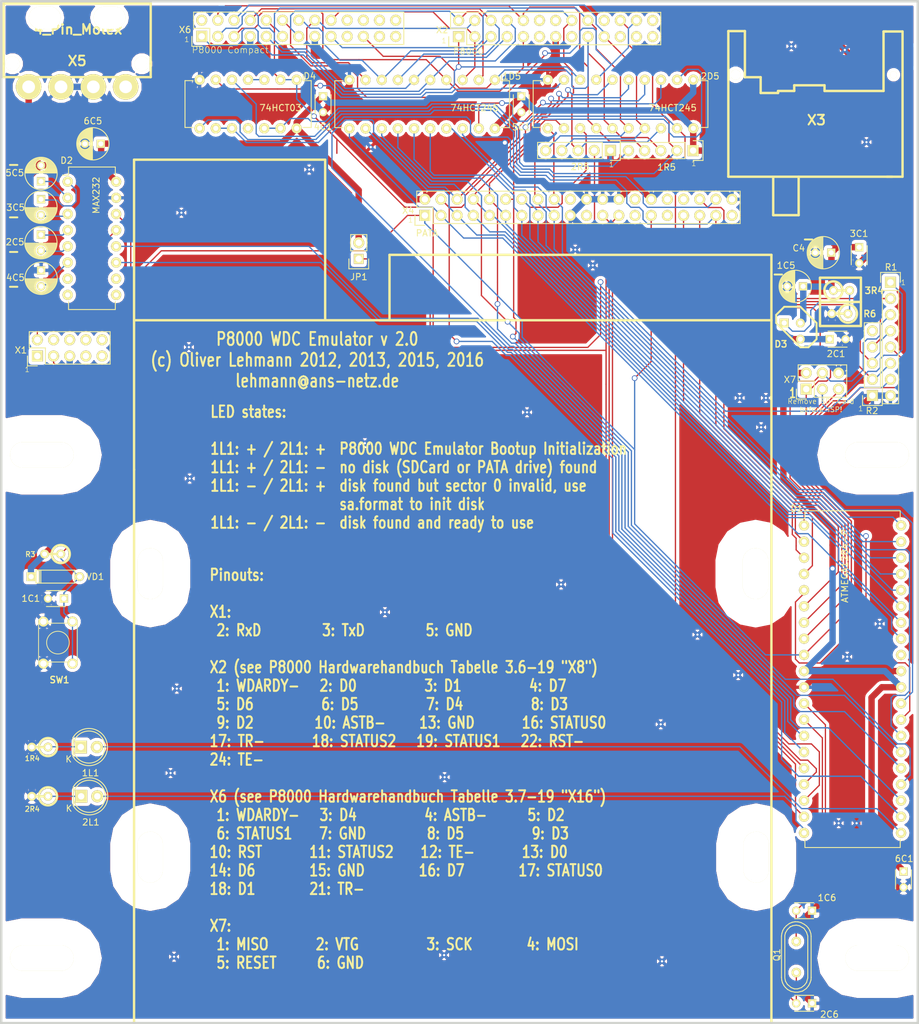
<source format=kicad_pcb>
(kicad_pcb (version 4) (host pcbnew 4.0.1-stable)
  (title_block (title "P8000 WDC Emulator") (date "25 jan 2016") (rev 2.0))
  (layers (0 Front signal hide) (31 Back signal hide) (34 B.Paste user) (35 F.Paste user) (36 B.SilkS user) (37 F.SilkS user) (38 B.Mask user) (39 F.Mask user) (44 Edge.Cuts user))
  (net 0 "")
  (net 1 //ASTB)
  (net 2 //CS0)
  (net 3 //RD)
  (net 4 //RDY)
  (net 5 //RST2)
  (net 6 //TE)
  (net 7 //TR)
  (net 8 //WR)
  (net 9 /D0)
  (net 10 /D1)
  (net 11 /D2)
  (net 12 /D3)
  (net 13 /D4)
  (net 14 /D5)
  (net 15 /D6)
  (net 16 /D7)
  (net 17 /DA0)
  (net 18 /DA1)
  (net 19 /DA2)
  (net 20 /PA0)
  (net 21 /PA1)
  (net 22 /PA2)
  (net 23 /PA3)
  (net 24 /PA4)
  (net 25 /PA5)
  (net 26 /PA6)
  (net 27 /PA7)
  (net 28 /PC0)
  (net 29 /PC1)
  (net 30 /PC2)
  (net 31 /PC3)
  (net 32 /PC4)
  (net 33 /PC5)
  (net 34 /PC6)
  (net 35 /PC7)
  (net 36 /RST)
  (net 37 /RST1)
  (net 38 /STATUS0)
  (net 39 /STATUS1)
  (net 40 /STATUS2)
  (net 41 GND)
  (net 42 VCC)
  (net 43 "Net-(1C1-Pad1)")
  (net 44 +3V3)
  (net 45 "Net-(1D5-Pad19)")
  (net 46 "Net-(1L1-Pad1)")
  (net 47 "Net-(1L1-Pad2)")
  (net 48 "Net-(1R5-Pad5)")
  (net 49 "Net-(2C5-Pad1)")
  (net 50 "Net-(2C5-Pad2)")
  (net 51 "Net-(2C6-Pad2)")
  (net 52 "Net-(2L1-Pad1)")
  (net 53 "Net-(2L1-Pad2)")
  (net 54 "Net-(2R5-Pad2)")
  (net 55 "Net-(3C5-Pad1)")
  (net 56 "Net-(3C5-Pad2)")
  (net 57 "Net-(3R4-Pad2)")
  (net 58 "Net-(4C5-Pad2)")
  (net 59 "Net-(5C5-Pad1)")
  (net 60 "Net-(D1-Pad5)")
  (net 61 "Net-(D1-Pad6)")
  (net 62 "Net-(D1-Pad7)")
  (net 63 "Net-(D1-Pad8)")
  (net 64 "Net-(D1-Pad14)")
  (net 65 "Net-(D1-Pad15)")
  (net 66 "Net-(D1-Pad32)")
  (net 67 "Net-(D2-Pad7)")
  (net 68 "Net-(D2-Pad8)")
  (net 69 "Net-(D2-Pad9)")
  (net 70 "Net-(D2-Pad10)")
  (net 71 "Net-(D2-Pad13)")
  (net 72 "Net-(D2-Pad14)")
  (net 73 "Net-(D4-Pad3)")
  (net 74 "Net-(D4-Pad8)")
  (net 75 "Net-(D4-Pad11)")
  (net 76 "Net-(R1-Pad2)")
  (net 77 "Net-(R1-Pad4)")
  (net 78 "Net-(R1-Pad6)")
  (net 79 "Net-(R2-Pad5)")
  (net 80 "Net-(X1-Pad1)")
  (net 81 "Net-(X1-Pad4)")
  (net 82 "Net-(X1-Pad6)")
  (net 83 "Net-(X1-Pad7)")
  (net 84 "Net-(X1-Pad8)")
  (net 85 "Net-(X1-Pad9)")
  (net 86 "Net-(X1-Pad10)")
  (net 87 "Net-(X2-Pad11)")
  (net 88 "Net-(X2-Pad12)")
  (net 89 "Net-(X2-Pad14)")
  (net 90 "Net-(X2-Pad15)")
  (net 91 "Net-(X2-Pad20)")
  (net 92 "Net-(X2-Pad21)")
  (net 93 "Net-(X2-Pad23)")
  (net 94 "Net-(X2-Pad25)")
  (net 95 "Net-(X2-Pad26)")
  (net 96 "Net-(X3-Pad9)")
  (net 97 "Net-(X3-Pad8)")
  (net 98 "Net-(X4-Pad27)")
  (net 99 "Net-(X4-Pad28)")
  (net 100 "Net-(X4-Pad31)")
  (net 101 "Net-(X4-Pad32)")
  (net 102 "Net-(X5-Pad4)")
  (net 103 "Net-(X6-Pad2)")
  (net 104 "Net-(X6-Pad19)")
  (net 105 "Net-(X6-Pad20)")
  (net 106 "Net-(X6-Pad22)")
  (net 107 "Net-(X6-Pad23)")
  (net 108 "Net-(X6-Pad24)")
  (net 109 "Net-(X6-Pad25)")
  (net 110 "Net-(X6-Pad26)")
  (net 111 "Net-(X4-Pad20)")
  (net 112 "Net-(X4-Pad21)")
  (net 113 "Net-(X4-Pad34)")
  (net 114 "Net-(X4-Pad39)")
  (net 115 "Net-(1C6-Pad2)")
  (module R1 (layer Front) (at 151.6253 66.74866)
    (fp_text reference 3R4 (at 5.12572 0.0254) (layer F.SilkS) (effects (font (size 1.016 1.016) (thickness 0.2032))))
    (fp_text value 220 hide)
    (pad 1 thru_hole circle (at -1.27 0) (size 1.397 1.397) (drill 0.8128) (layers *.Cu *.Mask F.SilkS) (net 44 +3V3))
    (pad 2 thru_hole circle (at 1.27 0) (size 1.397 1.397) (drill 0.8128) (layers *.Cu *.Mask F.SilkS) (net 57 "Net-(3R4-Pad2)"))
  )
  (module R1 (layer Front) (at 27.70378 108.12272 180)
    (fp_text reference R3 (at 3.50266 -0.05334 180) (layer F.SilkS) (effects (font (size 0.8001 0.8001) (thickness 0.14986))))
    (fp_text value 10k hide)
    (pad 1 thru_hole circle (at -1.27 0 180) (size 1.397 1.397) (drill 0.8128) (layers *.Cu *.Mask F.SilkS) (net 43 "Net-(1C1-Pad1)"))
    (pad 2 thru_hole circle (at 1.27 0 180) (size 1.397 1.397) (drill 0.8128) (layers *.Cu *.Mask F.SilkS) (net 42 VCC))
  )
  (module R1 (layer Front) (at 25.69972 138.42492 180)
    (fp_text reference 1R4 (at 1.19888 -1.77546 180) (layer F.SilkS) (effects (font (size 0.8001 0.8001) (thickness 0.14986))))
    (fp_text value 220 hide)
    (pad 1 thru_hole circle (at -1.27 0 180) (size 1.397 1.397) (drill 0.8128) (layers *.Cu *.Mask F.SilkS) (net 46 "Net-(1L1-Pad1)"))
    (pad 2 thru_hole circle (at 1.27 0 180) (size 1.397 1.397) (drill 0.8128) (layers *.Cu *.Mask F.SilkS) (net 41 GND))
  )
  (module R1 (layer Front) (at 151.37384 70.39864 180)
    (fp_text reference R6 (at -4.70154 -0.0254 180) (layer F.SilkS) (effects (font (size 1.016 1.016) (thickness 0.2032))))
    (fp_text value 330 hide)
    (pad 1 thru_hole circle (at -1.27 0 180) (size 1.397 1.397) (drill 0.8128) (layers *.Cu *.Mask F.SilkS) (net 57 "Net-(3R4-Pad2)"))
    (pad 2 thru_hole circle (at 1.27 0 180) (size 1.397 1.397) (drill 0.8128) (layers *.Cu *.Mask F.SilkS) (net 41 GND))
  )
  (module R1 (layer Front) (at 25.69972 146.14906 180)
    (fp_text reference 2R4 (at 1.19888 -2.00152 180) (layer F.SilkS) (effects (font (size 0.8001 0.8001) (thickness 0.14986))))
    (fp_text value 220 hide)
    (pad 1 thru_hole circle (at -1.27 0 180) (size 1.397 1.397) (drill 0.8128) (layers *.Cu *.Mask F.SilkS) (net 52 "Net-(2L1-Pad1)"))
    (pad 2 thru_hole circle (at 1.27 0 180) (size 1.397 1.397) (drill 0.8128) (layers *.Cu *.Mask F.SilkS) (net 41 GND))
  )
  (module TO92-LM317 (layer Front) (at 143.90116 73.12406 270)
    (fp_text reference D3 (at 2.04978 1.79832 360) (layer F.SilkS) (effects (font (size 1.016 1.016) (thickness 0.2032))))
    (fp_text value LM317 hide)
    (pad 1 thru_hole rect (at -1.27 1.27 270) (size 1.397 1.397) (drill 0.8128) (layers *.Cu *.Mask F.SilkS) (net 57 "Net-(3R4-Pad2)"))
    (pad 2 thru_hole circle (at -1.27 -1.27 270) (size 1.397 1.397) (drill 0.8128) (layers *.Cu *.Mask F.SilkS) (net 44 +3V3))
    (pad 3 thru_hole circle (at 1.27 -1.27 270) (size 1.397 1.397) (drill 0.8128) (layers *.Cu *.Mask F.SilkS) (net 42 VCC))
  )
  (module SW_6x6 (layer Front) (at 28.52928 122.02414 270)
    (fp_text reference SW1 (at 5.84962 -0.24638 360) (layer F.SilkS) (effects (font (size 1.016 1.016) (thickness 0.2032))))
    (fp_text value SW_PUSH hide)
    (pad 1 thru_hole circle (at 3.302 -2.286 270) (size 1.6002 1.6002) (drill 1.016) (layers *.Cu *.Mask F.SilkS) (net 43 "Net-(1C1-Pad1)"))
    (pad 2 thru_hole circle (at 3.302 2.286 270) (size 1.6002 1.6002) (drill 1.016) (layers *.Cu *.Mask F.SilkS) (net 41 GND))
    (pad 1 thru_hole circle (at -3.302 -2.286 270) (size 1.6002 1.6002) (drill 1.016) (layers *.Cu *.Mask F.SilkS) (net 43 "Net-(1C1-Pad1)"))
    (pad 2 thru_hole circle (at -3.302 2.286 270) (size 1.6002 1.6002) (drill 1.016) (layers *.Cu *.Mask F.SilkS) (net 41 GND))
  )
  (module HOLE_4x8mm_pad (layer Front) (at 157.226 92.5576 90)
    (fp_text reference Hole-Outer-2 hide)
    (fp_text value VAL** hide)
    (pad "" np_thru_hole oval (at 0 0 90) (size 4.0005 9.99998) (drill oval 4.0005 9.99998) (layers *.Cu *.Mask F.SilkS) (clearance 4.25196))
  )
  (module HOLE_4x8mm_pad (layer Front) (at 157.226 171.5516 90)
    (fp_text reference Hole-Outer-1 hide)
    (fp_text value VAL** hide)
    (pad "" np_thru_hole oval (at 0 0 90) (size 4.0005 9.99998) (drill oval 4.0005 9.99998) (layers *.Cu *.Mask F.SilkS) (clearance 4.25196))
  )
  (module HOLE_4x8mm_pad (layer Front) (at 26.0096 171.54906 90)
    (fp_text reference Hole-Outer-3 hide)
    (fp_text value VAL** hide)
    (pad "" np_thru_hole oval (at 0 0 90) (size 4.0005 9.99998) (drill oval 4.0005 9.99998) (layers *.Cu *.Mask F.SilkS) (clearance 4.25196))
  )
  (module HOLE_4x8mm_pad (layer Front) (at 26.0096 92.56014 90)
    (fp_text reference Hole-Outer-4 hide)
    (fp_text value VAL** hide)
    (pad "" np_thru_hole oval (at 0 0 90) (size 4.0005 9.99998) (drill oval 4.0005 9.99998) (layers *.Cu *.Mask F.SilkS) (clearance 4.25196))
  )
  (module HOLE_4x8mm_4mmclear_pad (layer Front) (at 43.0276 111.2012)
    (fp_text reference Hole-Inner-4 hide)
    (fp_text value VAL** hide)
    (pad "" np_thru_hole oval (at 0 0) (size 4.0005 8.001) (drill oval 4.0005 8.001) (layers *.Cu *.Mask F.SilkS) (clearance 4.30022))
  )
  (module HOLE_4x8mm_4mmclear_pad (layer Front) (at 43.0276 155.702)
    (fp_text reference Hole-Inner-3 hide)
    (fp_text value VAL** hide)
    (pad "" np_thru_hole oval (at 0 0) (size 4.0005 8.001) (drill oval 4.0005 8.001) (layers *.Cu *.Mask F.SilkS) (clearance 4.30022))
  )
  (module HOLE_4x8mm_4mmclear_pad (layer Front) (at 138.1252 111.2012)
    (fp_text reference Hole-Inner-2 hide)
    (fp_text value VAL** hide)
    (pad "" np_thru_hole oval (at 0 0) (size 4.0005 8.001) (drill oval 4.0005 8.001) (layers *.Cu *.Mask F.SilkS) (clearance 4.30022))
  )
  (module HOLE_4x8mm_4mmclear_pad (layer Front) (at 138.2268 155.702)
    (fp_text reference Hole-Inner-1 hide)
    (fp_text value VAL** hide)
    (pad "" np_thru_hole oval (at 0 0) (size 4.0005 8.001) (drill oval 4.0005 8.001) (layers *.Cu *.Mask F.SilkS) (clearance 4.30022))
  )
  (module Housings_DIP:DIP-20_W7.62mm (layer Front) (at 128.3462 33.6804 270)
    (fp_text reference 2D5 (at -0.55626 -2.6416 360) (layer F.SilkS))
    (fp_text value 74HCT245 (at 4.4196 3.2512 360) (layer F.SilkS))
    (pad 1 thru_hole oval (at 0 0 270) (size 1.6 1.6) (drill 0.8) (layers *.Cu *.Mask F.SilkS) (net 42 VCC))
    (pad 2 thru_hole oval (at 0 2.54 270) (size 1.6 1.6) (drill 0.8) (layers *.Cu *.Mask F.SilkS) (net 28 /PC0))
    (pad 3 thru_hole oval (at 0 5.08 270) (size 1.6 1.6) (drill 0.8) (layers *.Cu *.Mask F.SilkS) (net 29 /PC1))
    (pad 4 thru_hole oval (at 0 7.62 270) (size 1.6 1.6) (drill 0.8) (layers *.Cu *.Mask F.SilkS) (net 30 /PC2))
    (pad 5 thru_hole oval (at 0 10.16 270) (size 1.6 1.6) (drill 0.8) (layers *.Cu *.Mask F.SilkS) (net 31 /PC3))
    (pad 6 thru_hole oval (at 0 12.7 270) (size 1.6 1.6) (drill 0.8) (layers *.Cu *.Mask F.SilkS) (net 32 /PC4))
    (pad 7 thru_hole oval (at 0 15.24 270) (size 1.6 1.6) (drill 0.8) (layers *.Cu *.Mask F.SilkS) (net 6 //TE))
    (pad 8 thru_hole oval (at 0 17.78 270) (size 1.6 1.6) (drill 0.8) (layers *.Cu *.Mask F.SilkS) (net 4 //RDY))
    (pad 9 thru_hole oval (at 0 20.32 270) (size 1.6 1.6) (drill 0.8) (layers *.Cu *.Mask F.SilkS) (net 36 /RST))
    (pad 10 thru_hole oval (at 0 22.86 270) (size 1.6 1.6) (drill 0.8) (layers *.Cu *.Mask F.SilkS) (net 41 GND))
    (pad 11 thru_hole oval (at 7.62 22.86 270) (size 1.6 1.6) (drill 0.8) (layers *.Cu *.Mask F.SilkS) (net 35 /PC7))
    (pad 12 thru_hole oval (at 7.62 20.32 270) (size 1.6 1.6) (drill 0.8) (layers *.Cu *.Mask F.SilkS) (net 34 /PC6))
    (pad 13 thru_hole oval (at 7.62 17.78 270) (size 1.6 1.6) (drill 0.8) (layers *.Cu *.Mask F.SilkS) (net 33 /PC5))
    (pad 14 thru_hole oval (at 7.62 15.24 270) (size 1.6 1.6) (drill 0.8) (layers *.Cu *.Mask F.SilkS) (net 1 //ASTB))
    (pad 15 thru_hole oval (at 7.62 12.7 270) (size 1.6 1.6) (drill 0.8) (layers *.Cu *.Mask F.SilkS) (net 7 //TR))
    (pad 16 thru_hole oval (at 7.62 10.16 270) (size 1.6 1.6) (drill 0.8) (layers *.Cu *.Mask F.SilkS) (net 40 /STATUS2))
    (pad 17 thru_hole oval (at 7.62 7.62 270) (size 1.6 1.6) (drill 0.8) (layers *.Cu *.Mask F.SilkS) (net 39 /STATUS1))
    (pad 18 thru_hole oval (at 7.62 5.08 270) (size 1.6 1.6) (drill 0.8) (layers *.Cu *.Mask F.SilkS) (net 38 /STATUS0))
    (pad 19 thru_hole oval (at 7.62 2.54 270) (size 1.6 1.6) (drill 0.8) (layers *.Cu *.Mask F.SilkS) (net 45 "Net-(1D5-Pad19)"))
    (pad 20 thru_hole oval (at 7.62 0 270) (size 1.6 1.6) (drill 0.8) (layers *.Cu *.Mask F.SilkS) (net 42 VCC))
  )
  (module Housings_DIP:DIP-20_W7.62mm (layer Front) (at 97.1804 33.7058 270)
    (fp_text reference 1D5 (at -0.5588 -2.6416 360) (layer F.SilkS))
    (fp_text value 74HCT245 (at 4.3942 3.2004 360) (layer F.SilkS))
    (pad 1 thru_hole oval (at 0 0 270) (size 1.6 1.6) (drill 0.8) (layers *.Cu *.Mask F.SilkS) (net 7 //TR))
    (pad 2 thru_hole oval (at 0 2.54 270) (size 1.6 1.6) (drill 0.8) (layers *.Cu *.Mask F.SilkS) (net 9 /D0))
    (pad 3 thru_hole oval (at 0 5.08 270) (size 1.6 1.6) (drill 0.8) (layers *.Cu *.Mask F.SilkS) (net 10 /D1))
    (pad 4 thru_hole oval (at 0 7.62 270) (size 1.6 1.6) (drill 0.8) (layers *.Cu *.Mask F.SilkS) (net 11 /D2))
    (pad 5 thru_hole oval (at 0 10.16 270) (size 1.6 1.6) (drill 0.8) (layers *.Cu *.Mask F.SilkS) (net 12 /D3))
    (pad 6 thru_hole oval (at 0 12.7 270) (size 1.6 1.6) (drill 0.8) (layers *.Cu *.Mask F.SilkS) (net 13 /D4))
    (pad 7 thru_hole oval (at 0 15.24 270) (size 1.6 1.6) (drill 0.8) (layers *.Cu *.Mask F.SilkS) (net 14 /D5))
    (pad 8 thru_hole oval (at 0 17.78 270) (size 1.6 1.6) (drill 0.8) (layers *.Cu *.Mask F.SilkS) (net 15 /D6))
    (pad 9 thru_hole oval (at 0 20.32 270) (size 1.6 1.6) (drill 0.8) (layers *.Cu *.Mask F.SilkS) (net 16 /D7))
    (pad 10 thru_hole oval (at 0 22.86 270) (size 1.6 1.6) (drill 0.8) (layers *.Cu *.Mask F.SilkS) (net 41 GND))
    (pad 11 thru_hole oval (at 7.62 22.86 270) (size 1.6 1.6) (drill 0.8) (layers *.Cu *.Mask F.SilkS) (net 27 /PA7))
    (pad 12 thru_hole oval (at 7.62 20.32 270) (size 1.6 1.6) (drill 0.8) (layers *.Cu *.Mask F.SilkS) (net 26 /PA6))
    (pad 13 thru_hole oval (at 7.62 17.78 270) (size 1.6 1.6) (drill 0.8) (layers *.Cu *.Mask F.SilkS) (net 25 /PA5))
    (pad 14 thru_hole oval (at 7.62 15.24 270) (size 1.6 1.6) (drill 0.8) (layers *.Cu *.Mask F.SilkS) (net 24 /PA4))
    (pad 15 thru_hole oval (at 7.62 12.7 270) (size 1.6 1.6) (drill 0.8) (layers *.Cu *.Mask F.SilkS) (net 23 /PA3))
    (pad 16 thru_hole oval (at 7.62 10.16 270) (size 1.6 1.6) (drill 0.8) (layers *.Cu *.Mask F.SilkS) (net 22 /PA2))
    (pad 17 thru_hole oval (at 7.62 7.62 270) (size 1.6 1.6) (drill 0.8) (layers *.Cu *.Mask F.SilkS) (net 21 /PA1))
    (pad 18 thru_hole oval (at 7.62 5.08 270) (size 1.6 1.6) (drill 0.8) (layers *.Cu *.Mask F.SilkS) (net 20 /PA0))
    (pad 19 thru_hole oval (at 7.62 2.54 270) (size 1.6 1.6) (drill 0.8) (layers *.Cu *.Mask F.SilkS) (net 45 "Net-(1D5-Pad19)"))
    (pad 20 thru_hole oval (at 7.62 0 270) (size 1.6 1.6) (drill 0.8) (layers *.Cu *.Mask F.SilkS) (net 42 VCC))
  )
  (module Housings_DIP:DIP-14_W7.62mm (layer Front) (at 66.0273 33.6804 270)
    (fp_text reference D4 (at -0.5715 -2.06248 360) (layer F.SilkS))
    (fp_text value 74HCT03 (at 4.4196 2.5273 360) (layer F.SilkS))
    (pad 1 thru_hole oval (at 0 0 270) (size 1.6 1.6) (drill 0.8) (layers *.Cu *.Mask F.SilkS) (net 37 /RST1))
    (pad 2 thru_hole oval (at 0 2.54 270) (size 1.6 1.6) (drill 0.8) (layers *.Cu *.Mask F.SilkS) (net 37 /RST1))
    (pad 3 thru_hole oval (at 0 5.08 270) (size 1.6 1.6) (drill 0.8) (layers *.Cu *.Mask F.SilkS) (net 73 "Net-(D4-Pad3)"))
    (pad 4 thru_hole oval (at 0 7.62 270) (size 1.6 1.6) (drill 0.8) (layers *.Cu *.Mask F.SilkS) (net 73 "Net-(D4-Pad3)"))
    (pad 5 thru_hole oval (at 0 10.16 270) (size 1.6 1.6) (drill 0.8) (layers *.Cu *.Mask F.SilkS) (net 5 //RST2))
    (pad 6 thru_hole oval (at 0 12.7 270) (size 1.6 1.6) (drill 0.8) (layers *.Cu *.Mask F.SilkS) (net 36 /RST))
    (pad 7 thru_hole oval (at 0 15.24 270) (size 1.6 1.6) (drill 0.8) (layers *.Cu *.Mask F.SilkS) (net 41 GND))
    (pad 8 thru_hole oval (at 7.62 15.24 270) (size 1.6 1.6) (drill 0.8) (layers *.Cu *.Mask F.SilkS) (net 74 "Net-(D4-Pad8)"))
    (pad 9 thru_hole oval (at 7.62 12.7 270) (size 1.6 1.6) (drill 0.8) (layers *.Cu *.Mask F.SilkS) (net 2 //CS0))
    (pad 10 thru_hole oval (at 7.62 10.16 270) (size 1.6 1.6) (drill 0.8) (layers *.Cu *.Mask F.SilkS) (net 2 //CS0))
    (pad 11 thru_hole oval (at 7.62 7.62 270) (size 1.6 1.6) (drill 0.8) (layers *.Cu *.Mask F.SilkS) (net 75 "Net-(D4-Pad11)"))
    (pad 12 thru_hole oval (at 7.62 5.08 270) (size 1.6 1.6) (drill 0.8) (layers *.Cu *.Mask F.SilkS) (net 48 "Net-(1R5-Pad5)"))
    (pad 13 thru_hole oval (at 7.62 2.54 270) (size 1.6 1.6) (drill 0.8) (layers *.Cu *.Mask F.SilkS) (net 48 "Net-(1R5-Pad5)"))
    (pad 14 thru_hole oval (at 7.62 0 270) (size 1.6 1.6) (drill 0.8) (layers *.Cu *.Mask F.SilkS) (net 42 VCC))
  )
  (module Housings_DIP:DIP-16_W7.62mm (layer Front) (at 30.0609 49.6697)
    (fp_text reference D2 (at -0.1651 -3.31724 180) (layer F.SilkS))
    (fp_text value MAX232 (at 4.4831 2.1463 90) (layer F.SilkS))
    (pad 1 thru_hole oval (at 0 0) (size 1.6 1.6) (drill 0.8) (layers *.Cu *.Mask F.SilkS) (net 55 "Net-(3C5-Pad1)"))
    (pad 2 thru_hole oval (at 0 2.54) (size 1.6 1.6) (drill 0.8) (layers *.Cu *.Mask F.SilkS) (net 59 "Net-(5C5-Pad1)"))
    (pad 3 thru_hole oval (at 0 5.08) (size 1.6 1.6) (drill 0.8) (layers *.Cu *.Mask F.SilkS) (net 56 "Net-(3C5-Pad2)"))
    (pad 4 thru_hole oval (at 0 7.62) (size 1.6 1.6) (drill 0.8) (layers *.Cu *.Mask F.SilkS) (net 49 "Net-(2C5-Pad1)"))
    (pad 5 thru_hole oval (at 0 10.16) (size 1.6 1.6) (drill 0.8) (layers *.Cu *.Mask F.SilkS) (net 50 "Net-(2C5-Pad2)"))
    (pad 6 thru_hole oval (at 0 12.7) (size 1.6 1.6) (drill 0.8) (layers *.Cu *.Mask F.SilkS) (net 58 "Net-(4C5-Pad2)"))
    (pad 7 thru_hole oval (at 0 15.24) (size 1.6 1.6) (drill 0.8) (layers *.Cu *.Mask F.SilkS) (net 67 "Net-(D2-Pad7)"))
    (pad 8 thru_hole oval (at 0 17.78) (size 1.6 1.6) (drill 0.8) (layers *.Cu *.Mask F.SilkS) (net 68 "Net-(D2-Pad8)"))
    (pad 9 thru_hole oval (at 7.62 17.78) (size 1.6 1.6) (drill 0.8) (layers *.Cu *.Mask F.SilkS) (net 69 "Net-(D2-Pad9)"))
    (pad 10 thru_hole oval (at 7.62 15.24) (size 1.6 1.6) (drill 0.8) (layers *.Cu *.Mask F.SilkS) (net 70 "Net-(D2-Pad10)"))
    (pad 11 thru_hole oval (at 7.62 12.7) (size 1.6 1.6) (drill 0.8) (layers *.Cu *.Mask F.SilkS) (net 65 "Net-(D1-Pad15)"))
    (pad 12 thru_hole oval (at 7.62 10.16) (size 1.6 1.6) (drill 0.8) (layers *.Cu *.Mask F.SilkS) (net 64 "Net-(D1-Pad14)"))
    (pad 13 thru_hole oval (at 7.62 7.62) (size 1.6 1.6) (drill 0.8) (layers *.Cu *.Mask F.SilkS) (net 71 "Net-(D2-Pad13)"))
    (pad 14 thru_hole oval (at 7.62 5.08) (size 1.6 1.6) (drill 0.8) (layers *.Cu *.Mask F.SilkS) (net 72 "Net-(D2-Pad14)"))
    (pad 15 thru_hole oval (at 7.62 2.54) (size 1.6 1.6) (drill 0.8) (layers *.Cu *.Mask F.SilkS) (net 41 GND))
    (pad 16 thru_hole oval (at 7.62 0) (size 1.6 1.6) (drill 0.8) (layers *.Cu *.Mask F.SilkS) (net 42 VCC))
  )
  (module Housings_DIP:DIP-40_W15.24mm (layer Front) (at 145.7452 103.632)
    (fp_text reference D1 (at -1.1557 -2.6289 180) (layer F.SilkS))
    (fp_text value ATMEGA1284-P (at 6.4008 6.35 270) (layer F.SilkS))
    (pad 1 thru_hole oval (at 0 0) (size 1.6 1.6) (drill 0.8) (layers *.Cu *.Mask F.SilkS) (net 2 //CS0))
    (pad 2 thru_hole oval (at 0 2.54) (size 1.6 1.6) (drill 0.8) (layers *.Cu *.Mask F.SilkS) (net 17 /DA0))
    (pad 3 thru_hole oval (at 0 5.08) (size 1.6 1.6) (drill 0.8) (layers *.Cu *.Mask F.SilkS) (net 18 /DA1))
    (pad 4 thru_hole oval (at 0 7.62) (size 1.6 1.6) (drill 0.8) (layers *.Cu *.Mask F.SilkS) (net 19 /DA2))
    (pad 5 thru_hole oval (at 0 10.16) (size 1.6 1.6) (drill 0.8) (layers *.Cu *.Mask F.SilkS) (net 60 "Net-(D1-Pad5)"))
    (pad 6 thru_hole oval (at 0 12.7) (size 1.6 1.6) (drill 0.8) (layers *.Cu *.Mask F.SilkS) (net 61 "Net-(D1-Pad6)"))
    (pad 7 thru_hole oval (at 0 15.24) (size 1.6 1.6) (drill 0.8) (layers *.Cu *.Mask F.SilkS) (net 62 "Net-(D1-Pad7)"))
    (pad 8 thru_hole oval (at 0 17.78) (size 1.6 1.6) (drill 0.8) (layers *.Cu *.Mask F.SilkS) (net 63 "Net-(D1-Pad8)"))
    (pad 9 thru_hole oval (at 0 20.32) (size 1.6 1.6) (drill 0.8) (layers *.Cu *.Mask F.SilkS) (net 43 "Net-(1C1-Pad1)"))
    (pad 10 thru_hole oval (at 0 22.86) (size 1.6 1.6) (drill 0.8) (layers *.Cu *.Mask F.SilkS) (net 42 VCC))
    (pad 11 thru_hole oval (at 0 25.4) (size 1.6 1.6) (drill 0.8) (layers *.Cu *.Mask F.SilkS) (net 41 GND))
    (pad 12 thru_hole oval (at 0 27.94) (size 1.6 1.6) (drill 0.8) (layers *.Cu *.Mask F.SilkS) (net 115 "Net-(1C6-Pad2)"))
    (pad 13 thru_hole oval (at 0 30.48) (size 1.6 1.6) (drill 0.8) (layers *.Cu *.Mask F.SilkS) (net 51 "Net-(2C6-Pad2)"))
    (pad 14 thru_hole oval (at 0 33.02) (size 1.6 1.6) (drill 0.8) (layers *.Cu *.Mask F.SilkS) (net 64 "Net-(D1-Pad14)"))
    (pad 15 thru_hole oval (at 0 35.56) (size 1.6 1.6) (drill 0.8) (layers *.Cu *.Mask F.SilkS) (net 65 "Net-(D1-Pad15)"))
    (pad 16 thru_hole oval (at 0 38.1) (size 1.6 1.6) (drill 0.8) (layers *.Cu *.Mask F.SilkS) (net 8 //WR))
    (pad 17 thru_hole oval (at 0 40.64) (size 1.6 1.6) (drill 0.8) (layers *.Cu *.Mask F.SilkS) (net 3 //RD))
    (pad 18 thru_hole oval (at 0 43.18) (size 1.6 1.6) (drill 0.8) (layers *.Cu *.Mask F.SilkS) (net 45 "Net-(1D5-Pad19)"))
    (pad 19 thru_hole oval (at 0 45.72) (size 1.6 1.6) (drill 0.8) (layers *.Cu *.Mask F.SilkS) (net 54 "Net-(2R5-Pad2)"))
    (pad 20 thru_hole oval (at 0 48.26) (size 1.6 1.6) (drill 0.8) (layers *.Cu *.Mask F.SilkS) (net 53 "Net-(2L1-Pad2)"))
    (pad 21 thru_hole oval (at 15.24 48.26) (size 1.6 1.6) (drill 0.8) (layers *.Cu *.Mask F.SilkS) (net 47 "Net-(1L1-Pad2)"))
    (pad 22 thru_hole oval (at 15.24 45.72) (size 1.6 1.6) (drill 0.8) (layers *.Cu *.Mask F.SilkS) (net 28 /PC0))
    (pad 23 thru_hole oval (at 15.24 43.18) (size 1.6 1.6) (drill 0.8) (layers *.Cu *.Mask F.SilkS) (net 29 /PC1))
    (pad 24 thru_hole oval (at 15.24 40.64) (size 1.6 1.6) (drill 0.8) (layers *.Cu *.Mask F.SilkS) (net 30 /PC2))
    (pad 25 thru_hole oval (at 15.24 38.1) (size 1.6 1.6) (drill 0.8) (layers *.Cu *.Mask F.SilkS) (net 31 /PC3))
    (pad 26 thru_hole oval (at 15.24 35.56) (size 1.6 1.6) (drill 0.8) (layers *.Cu *.Mask F.SilkS) (net 32 /PC4))
    (pad 27 thru_hole oval (at 15.24 33.02) (size 1.6 1.6) (drill 0.8) (layers *.Cu *.Mask F.SilkS) (net 33 /PC5))
    (pad 28 thru_hole oval (at 15.24 30.48) (size 1.6 1.6) (drill 0.8) (layers *.Cu *.Mask F.SilkS) (net 34 /PC6))
    (pad 29 thru_hole oval (at 15.24 27.94) (size 1.6 1.6) (drill 0.8) (layers *.Cu *.Mask F.SilkS) (net 35 /PC7))
    (pad 30 thru_hole oval (at 15.24 25.4) (size 1.6 1.6) (drill 0.8) (layers *.Cu *.Mask F.SilkS) (net 42 VCC))
    (pad 31 thru_hole oval (at 15.24 22.86) (size 1.6 1.6) (drill 0.8) (layers *.Cu *.Mask F.SilkS) (net 41 GND))
    (pad 32 thru_hole oval (at 15.24 20.32) (size 1.6 1.6) (drill 0.8) (layers *.Cu *.Mask F.SilkS) (net 66 "Net-(D1-Pad32)"))
    (pad 33 thru_hole oval (at 15.24 17.78) (size 1.6 1.6) (drill 0.8) (layers *.Cu *.Mask F.SilkS) (net 27 /PA7))
    (pad 34 thru_hole oval (at 15.24 15.24) (size 1.6 1.6) (drill 0.8) (layers *.Cu *.Mask F.SilkS) (net 26 /PA6))
    (pad 35 thru_hole oval (at 15.24 12.7) (size 1.6 1.6) (drill 0.8) (layers *.Cu *.Mask F.SilkS) (net 25 /PA5))
    (pad 36 thru_hole oval (at 15.24 10.16) (size 1.6 1.6) (drill 0.8) (layers *.Cu *.Mask F.SilkS) (net 24 /PA4))
    (pad 37 thru_hole oval (at 15.24 7.62) (size 1.6 1.6) (drill 0.8) (layers *.Cu *.Mask F.SilkS) (net 23 /PA3))
    (pad 38 thru_hole oval (at 15.24 5.08) (size 1.6 1.6) (drill 0.8) (layers *.Cu *.Mask F.SilkS) (net 22 /PA2))
    (pad 39 thru_hole oval (at 15.24 2.54) (size 1.6 1.6) (drill 0.8) (layers *.Cu *.Mask F.SilkS) (net 21 /PA1))
    (pad 40 thru_hole oval (at 15.24 0) (size 1.6 1.6) (drill 0.8) (layers *.Cu *.Mask F.SilkS) (net 20 /PA0))
  )
  (module Pin_Headers:Pin_Header_Straight_1x02 (layer Front) (at 75.78852 61.7982 180)
    (fp_text reference JP1 (at -0.0127 -2.82702 180) (layer F.SilkS))
    (fp_text value JUMPER hide)
    (pad 1 thru_hole rect (at 0 0 180) (size 1.524 1.524) (drill 1.016) (layers *.Cu *.Mask F.SilkS) (net 54 "Net-(2R5-Pad2)"))
    (pad 2 thru_hole oval (at 0 2.54 180) (size 1.7272 1.7272) (drill 1.016) (layers *.Cu *.Mask F.SilkS) (net 42 VCC))
  )
  (module Capacitors_ThroughHole:C_Disc_D3_P2.5 (layer Front) (at 29.464 115.1128 180)
    (fp_text reference 1C1 (at 5.1943 0.0127 180) (layer F.SilkS))
    (fp_text value 100n hide)
    (pad 1 thru_hole rect (at 0 0 180) (size 1.3 1.3) (drill 0.8) (layers *.Cu *.Mask F.SilkS) (net 43 "Net-(1C1-Pad1)"))
    (pad 2 thru_hole circle (at 2.5 0 180) (size 1.3 1.3) (drill 0.8001) (layers *.Cu *.Mask F.SilkS) (net 41 GND))
  )
  (module Capacitors_ThroughHole:C_Disc_D3_P2.5 (layer Front) (at 161.3662 157.9372 270)
    (fp_text reference 6C1 (at -1.9939 -0.1016 360) (layer F.SilkS))
    (fp_text value 100n hide)
    (pad 1 thru_hole rect (at 0 0 270) (size 1.3 1.3) (drill 0.8) (layers *.Cu *.Mask F.SilkS) (net 42 VCC))
    (pad 2 thru_hole circle (at 2.5 0 270) (size 1.3 1.3) (drill 0.8001) (layers *.Cu *.Mask F.SilkS) (net 41 GND))
  )
  (module Capacitors_ThroughHole:C_Disc_D3_P2.5 (layer Front) (at 101.3206 36.2712 270)
    (fp_text reference 5C1 (at 4.8387 0.0127 360) (layer F.SilkS))
    (fp_text value 100n hide)
    (pad 1 thru_hole rect (at 0 0 270) (size 1.3 1.3) (drill 0.8) (layers *.Cu *.Mask F.SilkS) (net 42 VCC))
    (pad 2 thru_hole circle (at 2.5 0 270) (size 1.3 1.3) (drill 0.8001) (layers *.Cu *.Mask F.SilkS) (net 41 GND))
  )
  (module Capacitors_ThroughHole:C_Disc_D3_P2.5 (layer Front) (at 70.1802 36.2712 270)
    (fp_text reference 4C1 (at 4.8006 0 360) (layer F.SilkS))
    (fp_text value 100n hide)
    (pad 1 thru_hole rect (at 0 0 270) (size 1.3 1.3) (drill 0.8) (layers *.Cu *.Mask F.SilkS) (net 42 VCC))
    (pad 2 thru_hole circle (at 2.5 0 270) (size 1.3 1.3) (drill 0.8001) (layers *.Cu *.Mask F.SilkS) (net 41 GND))
  )
  (module Capacitors_ThroughHole:C_Disc_D3_P2.5 (layer Front) (at 154.4066 59.9694 270)
    (fp_text reference 3C1 (at -2.1336 0.0254 360) (layer F.SilkS))
    (fp_text value 100n hide)
    (pad 1 thru_hole rect (at 0 0 270) (size 1.3 1.3) (drill 0.8) (layers *.Cu *.Mask F.SilkS) (net 44 +3V3))
    (pad 2 thru_hole circle (at 2.5 0 270) (size 1.3 1.3) (drill 0.8001) (layers *.Cu *.Mask F.SilkS) (net 41 GND))
  )
  (module Capacitors_ThroughHole:C_Disc_D3_P2.5 (layer Front) (at 147.0152 178.6382 180)
    (fp_text reference 2C6 (at -2.71526 -1.74244 180) (layer F.SilkS))
    (fp_text value 22p hide)
    (pad 1 thru_hole rect (at 0 0 180) (size 1.3 1.3) (drill 0.8) (layers *.Cu *.Mask F.SilkS) (net 41 GND))
    (pad 2 thru_hole circle (at 2.5 0 180) (size 1.3 1.3) (drill 0.8001) (layers *.Cu *.Mask F.SilkS) (net 51 "Net-(2C6-Pad2)"))
  )
  (module Capacitors_ThroughHole:C_Disc_D3_P2.5 (layer Front) (at 149.7584 74.3966)
    (fp_text reference 2C1 (at 1.0033 2.2987) (layer F.SilkS))
    (fp_text value 100n hide)
    (pad 1 thru_hole rect (at 0 0) (size 1.3 1.3) (drill 0.8) (layers *.Cu *.Mask F.SilkS) (net 42 VCC))
    (pad 2 thru_hole circle (at 2.5 0) (size 1.3 1.3) (drill 0.8001) (layers *.Cu *.Mask F.SilkS) (net 41 GND))
  )
  (module Capacitors_ThroughHole:C_Disc_D3_P2.5 (layer Front) (at 147.01012 164.10432 180)
    (fp_text reference 1C6 (at -2.34188 2.02692 180) (layer F.SilkS))
    (fp_text value 22p hide)
    (pad 1 thru_hole rect (at 0 0 180) (size 1.3 1.3) (drill 0.8) (layers *.Cu *.Mask F.SilkS) (net 41 GND))
    (pad 2 thru_hole circle (at 2.5 0 180) (size 1.3 1.3) (drill 0.8001) (layers *.Cu *.Mask F.SilkS) (net 115 "Net-(1C6-Pad2)"))
  )
  (module Pin_Headers:Pin_Header_Straight_2x13 (layer Front) (at 51.1175 26.8732 90)
    (fp_text reference X6 (at 1.0414 -2.6162 180) (layer F.SilkS))
    (fp_text value P8000-Compact hide)
    (pad 1 thru_hole rect (at 0 0 90) (size 1.7272 1.7272) (drill 1.016) (layers *.Cu *.Mask F.SilkS) (net 4 //RDY))
    (pad 2 thru_hole oval (at 2.54 0 90) (size 1.7272 1.7272) (drill 1.016) (layers *.Cu *.Mask F.SilkS) (net 103 "Net-(X6-Pad2)"))
    (pad 3 thru_hole oval (at 0 2.54 90) (size 1.7272 1.7272) (drill 1.016) (layers *.Cu *.Mask F.SilkS) (net 13 /D4))
    (pad 4 thru_hole oval (at 2.54 2.54 90) (size 1.7272 1.7272) (drill 1.016) (layers *.Cu *.Mask F.SilkS) (net 1 //ASTB))
    (pad 5 thru_hole oval (at 0 5.08 90) (size 1.7272 1.7272) (drill 1.016) (layers *.Cu *.Mask F.SilkS) (net 11 /D2))
    (pad 6 thru_hole oval (at 2.54 5.08 90) (size 1.7272 1.7272) (drill 1.016) (layers *.Cu *.Mask F.SilkS) (net 39 /STATUS1))
    (pad 7 thru_hole oval (at 0 7.62 90) (size 1.7272 1.7272) (drill 1.016) (layers *.Cu *.Mask F.SilkS) (net 41 GND))
    (pad 8 thru_hole oval (at 2.54 7.62 90) (size 1.7272 1.7272) (drill 1.016) (layers *.Cu *.Mask F.SilkS) (net 14 /D5))
    (pad 9 thru_hole oval (at 0 10.16 90) (size 1.7272 1.7272) (drill 1.016) (layers *.Cu *.Mask F.SilkS) (net 12 /D3))
    (pad 10 thru_hole oval (at 2.54 10.16 90) (size 1.7272 1.7272) (drill 1.016) (layers *.Cu *.Mask F.SilkS) (net 37 /RST1))
    (pad 11 thru_hole oval (at 0 12.7 90) (size 1.7272 1.7272) (drill 1.016) (layers *.Cu *.Mask F.SilkS) (net 40 /STATUS2))
    (pad 12 thru_hole oval (at 2.54 12.7 90) (size 1.7272 1.7272) (drill 1.016) (layers *.Cu *.Mask F.SilkS) (net 6 //TE))
    (pad 13 thru_hole oval (at 0 15.24 90) (size 1.7272 1.7272) (drill 1.016) (layers *.Cu *.Mask F.SilkS) (net 9 /D0))
    (pad 14 thru_hole oval (at 2.54 15.24 90) (size 1.7272 1.7272) (drill 1.016) (layers *.Cu *.Mask F.SilkS) (net 15 /D6))
    (pad 15 thru_hole oval (at 0 17.78 90) (size 1.7272 1.7272) (drill 1.016) (layers *.Cu *.Mask F.SilkS) (net 41 GND))
    (pad 16 thru_hole oval (at 2.54 17.78 90) (size 1.7272 1.7272) (drill 1.016) (layers *.Cu *.Mask F.SilkS) (net 16 /D7))
    (pad 17 thru_hole oval (at 0 20.32 90) (size 1.7272 1.7272) (drill 1.016) (layers *.Cu *.Mask F.SilkS) (net 38 /STATUS0))
    (pad 18 thru_hole oval (at 2.54 20.32 90) (size 1.7272 1.7272) (drill 1.016) (layers *.Cu *.Mask F.SilkS) (net 10 /D1))
    (pad 19 thru_hole oval (at 0 22.86 90) (size 1.7272 1.7272) (drill 1.016) (layers *.Cu *.Mask F.SilkS) (net 104 "Net-(X6-Pad19)"))
    (pad 20 thru_hole oval (at 2.54 22.86 90) (size 1.7272 1.7272) (drill 1.016) (layers *.Cu *.Mask F.SilkS) (net 105 "Net-(X6-Pad20)"))
    (pad 21 thru_hole oval (at 0 25.4 90) (size 1.7272 1.7272) (drill 1.016) (layers *.Cu *.Mask F.SilkS) (net 7 //TR))
    (pad 22 thru_hole oval (at 2.54 25.4 90) (size 1.7272 1.7272) (drill 1.016) (layers *.Cu *.Mask F.SilkS) (net 106 "Net-(X6-Pad22)"))
    (pad 23 thru_hole oval (at 0 27.94 90) (size 1.7272 1.7272) (drill 1.016) (layers *.Cu *.Mask F.SilkS) (net 107 "Net-(X6-Pad23)"))
    (pad 24 thru_hole oval (at 2.54 27.94 90) (size 1.7272 1.7272) (drill 1.016) (layers *.Cu *.Mask F.SilkS) (net 108 "Net-(X6-Pad24)"))
    (pad 25 thru_hole oval (at 0 30.48 90) (size 1.7272 1.7272) (drill 1.016) (layers *.Cu *.Mask F.SilkS) (net 109 "Net-(X6-Pad25)"))
    (pad 26 thru_hole oval (at 2.54 30.48 90) (size 1.7272 1.7272) (drill 1.016) (layers *.Cu *.Mask F.SilkS) (net 110 "Net-(X6-Pad26)"))
  )
  (module Pin_Headers:Pin_Header_Straight_2x13 (layer Front) (at 91.4781 26.9113 90)
    (fp_text reference X2 (at 1.0414 -2.5908 180) (layer F.SilkS))
    (fp_text value P8000 hide)
    (pad 1 thru_hole rect (at 0 0 90) (size 1.7272 1.7272) (drill 1.016) (layers *.Cu *.Mask F.SilkS) (net 4 //RDY))
    (pad 2 thru_hole oval (at 2.54 0 90) (size 1.7272 1.7272) (drill 1.016) (layers *.Cu *.Mask F.SilkS) (net 9 /D0))
    (pad 3 thru_hole oval (at 0 2.54 90) (size 1.7272 1.7272) (drill 1.016) (layers *.Cu *.Mask F.SilkS) (net 10 /D1))
    (pad 4 thru_hole oval (at 2.54 2.54 90) (size 1.7272 1.7272) (drill 1.016) (layers *.Cu *.Mask F.SilkS) (net 16 /D7))
    (pad 5 thru_hole oval (at 0 5.08 90) (size 1.7272 1.7272) (drill 1.016) (layers *.Cu *.Mask F.SilkS) (net 15 /D6))
    (pad 6 thru_hole oval (at 2.54 5.08 90) (size 1.7272 1.7272) (drill 1.016) (layers *.Cu *.Mask F.SilkS) (net 14 /D5))
    (pad 7 thru_hole oval (at 0 7.62 90) (size 1.7272 1.7272) (drill 1.016) (layers *.Cu *.Mask F.SilkS) (net 13 /D4))
    (pad 8 thru_hole oval (at 2.54 7.62 90) (size 1.7272 1.7272) (drill 1.016) (layers *.Cu *.Mask F.SilkS) (net 12 /D3))
    (pad 9 thru_hole oval (at 0 10.16 90) (size 1.7272 1.7272) (drill 1.016) (layers *.Cu *.Mask F.SilkS) (net 11 /D2))
    (pad 10 thru_hole oval (at 2.54 10.16 90) (size 1.7272 1.7272) (drill 1.016) (layers *.Cu *.Mask F.SilkS) (net 1 //ASTB))
    (pad 11 thru_hole oval (at 0 12.7 90) (size 1.7272 1.7272) (drill 1.016) (layers *.Cu *.Mask F.SilkS) (net 87 "Net-(X2-Pad11)"))
    (pad 12 thru_hole oval (at 2.54 12.7 90) (size 1.7272 1.7272) (drill 1.016) (layers *.Cu *.Mask F.SilkS) (net 88 "Net-(X2-Pad12)"))
    (pad 13 thru_hole oval (at 0 15.24 90) (size 1.7272 1.7272) (drill 1.016) (layers *.Cu *.Mask F.SilkS) (net 41 GND))
    (pad 14 thru_hole oval (at 2.54 15.24 90) (size 1.7272 1.7272) (drill 1.016) (layers *.Cu *.Mask F.SilkS) (net 89 "Net-(X2-Pad14)"))
    (pad 15 thru_hole oval (at 0 17.78 90) (size 1.7272 1.7272) (drill 1.016) (layers *.Cu *.Mask F.SilkS) (net 90 "Net-(X2-Pad15)"))
    (pad 16 thru_hole oval (at 2.54 17.78 90) (size 1.7272 1.7272) (drill 1.016) (layers *.Cu *.Mask F.SilkS) (net 38 /STATUS0))
    (pad 17 thru_hole oval (at 0 20.32 90) (size 1.7272 1.7272) (drill 1.016) (layers *.Cu *.Mask F.SilkS) (net 7 //TR))
    (pad 18 thru_hole oval (at 2.54 20.32 90) (size 1.7272 1.7272) (drill 1.016) (layers *.Cu *.Mask F.SilkS) (net 40 /STATUS2))
    (pad 19 thru_hole oval (at 0 22.86 90) (size 1.7272 1.7272) (drill 1.016) (layers *.Cu *.Mask F.SilkS) (net 39 /STATUS1))
    (pad 20 thru_hole oval (at 2.54 22.86 90) (size 1.7272 1.7272) (drill 1.016) (layers *.Cu *.Mask F.SilkS) (net 91 "Net-(X2-Pad20)"))
    (pad 21 thru_hole oval (at 0 25.4 90) (size 1.7272 1.7272) (drill 1.016) (layers *.Cu *.Mask F.SilkS) (net 92 "Net-(X2-Pad21)"))
    (pad 22 thru_hole oval (at 2.54 25.4 90) (size 1.7272 1.7272) (drill 1.016) (layers *.Cu *.Mask F.SilkS) (net 5 //RST2))
    (pad 23 thru_hole oval (at 0 27.94 90) (size 1.7272 1.7272) (drill 1.016) (layers *.Cu *.Mask F.SilkS) (net 93 "Net-(X2-Pad23)"))
    (pad 24 thru_hole oval (at 2.54 27.94 90) (size 1.7272 1.7272) (drill 1.016) (layers *.Cu *.Mask F.SilkS) (net 6 //TE))
    (pad 25 thru_hole oval (at 0 30.48 90) (size 1.7272 1.7272) (drill 1.016) (layers *.Cu *.Mask F.SilkS) (net 94 "Net-(X2-Pad25)"))
    (pad 26 thru_hole oval (at 2.54 30.48 90) (size 1.7272 1.7272) (drill 1.016) (layers *.Cu *.Mask F.SilkS) (net 95 "Net-(X2-Pad26)"))
  )
  (module Pin_Headers:Pin_Header_Straight_2x20 (layer Front) (at 86.1695 54.9783 90)
    (fp_text reference X4 (at 0.76454 -2.61366 180) (layer F.SilkS))
    (fp_text value PATA (at -2.77114 0.33274 180) (layer F.SilkS))
    (pad 1 thru_hole rect (at 0 0 90) (size 1.7272 1.7272) (drill 1.016) (layers *.Cu *.Mask F.SilkS) (net 43 "Net-(1C1-Pad1)"))
    (pad 2 thru_hole oval (at 2.54 0 90) (size 1.7272 1.7272) (drill 1.016) (layers *.Cu *.Mask F.SilkS) (net 41 GND))
    (pad 3 thru_hole oval (at 0 2.54 90) (size 1.7272 1.7272) (drill 1.016) (layers *.Cu *.Mask F.SilkS) (net 27 /PA7))
    (pad 4 thru_hole oval (at 2.54 2.54 90) (size 1.7272 1.7272) (drill 1.016) (layers *.Cu *.Mask F.SilkS) (net 28 /PC0))
    (pad 5 thru_hole oval (at 0 5.08 90) (size 1.7272 1.7272) (drill 1.016) (layers *.Cu *.Mask F.SilkS) (net 26 /PA6))
    (pad 6 thru_hole oval (at 2.54 5.08 90) (size 1.7272 1.7272) (drill 1.016) (layers *.Cu *.Mask F.SilkS) (net 29 /PC1))
    (pad 7 thru_hole oval (at 0 7.62 90) (size 1.7272 1.7272) (drill 1.016) (layers *.Cu *.Mask F.SilkS) (net 25 /PA5))
    (pad 8 thru_hole oval (at 2.54 7.62 90) (size 1.7272 1.7272) (drill 1.016) (layers *.Cu *.Mask F.SilkS) (net 30 /PC2))
    (pad 9 thru_hole oval (at 0 10.16 90) (size 1.7272 1.7272) (drill 1.016) (layers *.Cu *.Mask F.SilkS) (net 24 /PA4))
    (pad 10 thru_hole oval (at 2.54 10.16 90) (size 1.7272 1.7272) (drill 1.016) (layers *.Cu *.Mask F.SilkS) (net 31 /PC3))
    (pad 11 thru_hole oval (at 0 12.7 90) (size 1.7272 1.7272) (drill 1.016) (layers *.Cu *.Mask F.SilkS) (net 23 /PA3))
    (pad 12 thru_hole oval (at 2.54 12.7 90) (size 1.7272 1.7272) (drill 1.016) (layers *.Cu *.Mask F.SilkS) (net 32 /PC4))
    (pad 13 thru_hole oval (at 0 15.24 90) (size 1.7272 1.7272) (drill 1.016) (layers *.Cu *.Mask F.SilkS) (net 22 /PA2))
    (pad 14 thru_hole oval (at 2.54 15.24 90) (size 1.7272 1.7272) (drill 1.016) (layers *.Cu *.Mask F.SilkS) (net 33 /PC5))
    (pad 15 thru_hole oval (at 0 17.78 90) (size 1.7272 1.7272) (drill 1.016) (layers *.Cu *.Mask F.SilkS) (net 21 /PA1))
    (pad 16 thru_hole oval (at 2.54 17.78 90) (size 1.7272 1.7272) (drill 1.016) (layers *.Cu *.Mask F.SilkS) (net 34 /PC6))
    (pad 17 thru_hole oval (at 0 20.32 90) (size 1.7272 1.7272) (drill 1.016) (layers *.Cu *.Mask F.SilkS) (net 20 /PA0))
    (pad 18 thru_hole oval (at 2.54 20.32 90) (size 1.7272 1.7272) (drill 1.016) (layers *.Cu *.Mask F.SilkS) (net 35 /PC7))
    (pad 19 thru_hole oval (at 0 22.86 90) (size 1.7272 1.7272) (drill 1.016) (layers *.Cu *.Mask F.SilkS) (net 41 GND))
    (pad 20 thru_hole oval (at 2.54 22.86 90) (size 1.7272 1.7272) (drill 1.016) (layers *.Cu *.Mask F.SilkS) (net 111 "Net-(X4-Pad20)"))
    (pad 21 thru_hole oval (at 0 25.4 90) (size 1.7272 1.7272) (drill 1.016) (layers *.Cu *.Mask F.SilkS) (net 112 "Net-(X4-Pad21)"))
    (pad 22 thru_hole oval (at 2.54 25.4 90) (size 1.7272 1.7272) (drill 1.016) (layers *.Cu *.Mask F.SilkS) (net 41 GND))
    (pad 23 thru_hole oval (at 0 27.94 90) (size 1.7272 1.7272) (drill 1.016) (layers *.Cu *.Mask F.SilkS) (net 8 //WR))
    (pad 24 thru_hole oval (at 2.54 27.94 90) (size 1.7272 1.7272) (drill 1.016) (layers *.Cu *.Mask F.SilkS) (net 41 GND))
    (pad 25 thru_hole oval (at 0 30.48 90) (size 1.7272 1.7272) (drill 1.016) (layers *.Cu *.Mask F.SilkS) (net 3 //RD))
    (pad 26 thru_hole oval (at 2.54 30.48 90) (size 1.7272 1.7272) (drill 1.016) (layers *.Cu *.Mask F.SilkS) (net 41 GND))
    (pad 27 thru_hole oval (at 0 33.02 90) (size 1.7272 1.7272) (drill 1.016) (layers *.Cu *.Mask F.SilkS) (net 98 "Net-(X4-Pad27)"))
    (pad 28 thru_hole oval (at 2.54 33.02 90) (size 1.7272 1.7272) (drill 1.016) (layers *.Cu *.Mask F.SilkS) (net 99 "Net-(X4-Pad28)"))
    (pad 29 thru_hole oval (at 0 35.56 90) (size 1.7272 1.7272) (drill 1.016) (layers *.Cu *.Mask F.SilkS) (net 43 "Net-(1C1-Pad1)"))
    (pad 30 thru_hole oval (at 2.54 35.56 90) (size 1.7272 1.7272) (drill 1.016) (layers *.Cu *.Mask F.SilkS) (net 41 GND))
    (pad 31 thru_hole oval (at 0 38.1 90) (size 1.7272 1.7272) (drill 1.016) (layers *.Cu *.Mask F.SilkS) (net 100 "Net-(X4-Pad31)"))
    (pad 32 thru_hole oval (at 2.54 38.1 90) (size 1.7272 1.7272) (drill 1.016) (layers *.Cu *.Mask F.SilkS) (net 101 "Net-(X4-Pad32)"))
    (pad 33 thru_hole oval (at 0 40.64 90) (size 1.7272 1.7272) (drill 1.016) (layers *.Cu *.Mask F.SilkS) (net 18 /DA1))
    (pad 34 thru_hole oval (at 2.54 40.64 90) (size 1.7272 1.7272) (drill 1.016) (layers *.Cu *.Mask F.SilkS) (net 113 "Net-(X4-Pad34)"))
    (pad 35 thru_hole oval (at 0 43.18 90) (size 1.7272 1.7272) (drill 1.016) (layers *.Cu *.Mask F.SilkS) (net 17 /DA0))
    (pad 36 thru_hole oval (at 2.54 43.18 90) (size 1.7272 1.7272) (drill 1.016) (layers *.Cu *.Mask F.SilkS) (net 19 /DA2))
    (pad 37 thru_hole oval (at 0 45.72 90) (size 1.7272 1.7272) (drill 1.016) (layers *.Cu *.Mask F.SilkS) (net 2 //CS0))
    (pad 38 thru_hole oval (at 2.54 45.72 90) (size 1.7272 1.7272) (drill 1.016) (layers *.Cu *.Mask F.SilkS) (net 74 "Net-(D4-Pad8)"))
    (pad 39 thru_hole oval (at 0 48.26 90) (size 1.7272 1.7272) (drill 1.016) (layers *.Cu *.Mask F.SilkS) (net 114 "Net-(X4-Pad39)"))
    (pad 40 thru_hole oval (at 2.54 48.26 90) (size 1.7272 1.7272) (drill 1.016) (layers *.Cu *.Mask F.SilkS) (net 41 GND))
  )
  (module Pin_Headers:Pin_Header_Straight_1x05 (layer Front) (at 156.4767 83.2485 180)
    (fp_text reference R2 (at 0.05334 -2.38506 180) (layer F.SilkS))
    (fp_text value 3k3 hide)
    (pad 1 thru_hole rect (at 0 0 180) (size 1.7272 1.7272) (drill 1.016) (layers *.Cu *.Mask F.SilkS) (net 41 GND))
    (pad 2 thru_hole oval (at 0 2.54 180) (size 1.7272 1.7272) (drill 1.016) (layers *.Cu *.Mask F.SilkS) (net 78 "Net-(R1-Pad6)"))
    (pad 3 thru_hole oval (at 0 5.08 180) (size 1.7272 1.7272) (drill 1.016) (layers *.Cu *.Mask F.SilkS) (net 77 "Net-(R1-Pad4)"))
    (pad 4 thru_hole oval (at 0 7.62 180) (size 1.7272 1.7272) (drill 1.016) (layers *.Cu *.Mask F.SilkS) (net 76 "Net-(R1-Pad2)"))
    (pad 5 thru_hole oval (at 0 10.16 180) (size 1.7272 1.7272) (drill 1.016) (layers *.Cu *.Mask F.SilkS) (net 79 "Net-(R2-Pad5)"))
  )
  (module Pin_Headers:Pin_Header_Straight_1x05 (layer Front) (at 128.3208 44.7929 270)
    (fp_text reference 1R5 (at 2.6162 4.1656 360) (layer F.SilkS))
    (fp_text value 4k7 hide)
    (pad 1 thru_hole rect (at 0 0 270) (size 1.7272 1.7272) (drill 1.016) (layers *.Cu *.Mask F.SilkS) (net 42 VCC))
    (pad 2 thru_hole oval (at 0 2.54 270) (size 1.7272 1.7272) (drill 1.016) (layers *.Cu *.Mask F.SilkS) (net 5 //RST2))
    (pad 3 thru_hole oval (at 0 5.08 270) (size 1.7272 1.7272) (drill 1.016) (layers *.Cu *.Mask F.SilkS) (net 7 //TR))
    (pad 4 thru_hole oval (at 0 7.62 270) (size 1.7272 1.7272) (drill 1.016) (layers *.Cu *.Mask F.SilkS) (net 1 //ASTB))
    (pad 5 thru_hole oval (at 0 10.16 270) (size 1.7272 1.7272) (drill 1.016) (layers *.Cu *.Mask F.SilkS) (net 48 "Net-(1R5-Pad5)"))
  )
  (module Pin_Headers:Pin_Header_Straight_1x05 (layer Front) (at 115.316 44.7802 270)
    (fp_text reference 2R5 (at 2.5654 4.7498 360) (layer F.SilkS))
    (fp_text value 4k7 hide)
    (pad 1 thru_hole rect (at 0 0 270) (size 1.7272 1.7272) (drill 1.016) (layers *.Cu *.Mask F.SilkS) (net 41 GND))
    (pad 2 thru_hole oval (at 0 2.54 270) (size 1.7272 1.7272) (drill 1.016) (layers *.Cu *.Mask F.SilkS) (net 54 "Net-(2R5-Pad2)"))
    (pad 3 thru_hole oval (at 0 5.08 270) (size 1.7272 1.7272) (drill 1.016) (layers *.Cu *.Mask F.SilkS) (net 38 /STATUS0))
    (pad 4 thru_hole oval (at 0 7.62 270) (size 1.7272 1.7272) (drill 1.016) (layers *.Cu *.Mask F.SilkS) (net 39 /STATUS1))
    (pad 5 thru_hole oval (at 0 10.16 270) (size 1.7272 1.7272) (drill 1.016) (layers *.Cu *.Mask F.SilkS) (net 40 /STATUS2))
  )
  (module Pin_Headers:Pin_Header_Straight_1x08 (layer Front) (at 159.31896 65.47866)
    (fp_text reference R1 (at 0.09652 -2.38506) (layer F.SilkS))
    (fp_text value 1k8 hide)
    (pad 1 thru_hole rect (at 0 0) (size 1.7272 1.7272) (drill 1.016) (layers *.Cu *.Mask F.SilkS) (net 63 "Net-(D1-Pad8)"))
    (pad 2 thru_hole oval (at 0 2.54) (size 1.7272 1.7272) (drill 1.016) (layers *.Cu *.Mask F.SilkS) (net 76 "Net-(R1-Pad2)"))
    (pad 3 thru_hole oval (at 0 5.08) (size 1.7272 1.7272) (drill 1.016) (layers *.Cu *.Mask F.SilkS) (net 61 "Net-(D1-Pad6)"))
    (pad 4 thru_hole oval (at 0 7.62) (size 1.7272 1.7272) (drill 1.016) (layers *.Cu *.Mask F.SilkS) (net 77 "Net-(R1-Pad4)"))
    (pad 5 thru_hole oval (at 0 10.16) (size 1.7272 1.7272) (drill 1.016) (layers *.Cu *.Mask F.SilkS) (net 60 "Net-(D1-Pad5)"))
    (pad 6 thru_hole oval (at 0 12.7) (size 1.7272 1.7272) (drill 1.016) (layers *.Cu *.Mask F.SilkS) (net 78 "Net-(R1-Pad6)"))
    (pad 7 thru_hole oval (at 0 15.24) (size 1.7272 1.7272) (drill 1.016) (layers *.Cu *.Mask F.SilkS) (net 37 /RST1))
    (pad 8 thru_hole oval (at 0 17.78) (size 1.7272 1.7272) (drill 1.016) (layers *.Cu *.Mask F.SilkS) (net 41 GND))
  )
  (module Footprints:sd_cocket_yamaichi_fps009_3001 (layer Front) (at 160.20034 48.90008 180)
    (fp_text reference X3 (at 12.5095 8.89 180) (layer F.SilkS) (effects (font (thickness 0.3048))))
    (fp_text value SD-CON hide)
    (pad 9 smd rect (at 22.40026 17.88414 180) (size 1.09982 2.64922) (layers Front F.Paste F.Mask) (net 96 "Net-(X3-Pad9)"))
    (pad 1 smd rect (at 19.9009 15.08506 180) (size 1.09982 2.64922) (layers Front F.Paste F.Mask) (net 78 "Net-(R1-Pad6)"))
    (pad 2 smd rect (at 17.399 15.58544 180) (size 1.09982 2.64922) (layers Front F.Paste F.Mask) (net 77 "Net-(R1-Pad4)"))
    (pad 3 smd rect (at 14.89964 16.38554 180) (size 1.09982 2.64922) (layers Front F.Paste F.Mask) (net 41 GND))
    (pad 4 smd rect (at 12.40028 16.38554 180) (size 1.09982 2.64922) (layers Front F.Paste F.Mask) (net 44 +3V3))
    (pad 5 smd rect (at 9.90092 15.58544 180) (size 1.09982 2.64922) (layers Front F.Paste F.Mask) (net 76 "Net-(R1-Pad2)"))
    (pad 6 smd rect (at 7.39902 15.58544 180) (size 1.09982 2.64922) (layers Front F.Paste F.Mask) (net 41 GND))
    (pad 7 smd rect (at 4.89966 15.58544 180) (size 1.09982 2.64922) (layers Front F.Paste F.Mask) (net 62 "Net-(D1-Pad7)"))
    (pad 8 smd rect (at 3.27406 15.58544 180) (size 1.09982 2.64922) (layers Front F.Paste F.Mask) (net 97 "Net-(X3-Pad8)"))
    (pad WP1 smd rect (at 0.65024 -2.25044 180) (size 1.00076 3.50012) (layers Front F.Paste F.Mask))
    (pad Sec smd rect (at 26.74874 18.84934 180) (size 2.70002 2.99974) (layers Front F.Paste F.Mask))
    (pad WP2 smd rect (at -0.89916 -2.25044 180) (size 1.39954 3.50012) (layers Front F.Paste F.Mask))
    (pad COM smd rect (at 2.25044 -1.24968 180) (size 1.39954 2.49936) (layers Front F.Paste F.Mask))
    (pad Sec smd rect (at -1.34874 18.84934 180) (size 2.70002 2.99974) (layers Front F.Paste F.Mask))
    (pad "" np_thru_hole circle (at 25.19934 15.99946 180) (size 1.6002 1.6002) (drill 1.6002) (layers *.Cu *.Mask F.SilkS))
    (pad "" np_thru_hole circle (at 0.39878 15.99946 180) (size 1.09982 1.09982) (drill 1.09982) (layers *.Cu *.Mask F.SilkS))
  )
  (module Capacitors_ThroughHole:C_Radial_D5_L6_P2.5 (layer Front) (at 35.27298 43.73118 180)
    (fp_text reference 6C5 (at 1.24968 3.57378 180) (layer F.SilkS))
    (fp_text value 1u hide)
    (pad 1 thru_hole rect (at 0 0 180) (size 1.3 1.3) (drill 0.8) (layers *.Cu *.Mask F.SilkS) (net 42 VCC))
    (pad 2 thru_hole circle (at 2.5 0 180) (size 1.3 1.3) (drill 0.8) (layers *.Cu *.Mask F.SilkS) (net 41 GND))
  )
  (module Capacitors_ThroughHole:C_Radial_D5_L6_P2.5 (layer Front) (at 25.87752 49.62906 90)
    (fp_text reference 5C5 (at 1.3335 -4.13004 180) (layer F.SilkS))
    (fp_text value 1u hide)
    (pad 1 thru_hole rect (at 0 0 90) (size 1.3 1.3) (drill 0.8) (layers *.Cu *.Mask F.SilkS) (net 59 "Net-(5C5-Pad1)"))
    (pad 2 thru_hole circle (at 2.5 0 90) (size 1.3 1.3) (drill 0.8) (layers *.Cu *.Mask F.SilkS) (net 42 VCC))
  )
  (module Capacitors_ThroughHole:C_Radial_D5_L6_P2.5 (layer Front) (at 25.89022 63.59652 270)
    (fp_text reference 4C5 (at 1.14046 4.04114 360) (layer F.SilkS))
    (fp_text value 1u hide)
    (pad 1 thru_hole rect (at 0 0 270) (size 1.3 1.3) (drill 0.8) (layers *.Cu *.Mask F.SilkS) (net 41 GND))
    (pad 2 thru_hole circle (at 2.5 0 270) (size 1.3 1.3) (drill 0.8) (layers *.Cu *.Mask F.SilkS) (net 58 "Net-(4C5-Pad2)"))
  )
  (module Capacitors_ThroughHole:C_Radial_D5_L6_P2.5 (layer Front) (at 25.86736 52.43068 270)
    (fp_text reference 3C5 (at 1.29794 3.99034 360) (layer F.SilkS))
    (fp_text value 1u hide)
    (pad 1 thru_hole rect (at 0 0 270) (size 1.3 1.3) (drill 0.8) (layers *.Cu *.Mask F.SilkS) (net 55 "Net-(3C5-Pad1)"))
    (pad 2 thru_hole circle (at 2.5 0 270) (size 1.3 1.3) (drill 0.8) (layers *.Cu *.Mask F.SilkS) (net 56 "Net-(3C5-Pad2)"))
  )
  (module Capacitors_ThroughHole:C_Radial_D5_L6_P2.5 (layer Front) (at 25.85466 58.00852 270)
    (fp_text reference 2C5 (at 1.14046 4.06146 360) (layer F.SilkS))
    (fp_text value 1u hide)
    (pad 1 thru_hole rect (at 0 0 270) (size 1.3 1.3) (drill 0.8) (layers *.Cu *.Mask F.SilkS) (net 49 "Net-(2C5-Pad1)"))
    (pad 2 thru_hole circle (at 2.5 0 270) (size 1.3 1.3) (drill 0.8) (layers *.Cu *.Mask F.SilkS) (net 50 "Net-(2C5-Pad2)"))
  )
  (module Capacitors_ThroughHole:C_Radial_D5_L6_P2.5 (layer Front) (at 145.60296 66.11112 180)
    (fp_text reference 1C5 (at 2.68224 3.2766 180) (layer F.SilkS))
    (fp_text value 1u hide)
    (pad 1 thru_hole rect (at 0 0 180) (size 1.3 1.3) (drill 0.8) (layers *.Cu *.Mask F.SilkS) (net 44 +3V3))
    (pad 2 thru_hole circle (at 2.5 0 180) (size 1.3 1.3) (drill 0.8) (layers *.Cu *.Mask F.SilkS) (net 41 GND))
  )
  (module Capacitors_ThroughHole:C_Radial_D5_L6_P2.5 (layer Front) (at 150.0124 60.82284 180)
    (fp_text reference C4 (at 5.09524 0.71628 180) (layer F.SilkS))
    (fp_text value 47u hide)
    (pad 1 thru_hole rect (at 0 0 180) (size 1.3 1.3) (drill 0.8) (layers *.Cu *.Mask F.SilkS) (net 44 +3V3))
    (pad 2 thru_hole circle (at 2.5 0 180) (size 1.3 1.3) (drill 0.8) (layers *.Cu *.Mask F.SilkS) (net 41 GND))
  )
  (module Pin_Headers:Pin_Header_Straight_2x05 (layer Front) (at 25.29586 77.0382 90)
    (fp_text reference X1 (at 0.9144 -2.58318 180) (layer F.SilkS))
    (fp_text value RS-232 hide)
    (pad 1 thru_hole rect (at 0 0 90) (size 1.7272 1.7272) (drill 1.016) (layers *.Cu *.Mask F.SilkS) (net 80 "Net-(X1-Pad1)"))
    (pad 2 thru_hole oval (at 2.54 0 90) (size 1.7272 1.7272) (drill 1.016) (layers *.Cu *.Mask F.SilkS) (net 71 "Net-(D2-Pad13)"))
    (pad 3 thru_hole oval (at 0 2.54 90) (size 1.7272 1.7272) (drill 1.016) (layers *.Cu *.Mask F.SilkS) (net 72 "Net-(D2-Pad14)"))
    (pad 4 thru_hole oval (at 2.54 2.54 90) (size 1.7272 1.7272) (drill 1.016) (layers *.Cu *.Mask F.SilkS) (net 81 "Net-(X1-Pad4)"))
    (pad 5 thru_hole oval (at 0 5.08 90) (size 1.7272 1.7272) (drill 1.016) (layers *.Cu *.Mask F.SilkS) (net 41 GND))
    (pad 6 thru_hole oval (at 2.54 5.08 90) (size 1.7272 1.7272) (drill 1.016) (layers *.Cu *.Mask F.SilkS) (net 82 "Net-(X1-Pad6)"))
    (pad 7 thru_hole oval (at 0 7.62 90) (size 1.7272 1.7272) (drill 1.016) (layers *.Cu *.Mask F.SilkS) (net 83 "Net-(X1-Pad7)"))
    (pad 8 thru_hole oval (at 2.54 7.62 90) (size 1.7272 1.7272) (drill 1.016) (layers *.Cu *.Mask F.SilkS) (net 84 "Net-(X1-Pad8)"))
    (pad 9 thru_hole oval (at 0 10.16 90) (size 1.7272 1.7272) (drill 1.016) (layers *.Cu *.Mask F.SilkS) (net 85 "Net-(X1-Pad9)"))
    (pad 10 thru_hole oval (at 2.54 10.16 90) (size 1.7272 1.7272) (drill 1.016) (layers *.Cu *.Mask F.SilkS) (net 86 "Net-(X1-Pad10)"))
  )
  (module Pin_Headers:Pin_Header_Straight_2x03 (layer Front) (at 146.09064 82.24266 90)
    (fp_text reference X7 (at 1.49606 -2.56286 180) (layer F.SilkS))
    (fp_text value AVR-ISP-6 hide)
    (pad 1 thru_hole rect (at 0 0 90) (size 1.7272 1.7272) (drill 1.016) (layers *.Cu *.Mask F.SilkS) (net 62 "Net-(D1-Pad7)"))
    (pad 2 thru_hole oval (at 2.54 0 90) (size 1.7272 1.7272) (drill 1.016) (layers *.Cu *.Mask F.SilkS) (net 42 VCC))
    (pad 3 thru_hole oval (at 0 2.54 90) (size 1.7272 1.7272) (drill 1.016) (layers *.Cu *.Mask F.SilkS) (net 63 "Net-(D1-Pad8)"))
    (pad 4 thru_hole oval (at 2.54 2.54 90) (size 1.7272 1.7272) (drill 1.016) (layers *.Cu *.Mask F.SilkS) (net 61 "Net-(D1-Pad6)"))
    (pad 5 thru_hole oval (at 0 5.08 90) (size 1.7272 1.7272) (drill 1.016) (layers *.Cu *.Mask F.SilkS) (net 43 "Net-(1C1-Pad1)"))
    (pad 6 thru_hole oval (at 2.54 5.08 90) (size 1.7272 1.7272) (drill 1.016) (layers *.Cu *.Mask F.SilkS) (net 41 GND))
  )
  (module LEDs:LED-5MM (layer Front) (at 32.17926 146.1516)
    (fp_text reference 2L1 (at 1.524 4.064) (layer F.SilkS))
    (fp_text value LED)
    (fp_text user K (at -1.905 1.905) (layer F.SilkS))
    (pad 1 thru_hole rect (at 0 0 90) (size 2 1.9) (drill 1.00076) (layers *.Cu *.Mask F.SilkS) (net 52 "Net-(2L1-Pad1)"))
    (pad 2 thru_hole circle (at 2.54 0) (size 1.9 1.9) (drill 1.00076) (layers *.Cu *.Mask F.SilkS) (net 53 "Net-(2L1-Pad2)"))
  )
  (module LEDs:LED-5MM (layer Front) (at 32.12592 138.41984)
    (fp_text reference 1L1 (at 1.524 4.064) (layer F.SilkS))
    (fp_text value LED)
    (fp_text user K (at -1.905 1.905) (layer F.SilkS))
    (pad 1 thru_hole rect (at 0 0 90) (size 2 1.9) (drill 1.00076) (layers *.Cu *.Mask F.SilkS) (net 46 "Net-(1L1-Pad1)"))
    (pad 2 thru_hole circle (at 2.54 0) (size 1.9 1.9) (drill 1.00076) (layers *.Cu *.Mask F.SilkS) (net 47 "Net-(1L1-Pad2)"))
  )
  (module Discret:D3 (layer Front) (at 28.1305 111.6711 180)
    (fp_text reference VD1 (at -6.25094 -0.00762 180) (layer F.SilkS))
    (fp_text value 1N4148 hide)
    (pad 1 thru_hole rect (at 3.81 0 180) (size 1.397 1.397) (drill 0.8128) (layers *.Cu *.Mask F.SilkS) (net 42 VCC))
    (pad 2 thru_hole circle (at -3.81 0 180) (size 1.397 1.397) (drill 0.8128) (layers *.Cu *.Mask F.SilkS) (net 43 "Net-(1C1-Pad1)"))
  )
  (module Footprints:4PIN_MOLEX (layer Front) (at 31.54934 34.79038)
    (fp_text reference X5 (at 0 -4.064) (layer F.SilkS) (effects (font (thickness 0.3048))))
    (fp_text value 4_Pin_Molex (at 0.127 -9.017) (layer F.SilkS) (effects (font (thickness 0.3048))))
    (pad 2 thru_hole circle (at -2.54 0) (size 4.0005 4.0005) (drill 1.99898) (layers *.Cu *.Mask F.SilkS) (net 41 GND))
    (pad 3 thru_hole circle (at 2.54 0) (size 4.0005 4.0005) (drill 1.99898) (layers *.Cu *.Mask F.SilkS) (net 41 GND))
    (pad 4 thru_hole circle (at 7.62 0) (size 4.0005 4.0005) (drill 1.99898) (layers *.Cu *.Mask F.SilkS) (net 102 "Net-(X5-Pad4)"))
    (pad 1 thru_hole circle (at -7.62 0) (size 4.0005 4.0005) (drill 1.99898) (layers *.Cu *.Mask F.SilkS) (net 42 VCC))
    (pad "" np_thru_hole circle (at 10.16 -3.61696) (size 2.30124 2.30124) (drill 2.30124) (layers *.Cu *.Mask F.SilkS))
    (pad "" np_thru_hole circle (at -10.16 -3.61696) (size 2.30124 2.30124) (drill 2.30124) (layers *.Cu *.Mask F.SilkS))
    (pad "" np_thru_hole oval (at 5.08 -10.8585) (size 5.00126 3.50012) (drill oval 5.00126 3.50012) (layers *.Cu *.Mask F.SilkS))
    (pad "" np_thru_hole oval (at -5.08 -10.8585) (size 5.00126 3.50012) (drill oval 5.00126 3.50012) (layers *.Cu *.Mask F.SilkS))
  )
  (module Crystals:Crystal_HC49-U_Vertical (layer Front) (at 144.526 171.3738 90)
    (fp_text reference Q1 (at 0.33528 -3.04546 90) (layer F.SilkS))
    (fp_text value CRYSTAL)
    (pad 1 thru_hole circle (at -2.44094 0 90) (size 1.50114 1.50114) (drill 0.8001) (layers *.Cu *.Mask F.SilkS) (net 51 "Net-(2C6-Pad2)"))
    (pad 2 thru_hole circle (at 2.44094 0 90) (size 1.50114 1.50114) (drill 0.8001) (layers *.Cu *.Mask F.SilkS) (net 115 "Net-(1C6-Pad2)"))
  )
  (module Footprints:VIA-0.6mm (layer Front) (at 76.75118 90.72626)
    (fp_text reference VIA-0.6mm hide)
    (fp_text value VAL** hide)
    (pad 1 thru_hole circle (at 0 0) (size 0.59944 0.59944) (drill 0.35) (layers *.Cu) (net 41 GND) (clearance 0.00254))
  )
  (module Footprints:VIA-0.6mm (layer Front) (at 79.90078 117.24894)
    (fp_text reference VIA-0.6mm hide)
    (fp_text value VAL** hide)
    (pad 1 thru_hole circle (at 0 0) (size 0.59944 0.59944) (drill 0.35) (layers *.Cu) (net 41 GND) (clearance 0.00254))
  )
  (module Footprints:VIA-0.6mm (layer Front) (at 154.0002 150.37562)
    (fp_text reference VIA-0.6mm hide)
    (fp_text value VAL** hide)
    (pad 1 thru_hole circle (at 0 0) (size 0.59944 0.59944) (drill 0.35) (layers *.Cu) (net 41 GND) (clearance 0.00254))
  )
  (module Footprints:VIA-0.6mm (layer Front) (at 157.62478 119.0752)
    (fp_text reference VIA-0.6mm hide)
    (fp_text value VAL** hide)
    (pad 1 thru_hole circle (at 0 0) (size 0.59944 0.59944) (drill 0.35) (layers *.Cu) (net 41 GND) (clearance 0.00254))
  )
  (module Footprints:VIA-0.6mm (layer Front) (at 47.92472 54.54904)
    (fp_text reference VIA-0.6mm hide)
    (fp_text value VAL** hide)
    (pad 1 thru_hole circle (at 0 0) (size 0.59944 0.59944) (drill 0.35) (layers *.Cu) (net 41 GND) (clearance 0.00254))
  )
  (module Footprints:VIA-0.6mm (layer Front) (at 68.00088 47.77486)
    (fp_text reference VIA-0.6mm hide)
    (fp_text value VAL** hide)
    (pad 1 thru_hole circle (at 0 0) (size 0.59944 0.59944) (drill 0.35) (layers *.Cu) (net 41 GND) (clearance 0.00254))
  )
  (module Footprints:VIA-0.6mm (layer Front) (at 77.67574 44.24934)
    (fp_text reference VIA-0.6mm hide)
    (fp_text value VAL** hide)
    (pad 1 thru_hole circle (at 0 0) (size 0.59944 0.59944) (drill 0.35) (layers *.Cu) (net 41 GND) (clearance 0.00254))
  )
  (module Footprints:VIA-0.6mm (layer Front) (at 155.5496 43.47464)
    (fp_text reference VIA-0.6mm hide)
    (fp_text value VAL** hide)
    (pad 1 thru_hole circle (at 0 0) (size 0.59944 0.59944) (drill 0.35) (layers *.Cu) (net 41 GND) (clearance 0.00254))
  )
  (module Footprints:VIA-0.6mm (layer Front) (at 152.15108 28.99918)
    (fp_text reference VIA-0.6mm hide)
    (fp_text value VAL** hide)
    (pad 1 thru_hole circle (at 0 0) (size 0.59944 0.59944) (drill 0.35) (layers *.Cu) (net 41 GND) (clearance 0.00254))
  )
  (module Footprints:VIA-0.6mm (layer Front) (at 143.74876 28.42514)
    (fp_text reference VIA-0.6mm hide)
    (fp_text value VAL** hide)
    (pad 1 thru_hole circle (at 0 0) (size 0.59944 0.59944) (drill 0.35) (layers *.Cu) (net 41 GND) (clearance 0.00254))
  )
  (module Footprints:VIA-0.6mm (layer Front) (at 109.79912 60.3504)
    (fp_text reference VIA-0.6mm hide)
    (fp_text value VAL** hide)
    (pad 1 thru_hole circle (at 0 0) (size 0.59944 0.59944) (drill 0.35) (layers *.Cu) (net 41 GND) (clearance 0.00254))
  )
  (module Footprints:VIA-0.6mm (layer Front) (at 112.54994 62.82436)
    (fp_text reference VIA-0.6mm hide)
    (fp_text value VAL** hide)
    (pad 1 thru_hole circle (at 0 0) (size 0.59944 0.59944) (drill 0.35) (layers *.Cu) (net 41 GND) (clearance 0.00254))
  )
  (module Footprints:VIA-0.6mm (layer Front) (at 102.22484 85.87486)
    (fp_text reference VIA-0.6mm hide)
    (fp_text value VAL** hide)
    (pad 1 thru_hole circle (at 0 0) (size 0.59944 0.59944) (drill 0.35) (layers *.Cu) (net 41 GND) (clearance 0.00254))
  )
  (module Footprints:VIA-0.6mm (layer Front) (at 107.57408 112.90046)
    (fp_text reference VIA-0.6mm hide)
    (fp_text value VAL** hide)
    (pad 1 thru_hole circle (at 0 0) (size 0.59944 0.59944) (drill 0.35) (layers *.Cu) (net 41 GND) (clearance 0.00254))
  )
  (module Footprints:VIA-0.6mm (layer Front) (at 139.7508 83.62442)
    (fp_text reference VIA-0.6mm hide)
    (fp_text value VAL** hide)
    (pad 1 thru_hole circle (at 0 0) (size 0.59944 0.59944) (drill 0.35) (layers *.Cu) (net 41 GND) (clearance 0.00254))
  )
  (module Footprints:VIA-0.6mm (layer Front) (at 138.99896 88.22436)
    (fp_text reference VIA-0.6mm hide)
    (fp_text value VAL** hide)
    (pad 1 thru_hole circle (at 0 0) (size 0.59944 0.59944) (drill 0.35) (layers *.Cu) (net 41 GND) (clearance 0.00254))
  )
  (module Footprints:VIA-0.6mm (layer Front) (at 135.62584 83.62442)
    (fp_text reference VIA-0.6mm hide)
    (fp_text value VAL** hide)
    (pad 1 thru_hole circle (at 0 0) (size 0.59944 0.59944) (drill 0.35) (layers *.Cu) (net 41 GND) (clearance 0.00254))
  )
  (module Footprints:VIA-0.6mm (layer Front) (at 152.52446 124.24918)
    (fp_text reference VIA-0.6mm hide)
    (fp_text value VAL** hide)
    (pad 1 thru_hole circle (at 0 0) (size 0.59944 0.59944) (drill 0.35) (layers *.Cu) (net 41 GND) (clearance 0.00254))
  )
  (module Footprints:VIA-0.6mm (layer Front) (at 151.17572 150.37562)
    (fp_text reference VIA-0.6mm hide)
    (fp_text value VAL** hide)
    (pad 1 thru_hole circle (at 0 0) (size 0.59944 0.59944) (drill 0.35) (layers *.Cu) (net 41 GND) (clearance 0.00254))
  )
  (module Footprints:VIA-0.6mm (layer Front) (at 123.22556 134.85114)
    (fp_text reference VIA-0.6mm hide)
    (fp_text value VAL** hide)
    (pad 1 thru_hole circle (at 0 0) (size 0.59944 0.59944) (drill 0.35) (layers *.Cu) (net 41 GND) (clearance 0.00254))
  )
  (module Footprints:VIA-0.6mm (layer Front) (at 128.99898 120.77446)
    (fp_text reference VIA-0.6mm hide)
    (fp_text value VAL** hide)
    (pad 1 thru_hole circle (at 0 0) (size 0.59944 0.59944) (drill 0.35) (layers *.Cu) (net 41 GND) (clearance 0.00254))
  )
  (module Footprints:VIA-0.6mm (layer Front) (at 135.39978 127.12446)
    (fp_text reference VIA-0.6mm hide)
    (fp_text value VAL** hide)
    (pad 1 thru_hole circle (at 0 0) (size 0.59944 0.59944) (drill 0.35) (layers *.Cu) (net 41 GND) (clearance 0.00254))
  )
  (module Footprints:VIA-0.6mm (layer Front) (at 89.27592 143.14932)
    (fp_text reference VIA-0.6mm hide)
    (fp_text value VAL** hide)
    (pad 1 thru_hole circle (at 0 0) (size 0.59944 0.59944) (drill 0.35) (layers *.Cu) (net 41 GND) (clearance 0.00254))
  )
  (module Footprints:VIA-0.6mm (layer Front) (at 46.22546 142.49908)
    (fp_text reference VIA-0.6mm hide)
    (fp_text value VAL** hide)
    (pad 1 thru_hole circle (at 0 0) (size 0.59944 0.59944) (drill 0.35) (layers *.Cu) (net 41 GND) (clearance 0.00254))
  )
  (module Footprints:VIA-0.6mm (layer Front) (at 123.42622 172.04944)
    (fp_text reference VIA-0.6mm hide)
    (fp_text value VAL** hide)
    (pad 1 thru_hole circle (at 0 0) (size 0.59944 0.59944) (drill 0.35) (layers *.Cu) (net 41 GND) (clearance 0.00254))
  )
  (module Footprints:VIA-0.6mm (layer Front) (at 89.19972 171.07408)
    (fp_text reference VIA-0.6mm hide)
    (fp_text value VAL** hide)
    (pad 1 thru_hole circle (at 0 0) (size 0.59944 0.59944) (drill 0.35) (layers *.Cu) (net 41 GND) (clearance 0.00254))
  )
  (module Footprints:VIA-0.6mm (layer Front) (at 46.7741 171.32554)
    (fp_text reference VIA-0.6mm hide)
    (fp_text value VAL** hide)
    (pad 1 thru_hole circle (at 0 0) (size 0.59944 0.59944) (drill 0.35) (layers *.Cu) (net 41 GND) (clearance 0.00254))
  )
  (module Footprints:VIA-0.6mm (layer Front) (at 47.20082 129.25044)
    (fp_text reference VIA-0.6mm hide)
    (fp_text value VAL** hide)
    (pad 1 thru_hole circle (at 0 0) (size 0.59944 0.59944) (drill 0.35) (layers *.Cu) (net 41 GND) (clearance 0.00254))
  )
  (module Footprints:VIA-0.6mm (layer Front) (at 49.2252 96.27616)
    (fp_text reference VIA-0.6mm hide)
    (fp_text value VAL** hide)
    (pad 1 thru_hole circle (at 0 0) (size 0.59944 0.59944) (drill 0.35) (layers *.Cu) (net 41 GND) (clearance 0.00254))
  )
  (module Footprints:VIA-0.6mm (layer Front) (at 49.10074 75.64882)
    (fp_text reference VIA-0.6mm hide)
    (fp_text value VAL** hide)
    (pad 1 thru_hole circle (at 0 0) (size 0.59944 0.59944) (drill 0.35) (layers *.Cu) (net 41 GND) (clearance 0.00254))
  )
  (gr_text "P8000 WDC Emulator v 2.0\n(c) Oliver Lehmann 2012, 2013, 2015, 2016\nlehmann@ans-netz.de" (at 69.27596 77.65034) (layer F.SilkS) (effects (font (size 2.032 1.524) (thickness 0.3048))))
  (gr_text "LED states:\n\n1L1: + / 2L1: +  P8000 WDC Emulator Bootup Initialization\n1L1: + / 2L1: -  no disk (SDCard or PATA drive) found\n1L1: - / 2L1: +  disk found but sector 0 invalid, use \n                   sa.format to init disk\n1L1: - / 2L1: -  disk found and ready to use" (at 52.32146 94.488) (layer F.SilkS) (effects (font (size 1.80086 1.39954) (thickness 0.3048)) (justify left)))
  (gr_text 1 (at 23.70074 79.14894) (layer F.SilkS) (effects (font (size 0.8001 0.8001) (thickness 0.0889))))
  (gr_text 1 (at 48.77562 27.35072) (layer F.SilkS) (effects (font (size 0.8001 0.8001) (thickness 0.0889))))
  (gr_text 1 (at 89.17432 27.54884) (layer F.SilkS) (effects (font (size 0.8001 0.8001) (thickness 0.0889))))
  (gr_text 1 (at 128.42494 46.8249) (layer F.SilkS) (effects (font (size 0.8001 0.8001) (thickness 0.0889))))
  (gr_text 1 (at 115.47602 47.00016) (layer F.SilkS) (effects (font (size 0.8001 0.8001) (thickness 0.0889))))
  (gr_line (start 148.24964 68.55206) (end 154.67584 68.55206) (angle 90) (layer F.SilkS) (width 0.381))
  (gr_line (start 148.24964 64.74968) (end 154.67584 64.74968) (angle 90) (layer F.SilkS) (width 0.381))
  (gr_line (start 148.24964 64.85128) (end 148.24964 64.74968) (angle 90) (layer F.SilkS) (width 0.381))
  (gr_line (start 154.67584 72.3265) (end 154.67584 64.74968) (angle 90) (layer F.SilkS) (width 0.381))
  (gr_line (start 148.24964 72.3265) (end 154.67584 72.3265) (angle 90) (layer F.SilkS) (width 0.381))
  (gr_line (start 148.24964 72.07504) (end 148.24964 72.3265) (angle 90) (layer F.SilkS) (width 0.381))
  (gr_line (start 148.24964 64.85128) (end 148.24964 72.07504) (angle 90) (layer F.SilkS) (width 0.381))
  (gr_text - (at 146.45132 58.60034) (layer F.SilkS) (effects (font (size 2.032 1.524) (thickness 0.3048))))
  (gr_text - (at 141.69898 64.09944) (layer F.SilkS) (effects (font (size 2.032 1.524) (thickness 0.3048))))
  (gr_text "Pinouts:\n\nX1:\n 2: RxD         3: TxD         5: GND\n\nX2 (see P8000 Hardwarehandbuch Tabelle 3.6-19 \"X8\")\n 1: WDARDY-   2: D0          3: D1          4: D7\n 5: D6          6: D5          7: D4          8: D3\n 9: D2         10: ASTB-     13: GND       16: STATUS0\n17: TR-       18: STATUS2   19: STATUS1   22: RST-\n24: TE-\n\nX6 (see P8000 Hardwarehandbuch Tabelle 3.7-19 \"X16\")\n 1: WDARDY-   3: D4          4: ASTB-      5: D2\n 6: STATUS1    7: GND         8: D5          9: D3\n10: RST       11: STATUS2    12: TE-       13: D0\n14: D6        15: GND        16: D7        17: STATUS0\n18: D1        21: TR-\n\nX7:\n 1: MISO       2: VTG          3: SCK        4: MOSI\n 5: RESET      6: GND" (at 52.197 141.8336) (layer F.SilkS) (effects (font (size 1.80086 1.39954) (thickness 0.3048)) (justify left)))
  (gr_text 1 (at 161.32556 65.49898) (layer F.SilkS) (effects (font (size 0.8001 0.8001) (thickness 0.0889))))
  (gr_text 1 (at 143.94942 82.84972) (layer F.SilkS) (effects (font (size 1.50114 1.00076) (thickness 0.25146))))
  (gr_line (start 163.61918 21.35124) (end 163.61918 181.7497) (angle 90) (layer Edge.Cuts) (width 0.381))
  (gr_line (start 19.61896 21.35124) (end 163.61918 21.35124) (angle 90) (layer Edge.Cuts) (width 0.381))
  (gr_line (start 19.61896 21.35886) (end 19.61896 21.35124) (angle 90) (layer Edge.Cuts) (width 0.381))
  (gr_line (start 19.61896 21.36902) (end 19.61896 21.35886) (angle 90) (layer Edge.Cuts) (width 0.381))
  (gr_line (start 19.61896 181.7497) (end 19.61896 21.36902) (angle 90) (layer Edge.Cuts) (width 0.381))
  (gr_line (start 163.61918 181.7497) (end 19.61896 181.7497) (angle 90) (layer Edge.Cuts) (width 0.381))
  (gr_text P8000 (at 93.02496 29.22524) (layer F.SilkS) (effects (font (size 1.00076 1.00076) (thickness 0.09906))))
  (gr_text "P8000 Compact" (at 55.6006 28.99918) (layer F.SilkS) (effects (font (size 1.00076 1.00076) (thickness 0.09906))))
  (gr_text - (at 21.57476 46.9011) (layer F.SilkS) (effects (font (size 2.032 1.524) (thickness 0.3048))))
  (gr_line (start 140.6144 71.4248) (end 140.6144 61.1632) (angle 90) (layer F.SilkS) (width 0.381))
  (gr_line (start 40.4876 71.4248) (end 140.6144 71.4248) (angle 90) (layer F.SilkS) (width 0.381))
  (gr_line (start 80.6196 61.1632) (end 80.6196 71.374) (angle 90) (layer F.SilkS) (width 0.381))
  (gr_line (start 140.6144 61.1632) (end 80.6196 61.1632) (angle 90) (layer F.SilkS) (width 0.381))
  (gr_line (start 70.5104 46.228) (end 70.5104 71.374) (angle 90) (layer F.SilkS) (width 0.381))
  (gr_line (start 40.4876 46.228) (end 70.5104 46.228) (angle 90) (layer F.SilkS) (width 0.381))
  (gr_line (start 40.4876 71.4248) (end 40.4876 46.228) (angle 90) (layer F.SilkS) (width 0.381))
  (gr_line (start 140.6144 94.8944) (end 140.6144 71.4248) (angle 90) (layer F.SilkS) (width 0.381))
  (gr_line (start 40.4876 94.8944) (end 40.4876 71.4756) (angle 90) (layer F.SilkS) (width 0.381))
  (gr_line (start 140.6144 94.8944) (end 140.6144 181.7116) (angle 90) (layer F.SilkS) (width 0.381))
  (gr_line (start 40.4876 94.8436) (end 40.4876 181.7116) (angle 90) (layer F.SilkS) (width 0.381))
  (gr_text - (at 21.57476 55.12816) (layer F.SilkS) (effects (font (size 2.032 1.524) (thickness 0.3048))))
  (gr_text - (at 21.57476 66.0273) (layer F.SilkS) (effects (font (size 2.032 1.524) (thickness 0.3048))))
  (gr_text - (at 21.57476 60.60186) (layer F.SilkS) (effects (font (size 1.50114 1.50114) (thickness 0.3048))))
  (gr_text "Remove SD-Card\nbefore ISP!" (at 148.3995 84.80044) (layer F.SilkS) (effects (font (size 0.8001 0.8001) (thickness 0.09906))))
  (gr_text 1 (at 83.92414 55.69966) (layer F.SilkS) (effects (font (size 0.8001 0.8001) (thickness 0.0889))))
  (gr_text 1 (at 154.64028 85.29828) (layer F.SilkS) (effects (font (size 0.8001 0.8001) (thickness 0.0889))))
  (segment (start 113.1062 41.3004) (end 115.03406 43.22826) (width 0.2032) (layer Front) (net 1))
  (segment (start 119.13616 43.22826) (end 120.7008 44.7929) (width 0.2032) (layer Front) (net 1))
  (segment (start 115.03406 43.22826) (end 119.13616 43.22826) (width 0.2032) (layer Front) (net 1))
  (segment (start 99.36226 22.07514) (end 101.64318 24.35606) (width 0.2032) (layer Front) (net 1))
  (segment (start 54.8513 22.07514) (end 99.36226 22.07514) (width 0.2032) (layer Front) (net 1))
  (segment (start 111.82604 40.04564) (end 113.09096 41.31056) (width 0.2032) (layer Front) (net 1))
  (segment (start 110.50016 23.17496) (end 110.50016 30.34792) (width 0.2032) (layer Front) (net 1))
  (segment (start 101.64318 23.28164) (end 102.64902 22.2758) (width 0.2032) (layer Front) (net 1))
  (segment (start 111.82604 31.6738) (end 111.82604 40.04564) (width 0.2032) (layer Front) (net 1))
  (segment (start 109.601 22.2758) (end 110.50016 23.17496) (width 0.2032) (layer Front) (net 1))
  (segment (start 53.64988 23.27656) (end 54.8513 22.07514) (width 0.2032) (layer Front) (net 1))
  (segment (start 110.50016 30.34792) (end 111.82604 31.6738) (width 0.2032) (layer Front) (net 1))
  (segment (start 101.64318 24.35606) (end 101.64318 23.28164) (width 0.2032) (layer Front) (net 1))
  (segment (start 102.64902 22.2758) (end 109.601 22.2758) (width 0.2032) (layer Front) (net 1))
  (segment (start 53.64988 24.33066) (end 53.64988 23.27656) (width 0.2032) (layer Front) (net 1))
  (segment (start 99.47275 42.95775) (end 99.6188 43.1038) (width 0.2032) (layer Back) (net 2))
  (segment (start 101.092 48.6791) (end 105.1941 48.6791) (width 0.2032) (layer Back) (net 2))
  (segment (start 99.6188 47.2059) (end 101.092 48.6791) (width 0.2032) (layer Back) (net 2))
  (segment (start 99.6188 43.1038) (end 99.6188 47.2059) (width 0.2032) (layer Back) (net 2))
  (segment (start 53.34508 41.28516) (end 55.88508 41.28516) (width 0.2032) (layer Back) (net 2))
  (segment (start 58.12028 43.52036) (end 55.88508 41.28516) (width 0.2032) (layer Back) (net 2))
  (segment (start 145.7452 103.632) (end 145.7452 101.74478) (width 0.2032) (layer Front) (net 2))
  (segment (start 145.7452 101.74478) (end 131.8895 87.88908) (width 0.2032) (layer Front) (net 2))
  (segment (start 72.46747 40.50157) (end 73.44156 39.52748) (width 0.2032) (layer Back) (net 2))
  (segment (start 92.74048 39.52748) (end 93.345 40.132) (width 0.2032) (layer Back) (net 2))
  (segment (start 73.44156 39.52748) (end 92.74048 39.52748) (width 0.2032) (layer Back) (net 2))
  (segment (start 99.187 42.672) (end 99.47275 42.95775) (width 0.2032) (layer Back) (net 2))
  (segment (start 105.1941 48.6791) (end 105.93832 49.42332) (width 0.2032) (layer Back) (net 2))
  (segment (start 113.4491 49.42332) (end 116.22278 49.42332) (width 0.2032) (layer Back) (net 2))
  (segment (start 113.4491 49.42332) (end 105.93832 49.42332) (width 0.2032) (layer Back) (net 2))
  (segment (start 93.345 40.132) (end 93.345 42.037) (width 0.2032) (layer Back) (net 2))
  (segment (start 93.345 42.037) (end 93.98 42.672) (width 0.2032) (layer Back) (net 2))
  (segment (start 93.98 42.672) (end 99.187 42.672) (width 0.2032) (layer Back) (net 2))
  (segment (start 69.44868 43.52036) (end 58.12028 43.52036) (width 0.2032) (layer Back) (net 2))
  (segment (start 72.46747 40.50157) (end 69.44868 43.52036) (width 0.2032) (layer Back) (net 2))
  (segment (start 120.44934 55.59806) (end 121.17578 56.3245) (width 0.2032) (layer Back) (net 2))
  (segment (start 119.8499 53.70068) (end 120.44934 54.30012) (width 0.2032) (layer Back) (net 2))
  (segment (start 118.54942 53.70068) (end 119.8499 53.70068) (width 0.2032) (layer Back) (net 2))
  (segment (start 121.17578 56.3245) (end 130.53568 56.3245) (width 0.2032) (layer Back) (net 2))
  (segment (start 120.44934 54.30012) (end 120.44934 55.59806) (width 0.2032) (layer Back) (net 2))
  (segment (start 130.53568 56.3245) (end 131.8895 54.97068) (width 0.2032) (layer Back) (net 2))
  (segment (start 131.8895 87.88908) (end 131.8895 54.97068) (width 0.2032) (layer Front) (net 2))
  (segment (start 116.22278 49.42332) (end 117.89918 51.09972) (width 0.2032) (layer Back) (net 2))
  (segment (start 117.89918 51.09972) (end 117.89918 53.05044) (width 0.2032) (layer Back) (net 2))
  (segment (start 117.89918 53.05044) (end 118.54942 53.70068) (width 0.2032) (layer Back) (net 2))
  (segment (start 147.6756 141.82598) (end 146.32432 140.4747) (width 0.2032) (layer Front) (net 3))
  (segment (start 147.6756 142.3416) (end 147.6756 141.82598) (width 0.2032) (layer Front) (net 3))
  (segment (start 145.7452 144.272) (end 147.6756 142.3416) (width 0.2032) (layer Front) (net 3))
  (segment (start 116.6495 54.97068) (end 115.64874 55.97144) (width 0.2032) (layer Front) (net 3))
  (segment (start 115.64874 110.94974) (end 145.1737 140.4747) (width 0.2032) (layer Front) (net 3))
  (segment (start 115.64874 55.97144) (end 115.64874 110.94974) (width 0.2032) (layer Front) (net 3))
  (segment (start 145.1737 140.4747) (end 146.32432 140.4747) (width 0.2032) (layer Front) (net 3))
  (segment (start 72.7964 35.5092) (end 67.07378 29.78658) (width 0.2032) (layer Back) (net 4))
  (segment (start 67.07378 29.78658) (end 62.16142 29.78658) (width 0.2032) (layer Back) (net 4))
  (segment (start 72.7964 35.5092) (end 73.24344 35.95624) (width 0.2032) (layer Back) (net 4))
  (segment (start 73.24344 35.95624) (end 85.45576 35.95624) (width 0.2032) (layer Back) (net 4))
  (segment (start 85.45576 35.95624) (end 86.233 35.179) (width 0.2032) (layer Back) (net 4))
  (segment (start 90.1065 35.179) (end 90.82532 34.46018) (width 0.2032) (layer Back) (net 4))
  (segment (start 91.48318 31.6611) (end 90.82532 32.31896) (width 0.2032) (layer Back) (net 4))
  (segment (start 90.82532 32.31896) (end 90.82532 34.46018) (width 0.2032) (layer Back) (net 4))
  (segment (start 86.233 35.179) (end 90.1065 35.179) (width 0.2032) (layer Back) (net 4))
  (segment (start 57.44972 27.52598) (end 57.44972 26.07564) (width 0.2032) (layer Back) (net 4))
  (segment (start 59.97448 26.0985) (end 59.97448 27.59964) (width 0.2032) (layer Back) (net 4))
  (segment (start 56.67502 28.30068) (end 57.44972 27.52598) (width 0.2032) (layer Back) (net 4))
  (segment (start 52.5399 28.30068) (end 56.67502 28.30068) (width 0.2032) (layer Back) (net 4))
  (segment (start 59.97448 27.59964) (end 62.16142 29.78658) (width 0.2032) (layer Back) (net 4))
  (segment (start 51.10988 26.87066) (end 52.5399 28.30068) (width 0.2032) (layer Back) (net 4))
  (segment (start 57.8993 25.62606) (end 59.50204 25.62606) (width 0.2032) (layer Back) (net 4))
  (segment (start 57.44972 26.07564) (end 57.8993 25.62606) (width 0.2032) (layer Back) (net 4))
  (segment (start 59.50204 25.62606) (end 59.97448 26.0985) (width 0.2032) (layer Back) (net 4))
  (segment (start 66.12128 29.79674) (end 66.12128 29.79674) (width 0.2032) (layer Back) (net 4))
  (segment (start 66.12128 29.78658) (end 66.12128 29.79674) (width 0.2032) (layer Back) (net 4))
  (segment (start 62.16142 29.78658) (end 65.278 29.78658) (width 0.2032) (layer Back) (net 4))
  (segment (start 65.278 29.78658) (end 66.12128 29.78658) (width 0.2032) (layer Back) (net 4))
  (segment (start 91.48318 26.89606) (end 91.48318 31.6611) (width 0.2032) (layer Front) (net 4))
  (segment (start 108.5215 31.6611) (end 110.55096 33.69056) (width 0.2032) (layer Back) (net 4))
  (via (at 91.48318 31.6611) (size 0.889) (layers Front Back) (net 4))
  (segment (start 91.48318 31.6611) (end 108.5215 31.6611) (width 0.2032) (layer Back) (net 4))
  (segment (start 105.2068 47.7139) (end 105.761942 47.7139) (width 0.2032) (layer Back) (net 5))
  (segment (start 106.455921 48.407879) (end 106.455921 48.391521) (width 0.2032) (layer Back) (net 5))
  (segment (start 105.761942 47.7139) (end 106.455921 48.407879) (width 0.2032) (layer Back) (net 5))
  (segment (start 99.5299 40.6019) (end 100.584 41.656) (width 0.2032) (layer Back) (net 5))
  (segment (start 101.4857 47.7139) (end 105.2068 47.7139) (width 0.2032) (layer Back) (net 5))
  (segment (start 100.584 46.8122) (end 101.4857 47.7139) (width 0.2032) (layer Back) (net 5))
  (segment (start 100.584 41.656) (end 100.584 46.8122) (width 0.2032) (layer Back) (net 5))
  (segment (start 106.455921 48.391521) (end 106.4641 48.3997) (width 0.2032) (layer Back) (net 5))
  (segment (start 122.174 48.3997) (end 125.7808 44.7929) (width 0.2032) (layer Back) (net 5))
  (segment (start 106.4641 48.3997) (end 122.174 48.3997) (width 0.2032) (layer Back) (net 5))
  (segment (start 55.8673 33.6804) (end 59.6773 37.4904) (width 0.2032) (layer Back) (net 5))
  (segment (start 59.6773 37.4904) (end 59.6773 42.148758) (width 0.2032) (layer Back) (net 5))
  (segment (start 121.95048 31.95066) (end 121.95048 37.62756) (width 0.2032) (layer Front) (net 5))
  (segment (start 124.52604 43.5356) (end 125.79096 44.80052) (width 0.2032) (layer Front) (net 5))
  (segment (start 118.15064 28.15082) (end 121.95048 31.95066) (width 0.2032) (layer Front) (net 5))
  (segment (start 118.15064 25.62352) (end 118.15064 28.15082) (width 0.2032) (layer Front) (net 5))
  (segment (start 121.95048 37.62756) (end 124.52604 40.20312) (width 0.2032) (layer Front) (net 5))
  (segment (start 116.88318 24.35606) (end 118.15064 25.62352) (width 0.2032) (layer Front) (net 5))
  (segment (start 124.52604 40.20312) (end 124.52604 43.5356) (width 0.2032) (layer Front) (net 5))
  (segment (start 60.12942 42.600878) (end 60.12942 42.56024) (width 0.2032) (layer Back) (net 5))
  (segment (start 59.6773 42.148758) (end 60.12942 42.600878) (width 0.2032) (layer Back) (net 5))
  (segment (start 71.79818 39.61892) (end 72.81418 38.60292) (width 0.2032) (layer Back) (net 5))
  (segment (start 86.80958 38.60292) (end 87.4395 37.973) (width 0.2032) (layer Back) (net 5))
  (segment (start 72.81418 38.60292) (end 86.80958 38.60292) (width 0.2032) (layer Back) (net 5))
  (segment (start 71.8693 39.5478) (end 71.79818 39.61892) (width 0.2032) (layer Back) (net 5))
  (segment (start 96.901 37.973) (end 99.5299 40.6019) (width 0.2032) (layer Back) (net 5))
  (segment (start 87.4395 37.973) (end 96.901 37.973) (width 0.2032) (layer Back) (net 5))
  (segment (start 68.85686 42.56024) (end 60.12942 42.56024) (width 0.2032) (layer Back) (net 5))
  (segment (start 60.12942 42.56024) (end 60.12942 42.56024) (width 0.2032) (layer Back) (net 5))
  (segment (start 71.8693 39.5478) (end 68.85686 42.56024) (width 0.2032) (layer Back) (net 5))
  (segment (start 113.07572 28.95092) (end 115.45316 31.32836) (width 0.2032) (layer Back) (net 6))
  (segment (start 118.15318 25.62606) (end 118.15318 28.62834) (width 0.2032) (layer Back) (net 6))
  (segment (start 65.07988 28.30576) (end 68.2752 31.50108) (width 0.2032) (layer Front) (net 6))
  (segment (start 65.07988 25.60066) (end 65.07988 27.65044) (width 0.2032) (layer Front) (net 6))
  (segment (start 112.6744 25.60066) (end 113.07572 26.00198) (width 0.2032) (layer Back) (net 6))
  (segment (start 68.2752 31.50108) (end 73.97496 31.50108) (width 0.2032) (layer Front) (net 6))
  (segment (start 115.44808 31.33344) (end 113.09096 33.69056) (width 0.2032) (layer Back) (net 6))
  (segment (start 119.42318 24.35606) (end 118.15318 25.62606) (width 0.2032) (layer Back) (net 6))
  (segment (start 115.45316 31.32836) (end 115.44808 31.33344) (width 0.2032) (layer Back) (net 6))
  (segment (start 65.07988 27.65044) (end 65.07988 28.30576) (width 0.2032) (layer Front) (net 6))
  (segment (start 118.15318 28.62834) (end 115.45316 31.32836) (width 0.2032) (layer Back) (net 6))
  (segment (start 63.80988 24.33066) (end 65.07988 25.60066) (width 0.2032) (layer Front) (net 6))
  (segment (start 113.07572 26.00198) (end 113.07572 28.95092) (width 0.2032) (layer Back) (net 6))
  (segment (start 110.97514 25.60066) (end 112.6744 25.60066) (width 0.2032) (layer Back) (net 6))
  (segment (start 73.97496 31.50108) (end 75.60056 33.12668) (width 0.2032) (layer Front) (net 6))
  (segment (start 110.52556 26.05024) (end 110.97514 25.60066) (width 0.2032) (layer Back) (net 6))
  (segment (start 110.52556 26.72588) (end 110.52556 27.92476) (width 0.2032) (layer Back) (net 6))
  (segment (start 110.52556 26.72588) (end 110.52556 26.05024) (width 0.2032) (layer Back) (net 6))
  (segment (start 75.60056 33.12668) (end 75.60056 34.99866) (width 0.2032) (layer Front) (net 6))
  (segment (start 105.04932 29.49956) (end 105.04932 29.79928) (width 0.2032) (layer Front) (net 6))
  (segment (start 110.52556 27.92476) (end 108.95076 29.49956) (width 0.2032) (layer Back) (net 6))
  (segment (start 105.04932 29.79928) (end 98.3996 36.449) (width 0.2032) (layer Front) (net 6))
  (segment (start 108.95076 29.49956) (end 105.04932 29.49956) (width 0.2032) (layer Back) (net 6))
  (via (at 105.04932 29.49956) (size 0.889) (layers Front Back) (net 6))
  (segment (start 98.3996 36.449) (end 77.0509 36.449) (width 0.2032) (layer Front) (net 6))
  (segment (start 77.0509 36.449) (end 75.60056 34.99866) (width 0.2032) (layer Front) (net 6))
  (segment (start 115.6462 41.3004) (end 117.094 42.7482) (width 0.2032) (layer Front) (net 7))
  (segment (start 121.1961 42.7482) (end 123.2408 44.7929) (width 0.2032) (layer Front) (net 7))
  (segment (start 117.094 42.7482) (end 121.1961 42.7482) (width 0.2032) (layer Front) (net 7))
  (segment (start 111.80318 34.62274) (end 111.80318 26.89606) (width 0.2032) (layer Back) (net 7))
  (segment (start 111.40186 35.02406) (end 111.80318 34.62274) (width 0.2032) (layer Back) (net 7))
  (segment (start 88.54948 29.99994) (end 90.79992 32.25038) (width 0.2032) (layer Front) (net 7))
  (segment (start 114.3508 32.00146) (end 114.3508 40.0304) (width 0.2032) (layer Front) (net 7))
  (segment (start 91.60002 35.0012) (end 95.86976 35.0012) (width 0.2032) (layer Front) (net 7))
  (segment (start 90.79992 32.25038) (end 90.79992 34.2011) (width 0.2032) (layer Front) (net 7))
  (segment (start 114.3508 40.0304) (end 115.63096 41.31056) (width 0.2032) (layer Front) (net 7))
  (segment (start 76.50988 26.87066) (end 79.63916 29.99994) (width 0.2032) (layer Front) (net 7))
  (segment (start 79.63916 29.99994) (end 88.54948 29.99994) (width 0.2032) (layer Front) (net 7))
  (segment (start 111.80318 29.45384) (end 114.3508 32.00146) (width 0.2032) (layer Front) (net 7))
  (segment (start 111.80318 26.89606) (end 111.80318 29.45384) (width 0.2032) (layer Front) (net 7))
  (segment (start 90.79992 34.2011) (end 91.60002 35.0012) (width 0.2032) (layer Front) (net 7))
  (segment (start 95.86976 35.0012) (end 97.1804 33.69056) (width 0.2032) (layer Front) (net 7))
  (segment (start 97.1804 33.69056) (end 98.72218 32.14878) (width 0.2032) (layer Back) (net 7))
  (segment (start 98.72218 32.14878) (end 108.32338 32.14878) (width 0.2032) (layer Back) (net 7))
  (segment (start 109.28096 33.10636) (end 109.28096 33.2994) (width 0.2032) (layer Back) (net 7))
  (segment (start 108.32338 32.14878) (end 109.28096 33.10636) (width 0.2032) (layer Back) (net 7))
  (segment (start 109.57306 35.02406) (end 111.40186 35.02406) (width 0.2032) (layer Back) (net 7))
  (segment (start 109.28096 34.73196) (end 109.57306 35.02406) (width 0.2032) (layer Back) (net 7))
  (segment (start 109.28096 33.2994) (end 109.28096 34.73196) (width 0.2032) (layer Back) (net 7))
  (segment (start 115.1255 111.1123) (end 145.7452 141.732) (width 0.2032) (layer Front) (net 8))
  (segment (start 115.1255 55.98668) (end 115.1255 111.1123) (width 0.2032) (layer Front) (net 8))
  (segment (start 114.1095 54.97068) (end 115.1255 55.98668) (width 0.2032) (layer Front) (net 8))
  (segment (start 66.34988 26.87066) (end 65.0875 25.60828) (width 0.2032) (layer Back) (net 9))
  (segment (start 90.05062 22.9235) (end 91.48318 24.35606) (width 0.2032) (layer Back) (net 9))
  (segment (start 65.786 22.9235) (end 90.05062 22.9235) (width 0.2032) (layer Back) (net 9))
  (segment (start 65.0875 23.622) (end 65.786 22.9235) (width 0.2032) (layer Back) (net 9))
  (segment (start 65.0875 25.60828) (end 65.0875 23.622) (width 0.2032) (layer Back) (net 9))
  (segment (start 95.3008 33.03016) (end 94.6404 33.69056) (width 0.2032) (layer Front) (net 9))
  (segment (start 94.5261 23.0251) (end 95.3008 23.7998) (width 0.2032) (layer Front) (net 9))
  (segment (start 92.81414 23.0251) (end 94.5261 23.0251) (width 0.2032) (layer Front) (net 9))
  (segment (start 95.3008 23.7998) (end 95.3008 33.03016) (width 0.2032) (layer Front) (net 9))
  (segment (start 91.48318 24.35606) (end 92.81414 23.0251) (width 0.2032) (layer Front) (net 9))
  (segment (start 92.1004 33.69056) (end 94.02318 31.76778) (width 0.2032) (layer Front) (net 10))
  (segment (start 87.4522 23.0251) (end 90.05316 25.62606) (width 0.2032) (layer Front) (net 10))
  (segment (start 90.05316 25.62606) (end 92.75318 25.62606) (width 0.2032) (layer Front) (net 10))
  (segment (start 92.75318 25.62606) (end 94.02318 26.89606) (width 0.2032) (layer Front) (net 10))
  (segment (start 71.42988 24.33066) (end 72.73544 23.0251) (width 0.2032) (layer Front) (net 10))
  (segment (start 94.02318 31.76778) (end 94.02318 26.89606) (width 0.2032) (layer Front) (net 10))
  (segment (start 72.73544 23.0251) (end 87.4522 23.0251) (width 0.2032) (layer Front) (net 10))
  (segment (start 70.14972 27.09926) (end 70.14972 29.69514) (width 0.2032) (layer Front) (net 11))
  (segment (start 70.14972 29.69514) (end 70.9803 30.52572) (width 0.2032) (layer Front) (net 11))
  (segment (start 86.39556 30.52572) (end 89.5604 33.69056) (width 0.2032) (layer Front) (net 11))
  (segment (start 70.9803 30.52572) (end 75.82408 30.52572) (width 0.2032) (layer Front) (net 11))
  (segment (start 91.34602 35.47618) (end 97.95002 35.47618) (width 0.2032) (layer Front) (net 11))
  (segment (start 75.82408 30.52572) (end 86.39556 30.52572) (width 0.2032) (layer Front) (net 11))
  (segment (start 70.14972 27.09926) (end 70.14972 23.3553) (width 0.2032) (layer Front) (net 11))
  (segment (start 97.95002 35.47618) (end 101.64318 31.78302) (width 0.2032) (layer Front) (net 11))
  (segment (start 89.5604 33.69056) (end 91.34602 35.47618) (width 0.2032) (layer Front) (net 11))
  (segment (start 69.98716 23.19782) (end 69.98716 23.19782) (width 0.2032) (layer Front) (net 11))
  (segment (start 69.81952 23.0251) (end 70.14972 23.3553) (width 0.2032) (layer Front) (net 11))
  (segment (start 69.98716 23.19274) (end 69.98716 23.19782) (width 0.2032) (layer Front) (net 11))
  (segment (start 70.14972 23.3553) (end 69.98716 23.19274) (width 0.2032) (layer Front) (net 11))
  (segment (start 60.6933 23.0251) (end 69.81952 23.0251) (width 0.2032) (layer Front) (net 11))
  (segment (start 59.99988 23.8506) (end 59.99988 23.71852) (width 0.2032) (layer Front) (net 11))
  (segment (start 57.45988 25.60066) (end 59.3979 25.60066) (width 0.2032) (layer Front) (net 11))
  (segment (start 59.99988 23.71852) (end 60.6933 23.0251) (width 0.2032) (layer Front) (net 11))
  (segment (start 60.52566 23.19274) (end 60.52566 23.19782) (width 0.2032) (layer Front) (net 11))
  (segment (start 56.18988 26.87066) (end 57.45988 25.60066) (width 0.2032) (layer Front) (net 11))
  (segment (start 59.99988 24.99868) (end 59.99988 23.8506) (width 0.2032) (layer Front) (net 11))
  (segment (start 101.64318 26.89606) (end 101.64318 31.78302) (width 0.2032) (layer Front) (net 11))
  (segment (start 59.3979 25.60066) (end 59.99988 24.99868) (width 0.2032) (layer Front) (net 11))
  (segment (start 60.52566 23.19782) (end 60.52566 23.19782) (width 0.2032) (layer Front) (net 11))
  (segment (start 59.99988 23.71852) (end 60.52566 23.19274) (width 0.2032) (layer Front) (net 11))
  (segment (start 66.5734 29.3243) (end 67.2973 29.3243) (width 0.2032) (layer Back) (net 12))
  (segment (start 67.2973 29.3243) (end 73.46696 35.49396) (width 0.2032) (layer Back) (net 12))
  (segment (start 72.7964 34.8234) (end 67.2973 29.3243) (width 0.2032) (layer Back) (net 12))
  (segment (start 72.7964 34.8234) (end 73.46696 35.49396) (width 0.2032) (layer Back) (net 12))
  (segment (start 65.8114 29.3243) (end 66.5734 29.3243) (width 0.2032) (layer Back) (net 12))
  (segment (start 65.60058 29.3243) (end 65.8114 29.3243) (width 0.2032) (layer Back) (net 12))
  (segment (start 65.60058 29.3243) (end 63.72352 29.3243) (width 0.2032) (layer Back) (net 12))
  (segment (start 63.72352 29.3243) (end 61.26988 26.87066) (width 0.2032) (layer Back) (net 12))
  (segment (start 85.23224 35.49396) (end 87.0204 33.7058) (width 0.2032) (layer Back) (net 12))
  (segment (start 73.46696 35.49396) (end 85.23224 35.49396) (width 0.2032) (layer Back) (net 12))
  (segment (start 87.0204 33.7058) (end 89.9922 30.734) (width 0.2032) (layer Back) (net 12))
  (segment (start 100.37318 25.62606) (end 99.10318 24.35606) (width 0.2032) (layer Back) (net 12))
  (segment (start 100.37318 26.1747) (end 100.37318 25.62606) (width 0.2032) (layer Back) (net 12))
  (segment (start 100.37318 26.1747) (end 100.37318 27.60218) (width 0.2032) (layer Back) (net 12))
  (segment (start 89.9922 30.734) (end 97.24136 30.734) (width 0.2032) (layer Back) (net 12))
  (segment (start 97.24136 30.734) (end 100.37318 27.60218) (width 0.2032) (layer Back) (net 12))
  (segment (start 66.0654 28.84932) (end 67.48272 28.84932) (width 0.2032) (layer Back) (net 13))
  (segment (start 67.48272 28.84932) (end 73.66508 35.03168) (width 0.2032) (layer Back) (net 13))
  (segment (start 65.7352 28.84932) (end 66.0654 28.84932) (width 0.2032) (layer Back) (net 13))
  (segment (start 83.15452 35.03168) (end 84.4804 33.7058) (width 0.2032) (layer Back) (net 13))
  (segment (start 73.66508 35.03168) (end 83.15452 35.03168) (width 0.2032) (layer Back) (net 13))
  (segment (start 84.4804 33.7058) (end 88.0237 30.1625) (width 0.2032) (layer Back) (net 13))
  (segment (start 88.0237 30.1625) (end 95.83674 30.1625) (width 0.2032) (layer Back) (net 13))
  (segment (start 95.83674 30.1625) (end 99.10318 26.89606) (width 0.2032) (layer Back) (net 13))
  (segment (start 62.52464 26.32964) (end 62.52464 27.42438) (width 0.2032) (layer Back) (net 13))
  (segment (start 61.7855 25.5905) (end 62.52464 26.32964) (width 0.2032) (layer Back) (net 13))
  (segment (start 60.5155 25.5905) (end 61.7855 25.5905) (width 0.2032) (layer Back) (net 13))
  (segment (start 60.0075 25.0825) (end 60.5155 25.5905) (width 0.2032) (layer Back) (net 13))
  (segment (start 63.94958 28.84932) (end 65.25006 28.84932) (width 0.2032) (layer Back) (net 13))
  (segment (start 65.25006 28.84932) (end 65.7352 28.84932) (width 0.2032) (layer Back) (net 13))
  (segment (start 62.52464 27.42438) (end 63.94958 28.84932) (width 0.2032) (layer Back) (net 13))
  (segment (start 54.91988 25.60066) (end 53.64988 26.87066) (width 0.2032) (layer Back) (net 13))
  (segment (start 56.55056 25.60066) (end 54.91988 25.60066) (width 0.2032) (layer Back) (net 13))
  (segment (start 56.55056 25.60066) (end 56.79948 25.60066) (width 0.2032) (layer Back) (net 13))
  (segment (start 57.47512 24.257) (end 57.47512 23.74138) (width 0.2032) (layer Back) (net 13))
  (segment (start 60.0075 23.6855) (end 60.0075 25.0825) (width 0.2032) (layer Back) (net 13))
  (segment (start 59.309 22.987) (end 60.0075 23.6855) (width 0.2032) (layer Back) (net 13))
  (segment (start 58.2295 22.987) (end 59.309 22.987) (width 0.2032) (layer Back) (net 13))
  (segment (start 57.47512 23.74138) (end 58.2295 22.987) (width 0.2032) (layer Back) (net 13))
  (segment (start 57.47512 24.92502) (end 57.47512 24.257) (width 0.2032) (layer Back) (net 13))
  (segment (start 56.79948 25.60066) (end 57.47512 24.92502) (width 0.2032) (layer Back) (net 13))
  (segment (start 94.75724 22.55012) (end 96.56318 24.35606) (width 0.2032) (layer Front) (net 14))
  (segment (start 58.72988 24.33066) (end 60.51042 22.55012) (width 0.2032) (layer Front) (net 14))
  (segment (start 60.51042 22.55012) (end 93.85046 22.55012) (width 0.2032) (layer Front) (net 14))
  (segment (start 93.85046 22.55012) (end 94.75724 22.55012) (width 0.2032) (layer Front) (net 14))
  (segment (start 96.56318 24.35606) (end 97.840089 25.632969) (width 0.2032) (layer Back) (net 14))
  (segment (start 97.840089 25.632969) (end 97.840089 27.512569) (width 0.2032) (layer Back) (net 14))
  (segment (start 81.9404 33.7058) (end 85.9917 29.6545) (width 0.2032) (layer Back) (net 14))
  (segment (start 95.698158 29.6545) (end 97.840089 27.512569) (width 0.2032) (layer Back) (net 14))
  (segment (start 85.9917 29.6545) (end 95.698158 29.6545) (width 0.2032) (layer Back) (net 14))
  (segment (start 79.4004 33.7058) (end 83.9597 29.1465) (width 0.2032) (layer Back) (net 15))
  (segment (start 94.31274 29.1465) (end 96.56318 26.89606) (width 0.2032) (layer Back) (net 15))
  (segment (start 83.9597 29.1465) (end 94.31274 29.1465) (width 0.2032) (layer Back) (net 15))
  (segment (start 66.34988 24.33066) (end 66.87566 24.33066) (width 0.2032) (layer Back) (net 15))
  (segment (start 66.87566 24.33066) (end 68.1355 25.5905) (width 0.2032) (layer Back) (net 15))
  (segment (start 76.3016 30.607) (end 79.4004 33.7058) (width 0.2032) (layer Back) (net 15))
  (segment (start 72.8345 30.607) (end 76.3016 30.607) (width 0.2032) (layer Back) (net 15))
  (segment (start 70.1675 27.94) (end 72.8345 30.607) (width 0.2032) (layer Back) (net 15))
  (segment (start 70.1675 26.2255) (end 70.1675 27.94) (width 0.2032) (layer Back) (net 15))
  (segment (start 69.5325 25.5905) (end 70.1675 26.2255) (width 0.2032) (layer Back) (net 15))
  (segment (start 68.1355 25.5905) (end 69.5325 25.5905) (width 0.2032) (layer Back) (net 15))
  (segment (start 94.0181 24.3713) (end 92.7735 25.6159) (width 0.2032) (layer Back) (net 16))
  (segment (start 70.6374 25.6159) (end 69.3547 24.3332) (width 0.2032) (layer Back) (net 16))
  (segment (start 92.7735 25.6159) (end 70.6374 25.6159) (width 0.2032) (layer Back) (net 16))
  (segment (start 69.3547 24.3332) (end 68.8975 24.3332) (width 0.2032) (layer Back) (net 16))
  (segment (start 68.88988 24.33066) (end 69.41566 24.33066) (width 0.2032) (layer Back) (net 16))
  (segment (start 76.8604 33.69056) (end 74.17816 31.00832) (width 0.2032) (layer Front) (net 16))
  (segment (start 68.45808 31.00832) (end 74.17816 31.00832) (width 0.2032) (layer Front) (net 16))
  (segment (start 67.62496 30.1752) (end 68.45808 31.00832) (width 0.2032) (layer Front) (net 16))
  (segment (start 67.62496 25.59558) (end 67.62496 30.1752) (width 0.2032) (layer Front) (net 16))
  (segment (start 68.88988 24.33066) (end 67.62496 25.59558) (width 0.2032) (layer Front) (net 16))
  (segment (start 144.37614 104.80294) (end 144.37614 102.99954) (width 0.2032) (layer Front) (net 17))
  (segment (start 145.7452 106.172) (end 144.37614 104.80294) (width 0.2032) (layer Front) (net 17))
  (segment (start 144.37614 101.10216) (end 129.3495 86.07552) (width 0.2032) (layer Front) (net 17))
  (segment (start 144.37614 102.99954) (end 144.37614 101.10216) (width 0.2032) (layer Front) (net 17))
  (segment (start 129.3495 86.07552) (end 129.3495 54.97068) (width 0.2032) (layer Front) (net 17))
  (segment (start 144.5006 105.64876) (end 143.90116 105.04932) (width 0.2032) (layer Front) (net 18))
  (segment (start 145.7452 108.712) (end 144.5006 107.4674) (width 0.2032) (layer Front) (net 18))
  (segment (start 144.5006 106.85018) (end 144.5006 105.64876) (width 0.2032) (layer Front) (net 18))
  (segment (start 144.5006 107.4674) (end 144.5006 106.85018) (width 0.2032) (layer Front) (net 18))
  (segment (start 143.90116 105.04932) (end 143.90116 103.1494) (width 0.2032) (layer Front) (net 18))
  (segment (start 143.90116 101.32822) (end 126.8095 84.23656) (width 0.2032) (layer Front) (net 18))
  (segment (start 143.90116 103.1494) (end 143.90116 101.32822) (width 0.2032) (layer Front) (net 18))
  (segment (start 126.8095 84.23656) (end 126.8095 54.97068) (width 0.2032) (layer Front) (net 18))
  (segment (start 133.14934 88.42502) (end 133.14934 54.19852) (width 0.2032) (layer Front) (net 19))
  (segment (start 147.05076 102.32644) (end 133.14934 88.42502) (width 0.2032) (layer Front) (net 19))
  (segment (start 130.6449 53.72608) (end 129.3495 52.43068) (width 0.2032) (layer Front) (net 19))
  (segment (start 132.6769 53.72608) (end 130.6449 53.72608) (width 0.2032) (layer Front) (net 19))
  (segment (start 133.14934 54.19852) (end 132.6769 53.72608) (width 0.2032) (layer Front) (net 19))
  (segment (start 147.05076 106.94924) (end 147.05076 102.32644) (width 0.2032) (layer Front) (net 19))
  (segment (start 147.05076 109.94644) (end 147.05076 106.94924) (width 0.2032) (layer Front) (net 19))
  (segment (start 145.7452 111.252) (end 147.05076 109.94644) (width 0.2032) (layer Front) (net 19))
  (segment (start 152.63876 102.33406) (end 148.7805 98.4758) (width 0.2032) (layer Back) (net 20))
  (segment (start 159.68726 102.33406) (end 152.63876 102.33406) (width 0.2032) (layer Back) (net 20))
  (segment (start 160.9852 103.632) (end 159.68726 102.33406) (width 0.2032) (layer Back) (net 20))
  (segment (start 92.1004 41.31056) (end 92.1004 42.32656) (width 0.2032) (layer Back) (net 20))
  (segment (start 92.1004 42.32656) (end 100.29952 50.52568) (width 0.2032) (layer Back) (net 20))
  (segment (start 100.29952 50.52568) (end 103.9241 50.52568) (width 0.2032) (layer Back) (net 20))
  (segment (start 144.72666 98.4758) (end 148.7805 98.4758) (width 0.2032) (layer Back) (net 20))
  (segment (start 105.2195 51.82108) (end 105.2195 53.70068) (width 0.2032) (layer Back) (net 20))
  (segment (start 103.9241 50.52568) (end 105.2195 51.82108) (width 0.2032) (layer Back) (net 20))
  (segment (start 142.33906 96.0882) (end 144.72666 98.4758) (width 0.2032) (layer Back) (net 20))
  (segment (start 106.4895 54.97068) (end 106.4895 60.23864) (width 0.2032) (layer Back) (net 20))
  (segment (start 106.4895 60.23864) (end 142.33906 96.0882) (width 0.2032) (layer Back) (net 20))
  (segment (start 105.2195 53.70068) (end 106.4895 54.97068) (width 0.2032) (layer Back) (net 20))
  (segment (start 89.5604 41.31056) (end 90.3605 41.31056) (width 0.2032) (layer Back) (net 21))
  (segment (start 90.3605 41.31056) (end 100.076 51.02606) (width 0.2032) (layer Back) (net 21))
  (segment (start 101.97592 51.02606) (end 102.69982 51.74996) (width 0.2032) (layer Back) (net 21))
  (segment (start 100.076 51.02606) (end 101.97592 51.02606) (width 0.2032) (layer Back) (net 21))
  (segment (start 102.69982 51.74996) (end 102.69982 53.0479) (width 0.2032) (layer Back) (net 21))
  (segment (start 154.99588 106.172) (end 160.9852 106.172) (width 0.2032) (layer Back) (net 21))
  (segment (start 148.2979 99.47402) (end 154.99588 106.172) (width 0.2032) (layer Back) (net 21))
  (segment (start 103.9495 59.12358) (end 141.50086 96.67494) (width 0.2032) (layer Back) (net 21))
  (segment (start 102.69982 53.0479) (end 103.9495 54.29758) (width 0.2032) (layer Back) (net 21))
  (segment (start 103.9495 54.97068) (end 103.9495 59.12358) (width 0.2032) (layer Back) (net 21))
  (segment (start 141.50086 96.67494) (end 144.29994 99.47402) (width 0.2032) (layer Back) (net 21))
  (segment (start 144.29994 99.47402) (end 148.2979 99.47402) (width 0.2032) (layer Back) (net 21))
  (segment (start 103.9495 54.29758) (end 103.9495 54.97068) (width 0.2032) (layer Back) (net 21))
  (segment (start 87.0204 41.31056) (end 87.0204 48.04664) (width 0.2032) (layer Back) (net 22))
  (segment (start 96.9772 48.65116) (end 100.17506 51.84902) (width 0.2032) (layer Back) (net 22))
  (segment (start 87.0204 48.04664) (end 87.62492 48.65116) (width 0.2032) (layer Back) (net 22))
  (segment (start 87.62492 48.65116) (end 96.9772 48.65116) (width 0.2032) (layer Back) (net 22))
  (segment (start 147.97786 100.47478) (end 156.21508 108.712) (width 0.2032) (layer Back) (net 22))
  (segment (start 143.79956 100.47478) (end 147.97786 100.47478) (width 0.2032) (layer Back) (net 22))
  (segment (start 156.21508 108.712) (end 160.9852 108.712) (width 0.2032) (layer Back) (net 22))
  (segment (start 141.39926 98.07448) (end 143.79956 100.47478) (width 0.2032) (layer Back) (net 22))
  (segment (start 101.4095 58.08472) (end 141.39926 98.07448) (width 0.2032) (layer Back) (net 22))
  (segment (start 101.4095 54.97068) (end 101.4095 58.08472) (width 0.2032) (layer Back) (net 22))
  (segment (start 100.17506 53.73624) (end 101.4095 54.97068) (width 0.2032) (layer Back) (net 22))
  (segment (start 100.17506 51.84902) (end 100.17506 53.73624) (width 0.2032) (layer Back) (net 22))
  (segment (start 84.4804 41.31056) (end 84.4804 46.17974) (width 0.2032) (layer Back) (net 23))
  (segment (start 87.4268 49.12614) (end 94.92742 49.12614) (width 0.2032) (layer Back) (net 23))
  (segment (start 94.92742 49.12614) (end 97.5995 51.79822) (width 0.2032) (layer Back) (net 23))
  (segment (start 84.4804 46.17974) (end 87.4268 49.12614) (width 0.2032) (layer Back) (net 23))
  (segment (start 97.5995 51.79822) (end 97.5995 53.70068) (width 0.2032) (layer Back) (net 23))
  (segment (start 157.74924 111.252) (end 160.9852 111.252) (width 0.2032) (layer Back) (net 23))
  (segment (start 143.57604 100.97516) (end 147.4724 100.97516) (width 0.2032) (layer Back) (net 23))
  (segment (start 147.4724 100.97516) (end 157.74924 111.252) (width 0.2032) (layer Back) (net 23))
  (segment (start 141.15288 98.552) (end 143.57604 100.97516) (width 0.2032) (layer Back) (net 23))
  (segment (start 98.8695 56.26862) (end 141.15288 98.552) (width 0.2032) (layer Back) (net 23))
  (segment (start 98.8695 54.97068) (end 98.8695 56.26862) (width 0.2032) (layer Back) (net 23))
  (segment (start 97.5995 53.70068) (end 98.8695 54.97068) (width 0.2032) (layer Back) (net 23))
  (segment (start 87.22614 49.60112) (end 92.82684 49.60112) (width 0.2032) (layer Back) (net 24))
  (segment (start 81.9404 44.31538) (end 87.22614 49.60112) (width 0.2032) (layer Back) (net 24))
  (segment (start 92.82684 49.60112) (end 95.07474 51.84902) (width 0.2032) (layer Back) (net 24))
  (segment (start 95.07474 51.84902) (end 95.07474 53.71592) (width 0.2032) (layer Back) (net 24))
  (segment (start 81.9404 41.31056) (end 81.9404 44.31538) (width 0.2032) (layer Back) (net 24))
  (segment (start 159.57296 113.792) (end 160.9852 113.792) (width 0.2032) (layer Back) (net 24))
  (segment (start 143.36014 101.45014) (end 147.2311 101.45014) (width 0.2032) (layer Back) (net 24))
  (segment (start 140.99286 99.08286) (end 143.36014 101.45014) (width 0.2032) (layer Back) (net 24))
  (segment (start 147.2311 101.45014) (end 159.57296 113.792) (width 0.2032) (layer Back) (net 24))
  (segment (start 140.8684 98.9584) (end 140.99286 99.08286) (width 0.2032) (layer Back) (net 24))
  (segment (start 96.88068 54.97068) (end 140.8684 98.9584) (width 0.2032) (layer Back) (net 24))
  (segment (start 95.07474 53.71592) (end 96.3295 54.97068) (width 0.2032) (layer Back) (net 24))
  (segment (start 96.3295 54.97068) (end 96.88068 54.97068) (width 0.2032) (layer Back) (net 24))
  (segment (start 79.4004 41.31056) (end 79.4004 42.47642) (width 0.2032) (layer Back) (net 25))
  (segment (start 87.00008 50.0761) (end 90.77706 50.0761) (width 0.2032) (layer Back) (net 25))
  (segment (start 79.4004 42.47642) (end 87.00008 50.0761) (width 0.2032) (layer Back) (net 25))
  (segment (start 90.77706 50.0761) (end 92.49918 51.79822) (width 0.2032) (layer Back) (net 25))
  (segment (start 92.49918 51.79822) (end 92.49918 53.68036) (width 0.2032) (layer Back) (net 25))
  (segment (start 142.43812 101.19106) (end 143.17218 101.92512) (width 0.2032) (layer Back) (net 25))
  (segment (start 146.6088 101.92512) (end 160.9852 116.30152) (width 0.2032) (layer Back) (net 25))
  (segment (start 143.17218 101.92512) (end 146.6088 101.92512) (width 0.2032) (layer Back) (net 25))
  (segment (start 160.9852 116.30152) (end 160.9852 116.332) (width 0.2032) (layer Back) (net 25))
  (segment (start 98.7933 57.54624) (end 142.43812 101.19106) (width 0.2032) (layer Back) (net 25))
  (segment (start 96.36506 57.54624) (end 98.7933 57.54624) (width 0.2032) (layer Back) (net 25))
  (segment (start 92.49918 53.68036) (end 93.7895 54.97068) (width 0.2032) (layer Back) (net 25))
  (segment (start 93.7895 54.97068) (end 96.36506 57.54624) (width 0.2032) (layer Back) (net 25))
  (segment (start 86.27618 50.72634) (end 86.5505 51.00066) (width 0.2032) (layer Back) (net 26))
  (segment (start 76.8604 41.31056) (end 86.27618 50.72634) (width 0.2032) (layer Back) (net 26))
  (segment (start 86.5505 51.00066) (end 87.47506 51.00066) (width 0.2032) (layer Back) (net 26))
  (segment (start 87.47506 51.00066) (end 89.15146 51.00066) (width 0.2032) (layer Back) (net 26))
  (segment (start 89.97442 51.82362) (end 89.97442 53.6956) (width 0.2032) (layer Back) (net 26))
  (segment (start 89.15146 51.00066) (end 89.97442 51.82362) (width 0.2032) (layer Back) (net 26))
  (segment (start 89.15146 51.00066) (end 89.97442 51.82362) (width 0.2032) (layer Back) (net 26))
  (segment (start 89.97442 51.82362) (end 89.97442 53.6956) (width 0.2032) (layer Back) (net 26))
  (segment (start 160.9852 118.872) (end 151.18588 109.07268) (width 0.2032) (layer Back) (net 26))
  (segment (start 151.18588 109.07268) (end 151.18588 107.1626) (width 0.2032) (layer Back) (net 26))
  (segment (start 142.98676 102.4001) (end 146.42338 102.4001) (width 0.2032) (layer Back) (net 26))
  (segment (start 151.18588 107.1626) (end 151.09952 107.07624) (width 0.2032) (layer Back) (net 26))
  (segment (start 146.42338 102.4001) (end 151.09952 107.07624) (width 0.2032) (layer Back) (net 26))
  (segment (start 142.4051 101.81844) (end 142.98676 102.4001) (width 0.2032) (layer Back) (net 26))
  (segment (start 98.63582 58.04916) (end 142.4051 101.81844) (width 0.2032) (layer Back) (net 26))
  (segment (start 91.2495 54.97068) (end 94.32798 58.04916) (width 0.2032) (layer Back) (net 26))
  (segment (start 89.97442 53.6956) (end 91.2495 54.97068) (width 0.2032) (layer Back) (net 26))
  (segment (start 94.32798 58.04916) (end 98.63582 58.04916) (width 0.2032) (layer Back) (net 26))
  (segment (start 74.3204 41.31056) (end 74.3204 42.78122) (width 0.2032) (layer Back) (net 27))
  (segment (start 74.3204 42.78122) (end 83.28279 51.74361) (width 0.2032) (layer Back) (net 27))
  (segment (start 159.50946 119.93626) (end 160.9852 121.412) (width 0.2032) (layer Back) (net 27))
  (segment (start 159.50946 118.0592) (end 159.50946 119.93626) (width 0.2032) (layer Back) (net 27))
  (segment (start 83.28279 51.74361) (end 85.23478 53.6956) (width 0.2032) (layer Back) (net 27))
  (segment (start 85.23478 53.6956) (end 87.4268 53.6956) (width 0.2032) (layer Back) (net 27))
  (segment (start 147.29968 105.84942) (end 159.50946 118.0592) (width 0.2032) (layer Back) (net 27))
  (segment (start 87.4268 53.6956) (end 88.7095 54.9783) (width 0.2032) (layer Back) (net 27))
  (segment (start 92.26296 58.52414) (end 98.39706 58.52414) (width 0.2032) (layer Back) (net 27))
  (segment (start 98.39706 58.52414) (end 102.92334 63.05042) (width 0.2032) (layer Back) (net 27))
  (segment (start 146.37512 104.92486) (end 144.80032 104.92486) (width 0.2032) (layer Back) (net 27))
  (segment (start 88.2142 54.97068) (end 88.7095 54.97068) (width 0.2032) (layer Back) (net 27))
  (segment (start 144.80032 104.92486) (end 102.92588 63.05042) (width 0.2032) (layer Back) (net 27))
  (segment (start 88.7095 54.97068) (end 92.26296 58.52414) (width 0.2032) (layer Back) (net 27))
  (segment (start 102.92588 63.05042) (end 102.92334 63.05042) (width 0.2032) (layer Back) (net 27))
  (segment (start 147.29968 105.84942) (end 146.37512 104.92486) (width 0.2032) (layer Back) (net 27))
  (segment (start 101.981 42.3672) (end 101.981 41.148) (width 0.2032) (layer Front) (net 28))
  (via (at 101.981 41.148) (size 0.889) (drill 0.635) (layers Front Back) (net 28))
  (segment (start 92.49918 52.7304) (end 92.49918 51.84902) (width 0.2032) (layer Front) (net 28))
  (segment (start 92.49918 51.84902) (end 101.981 42.3672) (width 0.2032) (layer Front) (net 28))
  (segment (start 115.69954 93.14942) (end 115.69954 104.84866) (width 0.2032) (layer Back) (net 28))
  (segment (start 89.42832 53.1495) (end 88.7095 52.43068) (width 0.2032) (layer Front) (net 28))
  (segment (start 92.49918 53.1241) (end 92.49918 52.7304) (width 0.2032) (layer Front) (net 28))
  (segment (start 91.9226 53.70068) (end 92.49918 53.1241) (width 0.2032) (layer Front) (net 28))
  (segment (start 89.9795 53.70068) (end 91.9226 53.70068) (width 0.2032) (layer Front) (net 28))
  (segment (start 89.42832 53.1495) (end 89.9795 53.70068) (width 0.2032) (layer Front) (net 28))
  (segment (start 89.99982 53.721) (end 89.99982 73.59904) (width 0.2032) (layer Front) (net 28))
  (segment (start 89.99982 73.59904) (end 91.15044 74.74966) (width 0.2032) (layer Front) (net 28))
  (via (at 91.15044 74.74966) (size 0.889) (layers Front Back) (net 28))
  (segment (start 96.7486 74.74966) (end 98.94824 76.9493) (width 0.2032) (layer Back) (net 28))
  (segment (start 142.22476 131.37388) (end 142.22476 140.35024) (width 0.2032) (layer Back) (net 28))
  (segment (start 88.7095 52.43068) (end 89.99982 53.721) (width 0.2032) (layer Front) (net 28))
  (segment (start 91.15044 74.74966) (end 96.7486 74.74966) (width 0.2032) (layer Back) (net 28))
  (segment (start 99.49942 76.9493) (end 115.69954 93.14942) (width 0.2032) (layer Back) (net 28))
  (segment (start 98.94824 76.9493) (end 99.49942 76.9493) (width 0.2032) (layer Back) (net 28))
  (segment (start 115.69954 104.84866) (end 142.22476 131.37388) (width 0.2032) (layer Back) (net 28))
  (segment (start 142.22476 140.35024) (end 144.87398 142.99946) (width 0.2032) (layer Back) (net 28))
  (segment (start 144.87398 142.99946) (end 154.63266 142.99946) (width 0.2032) (layer Back) (net 28))
  (segment (start 154.63266 142.99946) (end 144.87398 142.99946) (width 0.2032) (layer Back) (net 28))
  (segment (start 103.06431 40.07231) (end 103.05669 40.07231) (width 0.2032) (layer Back) (net 28))
  (segment (start 103.05669 40.07231) (end 101.981 41.148) (width 0.2032) (layer Back) (net 28))
  (segment (start 103.26116 39.87546) (end 123.70054 39.87546) (width 0.2032) (layer Back) (net 28))
  (segment (start 103.06431 40.07231) (end 103.26116 39.87546) (width 0.2032) (layer Back) (net 28))
  (segment (start 123.70054 39.87546) (end 124.52604 40.70096) (width 0.2032) (layer Back) (net 28))
  (segment (start 124.52604 41.92524) (end 125.24994 42.64914) (width 0.2032) (layer Back) (net 28))
  (segment (start 128.84912 42.64914) (end 129.64922 41.84904) (width 0.2032) (layer Back) (net 28))
  (segment (start 125.24994 42.64914) (end 128.84912 42.64914) (width 0.2032) (layer Back) (net 28))
  (segment (start 124.52604 40.70096) (end 124.52604 41.92524) (width 0.2032) (layer Back) (net 28))
  (segment (start 129.64922 41.84904) (end 129.64922 32.5755) (width 0.2032) (layer Back) (net 28))
  (segment (start 129.12344 32.04972) (end 127.4318 32.04972) (width 0.2032) (layer Back) (net 28))
  (segment (start 129.64922 32.5755) (end 129.12344 32.04972) (width 0.2032) (layer Back) (net 28))
  (segment (start 160.9852 149.352) (end 154.63266 142.99946) (width 0.2032) (layer Back) (net 28))
  (segment (start 127.4318 32.04972) (end 125.79096 33.69056) (width 0.2032) (layer Back) (net 28))
  (segment (start 104.7242 37.25672) (end 100.9142 41.06672) (width 0.2032) (layer Front) (net 29))
  (segment (start 100.9142 41.06672) (end 100.9142 42.76598) (width 0.2032) (layer Front) (net 29))
  (segment (start 74.11339 50.06213) (end 71.58228 47.53102) (width 0.2032) (layer Back) (net 29))
  (segment (start 78.12532 40.2463) (end 78.12532 41.89984) (width 0.2032) (layer Back) (net 29))
  (segment (start 77.86878 39.98976) (end 78.12532 40.2463) (width 0.2032) (layer Back) (net 29))
  (segment (start 73.6473 39.98976) (end 77.86878 39.98976) (width 0.2032) (layer Back) (net 29))
  (segment (start 71.58228 42.05478) (end 73.6473 39.98976) (width 0.2032) (layer Back) (net 29))
  (segment (start 71.58228 47.53102) (end 71.58228 42.05478) (width 0.2032) (layer Back) (net 29))
  (segment (start 100.9142 42.76598) (end 91.2495 52.43068) (width 0.2032) (layer Front) (net 29))
  (segment (start 91.2495 52.43068) (end 89.3572 50.53838) (width 0.2032) (layer Back) (net 29))
  (segment (start 86.74354 50.53838) (end 86.74354 50.51806) (width 0.2032) (layer Back) (net 29))
  (segment (start 89.3572 50.53838) (end 86.76386 50.53838) (width 0.2032) (layer Back) (net 29))
  (segment (start 86.74354 50.51806) (end 78.12532 41.89984) (width 0.2032) (layer Back) (net 29))
  (segment (start 86.76386 50.53838) (end 86.74354 50.53838) (width 0.2032) (layer Back) (net 29))
  (segment (start 74.11339 50.06213) (end 99.57562 75.52436) (width 0.2032) (layer Back) (net 29))
  (segment (start 107.85094 37.45484) (end 122.32132 37.45484) (width 0.2032) (layer Back) (net 29))
  (segment (start 104.92232 37.45484) (end 104.7242 37.25672) (width 0.2032) (layer Back) (net 29))
  (via (at 104.7242 37.25672) (size 0.889) (layers Front Back) (net 29))
  (segment (start 107.85094 37.45484) (end 104.92232 37.45484) (width 0.2032) (layer Back) (net 29))
  (segment (start 99.57562 75.52436) (end 100.12426 75.52436) (width 0.2032) (layer Back) (net 29))
  (segment (start 100.12426 75.52436) (end 117.12448 92.52458) (width 0.2032) (layer Back) (net 29))
  (segment (start 123.25096 36.5252) (end 123.25096 33.69056) (width 0.2032) (layer Back) (net 29))
  (segment (start 122.32132 37.45484) (end 123.25096 36.5252) (width 0.2032) (layer Back) (net 29))
  (segment (start 117.12448 104.22382) (end 143.6497 130.74904) (width 0.2032) (layer Back) (net 29))
  (segment (start 143.6497 130.74904) (end 143.6497 134.1501) (width 0.2032) (layer Back) (net 29))
  (segment (start 160.9852 146.812) (end 149.57552 135.40232) (width 0.2032) (layer Back) (net 29))
  (segment (start 144.90192 135.40232) (end 149.57552 135.40232) (width 0.2032) (layer Back) (net 29))
  (segment (start 117.12448 92.52458) (end 117.12448 104.22382) (width 0.2032) (layer Back) (net 29))
  (segment (start 143.6497 134.1501) (end 144.90192 135.40232) (width 0.2032) (layer Back) (net 29))
  (segment (start 93.7895 52.4383) (end 95.0595 53.7083) (width 0.2032) (layer Front) (net 30))
  (segment (start 95.0595 67.53606) (end 99.1743 71.65086) (width 0.2032) (layer Front) (net 30))
  (segment (start 95.0595 53.7083) (end 95.0595 67.53606) (width 0.2032) (layer Front) (net 30))
  (via (at 99.1743 71.65086) (size 0.889) (layers Front Back) (net 30))
  (segment (start 106.00436 37.54628) (end 104.95026 38.60038) (width 0.2032) (layer Front) (net 30))
  (segment (start 94.10954 52.43068) (end 94.10954 51.50866) (width 0.2032) (layer Front) (net 30))
  (segment (start 94.10954 52.43068) (end 93.7895 52.43068) (width 0.2032) (layer Front) (net 30))
  (segment (start 94.10954 51.50866) (end 102.83698 42.78122) (width 0.2032) (layer Front) (net 30))
  (segment (start 102.83698 40.0812) (end 104.3178 38.60038) (width 0.2032) (layer Front) (net 30))
  (segment (start 106.00436 36.62934) (end 106.00436 37.54628) (width 0.2032) (layer Front) (net 30))
  (segment (start 102.83698 42.78122) (end 102.83698 40.0812) (width 0.2032) (layer Front) (net 30))
  (segment (start 104.95026 38.60038) (end 104.3178 38.60038) (width 0.2032) (layer Front) (net 30))
  (segment (start 118.62562 103.60152) (end 142.7988 127.7747) (width 0.2032) (layer Back) (net 30))
  (segment (start 99.1743 71.65086) (end 100.99548 73.47204) (width 0.2032) (layer Back) (net 30))
  (segment (start 118.62562 91.92514) (end 118.62562 103.60152) (width 0.2032) (layer Back) (net 30))
  (segment (start 100.99548 73.47204) (end 100.99548 74.295) (width 0.2032) (layer Back) (net 30))
  (segment (start 100.99548 74.295) (end 118.62562 91.92514) (width 0.2032) (layer Back) (net 30))
  (segment (start 142.7988 127.7747) (end 150.27402 127.7747) (width 0.2032) (layer Back) (net 30))
  (segment (start 160.42386 137.92454) (end 161.72434 137.92454) (width 0.2032) (layer Back) (net 30))
  (segment (start 161.72434 137.92454) (end 162.39998 138.60018) (width 0.2032) (layer Back) (net 30))
  (segment (start 162.39998 142.85722) (end 160.9852 144.272) (width 0.2032) (layer Back) (net 30))
  (segment (start 162.39998 138.60018) (end 162.39998 142.85722) (width 0.2032) (layer Back) (net 30))
  (segment (start 150.27402 127.7747) (end 160.42386 137.92454) (width 0.2032) (layer Back) (net 30))
  (segment (start 120.71096 35.98926) (end 120.71096 33.69056) (width 0.2032) (layer Back) (net 30))
  (via (at 106.00436 36.62934) (size 0.889) (layers Front Back) (net 30))
  (segment (start 107.24896 36.98748) (end 119.71274 36.98748) (width 0.2032) (layer Back) (net 30))
  (segment (start 119.71274 36.98748) (end 120.71096 35.98926) (width 0.2032) (layer Back) (net 30))
  (segment (start 107.24896 36.98748) (end 106.3625 36.98748) (width 0.2032) (layer Back) (net 30))
  (segment (start 106.3625 36.98748) (end 106.00436 36.62934) (width 0.2032) (layer Back) (net 30))
  (segment (start 97.5868 65.4304) (end 97.5868 68.8721) (width 0.2032) (layer Front) (net 31))
  (segment (start 97.5868 72.81164) (end 99.79914 75.02398) (width 0.2032) (layer Back) (net 31))
  (segment (start 97.5868 68.8721) (end 97.5868 72.81164) (width 0.2032) (layer Back) (net 31))
  (via (at 97.5868 68.8721) (size 0.889) (drill 0.635) (layers Front Back) (net 31))
  (segment (start 100.34778 75.02398) (end 117.62486 92.30106) (width 0.2032) (layer Back) (net 31))
  (segment (start 99.79914 75.02398) (end 100.34778 75.02398) (width 0.2032) (layer Back) (net 31))
  (segment (start 96.3295 52.4383) (end 97.5868 53.6956) (width 0.2032) (layer Front) (net 31))
  (segment (start 97.5868 53.6956) (end 97.5868 65.4304) (width 0.2032) (layer Front) (net 31))
  (segment (start 105.15092 39.07536) (end 104.50068 39.07536) (width 0.2032) (layer Front) (net 31))
  (segment (start 104.50068 39.07536) (end 103.29926 40.27678) (width 0.2032) (layer Front) (net 31))
  (segment (start 103.29926 40.27678) (end 103.29926 42.97426) (width 0.2032) (layer Front) (net 31))
  (segment (start 103.29926 42.97426) (end 96.3295 49.94402) (width 0.2032) (layer Front) (net 31))
  (segment (start 96.3295 49.94402) (end 96.3295 52.43068) (width 0.2032) (layer Front) (net 31))
  (segment (start 117.62486 92.30106) (end 117.62486 104.0257) (width 0.2032) (layer Back) (net 31))
  (segment (start 117.62486 104.0257) (end 144.15008 130.55092) (width 0.2032) (layer Back) (net 31))
  (segment (start 107.24896 36.97732) (end 105.15092 39.07536) (width 0.2032) (layer Front) (net 31))
  (segment (start 107.24896 35.87496) (end 107.24896 36.97732) (width 0.2032) (layer Front) (net 31))
  (segment (start 144.15008 132.00126) (end 144.99844 132.84962) (width 0.2032) (layer Back) (net 31))
  (segment (start 152.10282 132.84962) (end 160.9852 141.732) (width 0.2032) (layer Back) (net 31))
  (segment (start 144.15008 130.55092) (end 144.15008 132.00126) (width 0.2032) (layer Back) (net 31))
  (segment (start 144.99844 132.84962) (end 152.10282 132.84962) (width 0.2032) (layer Back) (net 31))
  (via (at 107.24896 35.87496) (size 0.889) (layers Front Back) (net 31))
  (segment (start 107.8738 36.4998) (end 107.24896 35.87496) (width 0.2032) (layer Back) (net 31))
  (segment (start 116.7765 36.4998) (end 107.8738 36.4998) (width 0.2032) (layer Back) (net 31))
  (segment (start 118.17096 35.10534) (end 116.7765 36.4998) (width 0.2032) (layer Back) (net 31))
  (segment (start 118.17096 33.69056) (end 118.17096 35.10534) (width 0.2032) (layer Back) (net 31))
  (segment (start 98.8695 52.4383) (end 100.1268 52.4383) (width 0.2032) (layer Front) (net 32))
  (segment (start 100.1014 52.4129) (end 100.1268 52.4129) (width 0.2032) (layer Front) (net 32))
  (segment (start 100.1268 52.4383) (end 100.1014 52.4129) (width 0.2032) (layer Front) (net 32))
  (segment (start 100.56495 46.37405) (end 100.1268 46.8122) (width 0.2032) (layer Front) (net 32))
  (segment (start 100.1268 70.97522) (end 100.49002 71.33844) (width 0.2032) (layer Front) (net 32))
  (segment (start 100.1268 46.8122) (end 100.1268 52.4129) (width 0.2032) (layer Front) (net 32))
  (segment (start 100.1268 52.4129) (end 100.1268 70.97522) (width 0.2032) (layer Front) (net 32))
  (segment (start 104.7115 39.54526) (end 105.35158 39.54526) (width 0.2032) (layer Front) (net 32))
  (segment (start 103.76662 40.49014) (end 104.7115 39.54526) (width 0.2032) (layer Front) (net 32))
  (segment (start 99.99726 73.98512) (end 118.12524 92.1131) (width 0.2032) (layer Back) (net 32))
  (segment (start 99.99726 73.98512) (end 100.49002 73.49236) (width 0.2032) (layer Front) (net 32))
  (segment (start 100.49002 73.49236) (end 100.49002 71.33844) (width 0.2032) (layer Front) (net 32))
  (segment (start 118.12524 103.77678) (end 144.64792 130.29946) (width 0.2032) (layer Back) (net 32))
  (via (at 99.99726 73.98512) (size 0.889) (layers Front Back) (net 32))
  (segment (start 118.12524 92.1131) (end 118.12524 103.77678) (width 0.2032) (layer Back) (net 32))
  (segment (start 100.56495 46.37405) (end 103.76662 43.17238) (width 0.2032) (layer Front) (net 32))
  (segment (start 103.76662 43.17238) (end 103.76662 40.49014) (width 0.2032) (layer Front) (net 32))
  (segment (start 105.35158 39.54526) (end 108.65358 36.24326) (width 0.2032) (layer Front) (net 32))
  (segment (start 108.65358 35.27806) (end 108.65612 35.27806) (width 0.2032) (layer Front) (net 32))
  (via (at 108.65612 35.27806) (size 0.889) (layers Front Back) (net 32))
  (segment (start 108.65358 36.24326) (end 108.65358 35.27806) (width 0.2032) (layer Front) (net 32))
  (segment (start 108.65612 35.27806) (end 109.40288 36.02482) (width 0.2032) (layer Back) (net 32))
  (segment (start 109.40288 36.02482) (end 113.2967 36.02482) (width 0.2032) (layer Back) (net 32))
  (segment (start 152.09266 130.29946) (end 160.9852 139.192) (width 0.2032) (layer Back) (net 32))
  (segment (start 144.64792 130.29946) (end 152.09266 130.29946) (width 0.2032) (layer Back) (net 32))
  (segment (start 113.2967 36.02482) (end 115.63096 33.69056) (width 0.2032) (layer Back) (net 32))
  (segment (start 101.4095 52.4383) (end 102.6668 53.6956) (width 0.2032) (layer Front) (net 33))
  (segment (start 102.6668 53.6956) (end 107.0991 53.6956) (width 0.2032) (layer Front) (net 33))
  (segment (start 141.71422 97.663) (end 144.02562 99.9744) (width 0.2032) (layer Back) (net 33))
  (segment (start 101.4095 52.43068) (end 102.67442 53.6956) (width 0.2032) (layer Back) (net 33))
  (segment (start 144.02562 99.9744) (end 148.13788 99.9744) (width 0.2032) (layer Back) (net 33))
  (segment (start 102.67442 53.6956) (end 102.67442 58.6232) (width 0.2032) (layer Back) (net 33))
  (segment (start 102.67442 58.6232) (end 141.71422 97.663) (width 0.2032) (layer Back) (net 33))
  (segment (start 148.13788 99.9744) (end 154.73299 106.56951) (width 0.2032) (layer Back) (net 33))
  (segment (start 107.0991 53.6956) (end 107.7468 53.0479) (width 0.2032) (layer Front) (net 33))
  (segment (start 154.73299 106.56951) (end 155.60548 107.442) (width 0.2032) (layer Back) (net 33))
  (segment (start 155.60548 107.442) (end 161.8615 107.442) (width 0.2032) (layer Back) (net 33))
  (segment (start 110.5662 41.3004) (end 111.506 42.2402) (width 0.2032) (layer Front) (net 33))
  (segment (start 111.506 47.9171) (end 107.7468 51.6763) (width 0.2032) (layer Front) (net 33))
  (segment (start 111.506 42.2402) (end 111.506 47.9171) (width 0.2032) (layer Front) (net 33))
  (segment (start 107.7468 53.0479) (end 107.7468 51.6763) (width 0.2032) (layer Front) (net 33))
  (segment (start 160.82518 130.29946) (end 161.611158 130.29946) (width 0.2032) (layer Back) (net 33))
  (segment (start 162.306 129.604618) (end 162.306 129.54) (width 0.2032) (layer Back) (net 33))
  (segment (start 161.611158 130.29946) (end 162.306 129.604618) (width 0.2032) (layer Back) (net 33))
  (segment (start 160.82518 130.29946) (end 159.82442 130.29946) (width 0.2032) (layer Back) (net 33))
  (segment (start 162.306 107.8865) (end 162.306 129.54) (width 0.2032) (layer Back) (net 33))
  (segment (start 161.8615 107.442) (end 162.306 107.8865) (width 0.2032) (layer Back) (net 33))
  (segment (start 159.42564 135.09244) (end 160.9852 136.652) (width 0.2032) (layer Back) (net 33))
  (segment (start 159.42564 130.69824) (end 159.42564 135.09244) (width 0.2032) (layer Back) (net 33))
  (segment (start 159.82442 130.29946) (end 159.42564 130.69824) (width 0.2032) (layer Back) (net 33))
  (segment (start 104.23144 42.5577) (end 104.23144 43.39336) (width 0.2032) (layer Front) (net 34))
  (segment (start 103.4542 44.1706) (end 103.4542 51.943) (width 0.2032) (layer Front) (net 34))
  (segment (start 104.23144 43.39336) (end 103.4542 44.1706) (width 0.2032) (layer Front) (net 34))
  (segment (start 103.4542 51.943) (end 103.9495 52.4383) (width 0.2032) (layer Front) (net 34))
  (segment (start 105.22458 59.69762) (end 142.10284 96.57588) (width 0.2032) (layer Back) (net 34))
  (segment (start 103.9495 52.43068) (end 103.9495 53.1241) (width 0.2032) (layer Back) (net 34))
  (segment (start 148.61032 98.96094) (end 148.61032 98.96856) (width 0.2032) (layer Back) (net 34))
  (segment (start 142.10284 96.57588) (end 144.49044 98.96348) (width 0.2032) (layer Back) (net 34))
  (segment (start 144.49044 98.96348) (end 148.60778 98.96348) (width 0.2032) (layer Back) (net 34))
  (segment (start 151.4094 101.76764) (end 154.94254 105.30078) (width 0.2032) (layer Back) (net 34))
  (segment (start 103.9495 53.1241) (end 105.22458 54.39918) (width 0.2032) (layer Back) (net 34))
  (segment (start 148.60778 98.96348) (end 148.61032 98.96094) (width 0.2032) (layer Back) (net 34))
  (segment (start 154.94254 105.30078) (end 155.47594 105.30078) (width 0.2032) (layer Back) (net 34))
  (segment (start 105.22458 54.39918) (end 105.22458 59.69762) (width 0.2032) (layer Back) (net 34))
  (segment (start 148.61032 98.96856) (end 151.4094 101.76764) (width 0.2032) (layer Back) (net 34))
  (segment (start 104.23144 40.8686) (end 105.08488 40.01516) (width 0.2032) (layer Front) (net 34))
  (segment (start 104.23144 42.5577) (end 104.23144 40.8686) (width 0.2032) (layer Front) (net 34))
  (via (at 155.47594 105.30078) (size 0.889) (layers Front Back) (net 34))
  (segment (start 162.34918 125.92558) (end 162.34918 132.74802) (width 0.2032) (layer Front) (net 34))
  (segment (start 155.47594 120.32488) (end 160.3502 125.19914) (width 0.2032) (layer Front) (net 34))
  (segment (start 162.34918 132.74802) (end 160.9852 134.112) (width 0.2032) (layer Front) (net 34))
  (segment (start 155.47594 105.30078) (end 155.47594 120.32488) (width 0.2032) (layer Front) (net 34))
  (segment (start 160.3502 125.19914) (end 161.62274 125.19914) (width 0.2032) (layer Front) (net 34))
  (segment (start 161.62274 125.19914) (end 162.34918 125.92558) (width 0.2032) (layer Front) (net 34))
  (segment (start 106.71556 40.01516) (end 108.01096 41.31056) (width 0.2032) (layer Front) (net 34))
  (segment (start 105.08488 40.01516) (end 106.71556 40.01516) (width 0.2032) (layer Front) (net 34))
  (segment (start 106.4387 42.2529) (end 106.4387 52.3875) (width 0.2032) (layer Front) (net 35))
  (segment (start 106.4387 52.3875) (end 106.4895 52.4383) (width 0.2032) (layer Front) (net 35))
  (segment (start 107.77474 53.71592) (end 107.77474 60.82538) (width 0.2032) (layer Back) (net 35))
  (segment (start 142.56258 95.61322) (end 144.95018 98.00082) (width 0.2032) (layer Back) (net 35))
  (segment (start 107.77474 60.82538) (end 142.56258 95.61322) (width 0.2032) (layer Back) (net 35))
  (segment (start 106.4895 52.43068) (end 107.77474 53.71592) (width 0.2032) (layer Back) (net 35))
  (segment (start 144.95018 98.00082) (end 148.96592 98.00082) (width 0.2032) (layer Back) (net 35))
  (segment (start 152.13838 101.17328) (end 148.96592 98.00082) (width 0.2032) (layer Back) (net 35))
  (segment (start 105.4862 41.3004) (end 106.4387 42.2529) (width 0.2032) (layer Front) (net 35))
  (segment (start 160.67024 101.17328) (end 162.78606 103.2891) (width 0.2032) (layer Back) (net 35))
  (segment (start 162.78606 129.77114) (end 160.9852 131.572) (width 0.2032) (layer Back) (net 35))
  (segment (start 162.78606 103.2891) (end 162.78606 129.77114) (width 0.2032) (layer Back) (net 35))
  (segment (start 160.2105 101.17328) (end 160.67024 101.17328) (width 0.2032) (layer Back) (net 35))
  (segment (start 160.2105 101.17328) (end 152.13838 101.17328) (width 0.2032) (layer Back) (net 35))
  (segment (start 98.1202 35.179) (end 98.298 35.0012) (width 0.2032) (layer Back) (net 36))
  (segment (start 98.298 35.0012) (end 106.70032 35.0012) (width 0.2032) (layer Back) (net 36))
  (segment (start 106.70032 35.0012) (end 108.01096 33.69056) (width 0.2032) (layer Back) (net 36))
  (segment (start 90.932 35.179) (end 98.1202 35.179) (width 0.2032) (layer Back) (net 36))
  (segment (start 72.99198 36.41598) (end 85.642602 36.41598) (width 0.2032) (layer Back) (net 36))
  (segment (start 86.371582 35.687) (end 90.424 35.687) (width 0.2032) (layer Back) (net 36))
  (segment (start 85.642602 36.41598) (end 86.371582 35.687) (width 0.2032) (layer Back) (net 36))
  (segment (start 90.424 35.687) (end 90.932 35.179) (width 0.2032) (layer Back) (net 36))
  (segment (start 67.1703 34.6075) (end 69.7484 34.6075) (width 0.2032) (layer Front) (net 36))
  (segment (start 69.7484 34.6075) (end 71.1835 34.6075) (width 0.2032) (layer Back) (net 36))
  (segment (start 71.1835 34.6075) (end 72.99198 36.41598) (width 0.2032) (layer Back) (net 36))
  (via (at 69.7484 34.6075) (size 0.889) (drill 0.635) (layers Front Back) (net 36))
  (segment (start 64.9732 35.1282) (end 66.6496 35.1282) (width 0.2032) (layer Front) (net 36))
  (segment (start 66.6496 35.1282) (end 67.1703 34.6075) (width 0.2032) (layer Front) (net 36))
  (segment (start 63.0428 35.1282) (end 64.9732 35.1282) (width 0.2032) (layer Front) (net 36))
  (segment (start 54.7751 35.1282) (end 63.0428 35.1282) (width 0.2032) (layer Front) (net 36))
  (segment (start 53.3273 33.6804) (end 54.7751 35.1282) (width 0.2032) (layer Front) (net 36))
  (segment (start 83.7819 53.67528) (end 87.35568 53.67528) (width 0.2032) (layer Front) (net 37))
  (segment (start 87.47506 53.79466) (end 87.47506 72.65162) (width 0.2032) (layer Front) (net 37))
  (segment (start 87.35568 53.67528) (end 87.47506 53.79466) (width 0.2032) (layer Front) (net 37))
  (segment (start 72.34936 42.99966) (end 72.34936 45.2247) (width 0.2032) (layer Front) (net 37))
  (segment (start 83.02498 53.67528) (end 83.7819 53.67528) (width 0.2032) (layer Front) (net 37))
  (segment (start 68.75018 39.40048) (end 83.02498 53.67528) (width 0.2032) (layer Front) (net 37))
  (segment (start 87.47506 72.65162) (end 90.51036 75.68692) (width 0.2032) (layer Front) (net 37))
  (segment (start 90.51036 75.68692) (end 111.76254 75.68692) (width 0.2032) (layer Front) (net 37))
  (via (at 68.75018 39.40048) (size 0.889) (layers Front Back) (net 37))
  (segment (start 68.75018 39.40048) (end 72.34936 42.99966) (width 0.2032) (layer Front) (net 37))
  (segment (start 62.53988 32.69996) (end 62.53988 25.60066) (width 0.2032) (layer Front) (net 37))
  (segment (start 63.50508 33.66516) (end 66.04508 33.66516) (width 0.2032) (layer Back) (net 37))
  (segment (start 66.04508 33.66516) (end 66.04508 36.69538) (width 0.2032) (layer Back) (net 37))
  (segment (start 158.07182 81.97596) (end 159.32404 80.72374) (width 0.2032) (layer Back) (net 37))
  (segment (start 62.53988 25.60066) (end 61.26988 24.33066) (width 0.2032) (layer Front) (net 37))
  (segment (start 66.04508 36.69538) (end 68.75018 39.40048) (width 0.2032) (layer Back) (net 37))
  (segment (start 63.50508 33.66516) (end 62.53988 32.69996) (width 0.2032) (layer Front) (net 37))
  (segment (start 113.77422 73.67524) (end 113.77422 65.42532) (width 0.2032) (layer Front) (net 37))
  (segment (start 113.77422 65.42532) (end 113.77422 66.05016) (width 0.2032) (layer Back) (net 37))
  (segment (start 111.76254 75.68692) (end 113.77422 73.67524) (width 0.2032) (layer Front) (net 37))
  (via (at 113.77422 65.42532) (size 0.889) (layers Front Back) (net 37))
  (segment (start 155.80106 81.97596) (end 154.57424 81.97596) (width 0.2032) (layer Back) (net 37))
  (segment (start 154.57424 81.97596) (end 150.8506 85.6996) (width 0.2032) (layer Back) (net 37))
  (segment (start 155.80106 81.97596) (end 158.07182 81.97596) (width 0.2032) (layer Back) (net 37))
  (segment (start 133.42366 85.6996) (end 113.77422 66.05016) (width 0.2032) (layer Back) (net 37))
  (segment (start 150.8506 85.6996) (end 133.42366 85.6996) (width 0.2032) (layer Back) (net 37))
  (segment (start 109.26318 24.35606) (end 108.0008 25.61844) (width 0.2032) (layer Front) (net 38))
  (segment (start 71.42988 26.87066) (end 73.19772 28.6385) (width 0.2032) (layer Back) (net 38))
  (segment (start 107.83062 22.9235) (end 109.26318 24.35606) (width 0.2032) (layer Back) (net 38))
  (segment (start 96.012 22.9235) (end 107.83062 22.9235) (width 0.2032) (layer Back) (net 38))
  (segment (start 95.3135 23.622) (end 96.012 22.9235) (width 0.2032) (layer Back) (net 38))
  (segment (start 95.3135 27.432) (end 95.3135 23.622) (width 0.2032) (layer Back) (net 38))
  (segment (start 94.107 28.6385) (end 95.3135 27.432) (width 0.2032) (layer Back) (net 38))
  (segment (start 73.19772 28.6385) (end 94.107 28.6385) (width 0.2032) (layer Back) (net 38))
  (segment (start 121.08688 43.47464) (end 123.25096 41.31056) (width 0.2032) (layer Back) (net 38))
  (segment (start 111.57712 43.47464) (end 121.08688 43.47464) (width 0.2032) (layer Back) (net 38))
  (segment (start 108.0008 25.61844) (end 108.0008 30.9499) (width 0.2032) (layer Front) (net 38))
  (segment (start 109.27588 32.22498) (end 109.27588 34.54908) (width 0.2032) (layer Front) (net 38))
  (segment (start 108.0008 30.9499) (end 109.27588 32.22498) (width 0.2032) (layer Front) (net 38))
  (segment (start 109.27588 34.54908) (end 109.5248 34.798) (width 0.2032) (layer Front) (net 38))
  (segment (start 109.5248 34.798) (end 109.5248 35.7251) (width 0.2032) (layer Front) (net 38))
  (segment (start 109.27588 35.97402) (end 109.27588 43.82516) (width 0.2032) (layer Front) (net 38))
  (segment (start 109.5248 35.7251) (end 109.27588 35.97402) (width 0.2032) (layer Front) (net 38))
  (segment (start 109.27588 43.82516) (end 110.25124 44.80052) (width 0.2032) (layer Front) (net 38))
  (segment (start 110.25124 44.80052) (end 111.57712 43.47464) (width 0.2032) (layer Back) (net 38))
  (segment (start 107.696 44.7802) (end 109.5248 42.9514) (width 0.2032) (layer Back) (net 39))
  (segment (start 119.0752 42.9514) (end 120.7262 41.3004) (width 0.2032) (layer Back) (net 39))
  (segment (start 109.5248 42.9514) (end 119.0752 42.9514) (width 0.2032) (layer Back) (net 39))
  (segment (start 114.34318 26.89606) (end 114.34318 26.2382) (width 0.2032) (layer Back) (net 39))
  (segment (start 114.34318 26.2382) (end 113.07318 24.9682) (width 0.2032) (layer Back) (net 39))
  (segment (start 58.54954 21.971) (end 56.18988 24.33066) (width 0.2032) (layer Back) (net 39))
  (segment (start 111.24692 21.971) (end 58.54954 21.971) (width 0.2032) (layer Back) (net 39))
  (segment (start 113.07318 23.79726) (end 111.24692 21.971) (width 0.2032) (layer Back) (net 39))
  (segment (start 113.07318 24.9682) (end 113.07318 23.79726) (width 0.2032) (layer Back) (net 39))
  (segment (start 119.42572 31.9786) (end 119.42572 40.02532) (width 0.2032) (layer Front) (net 39))
  (segment (start 119.42572 40.02532) (end 120.71096 41.31056) (width 0.2032) (layer Front) (net 39))
  (segment (start 114.34318 26.89606) (end 119.42572 31.9786) (width 0.2032) (layer Front) (net 39))
  (segment (start 105.156 44.7802) (end 107.44708 42.48912) (width 0.2032) (layer Back) (net 40))
  (segment (start 116.99748 42.48912) (end 118.1862 41.3004) (width 0.2032) (layer Back) (net 40))
  (segment (start 107.44708 42.48912) (end 116.99748 42.48912) (width 0.2032) (layer Back) (net 40))
  (segment (start 63.80988 26.87066) (end 63.80988 26.66238) (width 0.2032) (layer Back) (net 40))
  (segment (start 63.80988 26.66238) (end 62.5475 25.4) (width 0.2032) (layer Back) (net 40))
  (segment (start 109.88548 22.428202) (end 109.88548 22.43836) (width 0.2032) (layer Back) (net 40))
  (segment (start 63.423798 22.428202) (end 109.88548 22.428202) (width 0.2032) (layer Back) (net 40))
  (segment (start 62.5475 23.3045) (end 63.423798 22.428202) (width 0.2032) (layer Back) (net 40))
  (segment (start 62.5475 25.4) (end 62.5475 23.3045) (width 0.2032) (layer Back) (net 40))
  (segment (start 109.88548 22.43836) (end 109.88548 22.43836) (width 0.2032) (layer Back) (net 40))
  (segment (start 111.80318 24.35606) (end 109.88548 22.43836) (width 0.2032) (layer Back) (net 40))
  (segment (start 118.17096 41.31056) (end 116.90096 40.04056) (width 0.2032) (layer Front) (net 40))
  (segment (start 116.90096 40.04056) (end 116.90096 32.63138) (width 0.2032) (layer Front) (net 40))
  (segment (start 116.90096 32.63138) (end 113.07318 28.8036) (width 0.2032) (layer Front) (net 40))
  (segment (start 113.07318 28.8036) (end 113.07318 25.62606) (width 0.2032) (layer Front) (net 40))
  (segment (start 113.07318 25.62606) (end 111.80318 24.35606) (width 0.2032) (layer Front) (net 40))
  (segment (start 118.75008 50.3301) (end 116.6495 52.43068) (width 1.00076) (layer Front) (net 41))
  (segment (start 119.62892 50.3301) (end 118.75008 50.3301) (width 1.00076) (layer Front) (net 41))
  (segment (start 118.75008 49.74336) (end 118.75008 50.3301) (width 1.00076) (layer Front) (net 41))
  (segment (start 115.33124 46.32452) (end 118.75008 49.74336) (width 1.00076) (layer Front) (net 41))
  (segment (start 114.1095 52.43068) (end 116.6495 52.43068) (width 1.00076) (layer Back) (net 41))
  (segment (start 106.72318 32.43834) (end 106.72318 26.89606) (width 1.00076) (layer Front) (net 41))
  (segment (start 68.88988 26.87066) (end 68.88988 28.69438) (width 1.00076) (layer Back) (net 41))
  (segment (start 68.88988 28.69438) (end 73.9013 33.7058) (width 1.00076) (layer Back) (net 41))
  (segment (start 65.4431 31.62554) (end 66.58864 31.62554) (width 1.00076) (layer Back) (net 41))
  (segment (start 68.1482 33.1851) (end 68.1482 36.74364) (width 1.00076) (layer Back) (net 41))
  (segment (start 66.58864 31.62554) (end 68.1482 33.1851) (width 1.00076) (layer Back) (net 41))
  (segment (start 58.6994 31.62554) (end 65.4431 31.62554) (width 1.00076) (layer Back) (net 41))
  (segment (start 148.2852 126.492) (end 160.9852 126.492) (width 1.00076) (layer Front) (net 41))
  (segment (start 145.7452 129.032) (end 148.2852 126.492) (width 1.00076) (layer Front) (net 41))
  (segment (start 68.1482 36.74364) (end 70.17512 38.77056) (width 1.00076) (layer Back) (net 41))
  (segment (start 50.80508 33.66516) (end 52.8447 31.62554) (width 1.00076) (layer Back) (net 41))
  (segment (start 52.8447 31.62554) (end 58.6994 31.62554) (width 1.00076) (layer Back) (net 41))
  (segment (start 50.80508 33.66516) (end 46.8503 37.61994) (width 1.00076) (layer Back) (net 41))
  (segment (start 46.8503 37.61994) (end 36.9189 37.61994) (width 1.00076) (layer Back) (net 41))
  (segment (start 58.72988 31.62554) (end 58.6994 31.62554) (width 1.00076) (layer Back) (net 41))
  (segment (start 58.72988 26.87066) (end 58.72988 31.62554) (width 1.00076) (layer Back) (net 41))
  (segment (start 73.9013 33.7058) (end 74.3204 33.7058) (width 1.00076) (layer Back) (net 41))
  (segment (start 101.32568 38.77056) (end 99.822 40.27424) (width 1.00076) (layer Front) (net 41))
  (segment (start 99.822 40.27424) (end 99.822 42.47388) (width 1.00076) (layer Front) (net 41))
  (segment (start 74.3204 34.62528) (end 74.3204 33.69056) (width 1.00076) (layer Front) (net 41))
  (segment (start 70.17512 38.77056) (end 74.3204 34.62528) (width 1.00076) (layer Front) (net 41))
  (segment (start 156.47416 83.25612) (end 154.77998 84.9503) (width 1.00076) (layer Front) (net 41))
  (segment (start 154.09926 111.1504) (end 154.09926 154.0256) (width 1.00076) (layer Front) (net 41))
  (segment (start 25.84958 63.58128) (end 24.44242 63.58128) (width 1.00076) (layer Back) (net 41))
  (segment (start 70.17512 38.77056) (end 70.17512 39.44112) (width 1.00076) (layer Front) (net 41))
  (segment (start 146.49958 93.97492) (end 146.49958 94.99854) (width 1.00076) (layer Front) (net 41))
  (segment (start 150.72614 84.9503) (end 146.49958 89.17686) (width 1.00076) (layer Front) (net 41))
  (segment (start 145.3007 29.77388) (end 147.14982 27.92476) (width 1.00076) (layer Front) (net 41))
  (segment (start 149.31136 77.851) (end 131.90982 77.851) (width 1.00076) (layer Back) (net 41))
  (segment (start 152.29586 78.5749) (end 151.16556 79.7052) (width 1.00076) (layer Back) (net 41))
  (segment (start 159.32404 83.26374) (end 157.46222 83.26374) (width 1.00076) (layer Back) (net 41))
  (segment (start 22.40026 67.85102) (end 24.12492 69.57568) (width 1.00076) (layer Back) (net 41))
  (segment (start 70.17512 39.44112) (end 83.16468 52.43068) (width 1.00076) (layer Front) (net 41))
  (segment (start 152.80132 33.31464) (end 152.80132 51.42738) (width 1.00076) (layer Front) (net 41))
  (segment (start 154.42946 62.4967) (end 147.52574 62.4967) (width 1.00076) (layer Back) (net 41))
  (segment (start 147.50796 60.85078) (end 147.50796 62.4967) (width 1.00076) (layer Back) (net 41))
  (segment (start 151.09952 27.92476) (end 152.80132 29.62656) (width 1.00076) (layer Front) (net 41))
  (segment (start 32.77616 69.57568) (end 36.17468 69.57568) (width 1.00076) (layer Back) (net 41))
  (segment (start 152.80132 51.42738) (end 156.27604 54.9021) (width 1.00076) (layer Front) (net 41))
  (segment (start 151.16556 79.7052) (end 149.31136 77.851) (width 1.00076) (layer Back) (net 41))
  (segment (start 105.47096 34.62528) (end 101.32568 38.77056) (width 1.00076) (layer Front) (net 41))
  (segment (start 156.27604 54.9021) (end 156.27604 60.65012) (width 1.00076) (layer Front) (net 41))
  (segment (start 26.93416 115.12296) (end 26.93416 118.03126) (width 1.00076) (layer Back) (net 41))
  (segment (start 147.52574 62.4967) (end 146.73326 62.4967) (width 1.00076) (layer Back) (net 41))
  (segment (start 156.27604 60.65012) (end 154.42946 62.4967) (width 1.00076) (layer Front) (net 41))
  (segment (start 147.14982 27.92476) (end 151.09952 27.92476) (width 1.00076) (layer Front) (net 41))
  (segment (start 157.4546 83.25612) (end 157.46222 83.26374) (width 1.00076) (layer Back) (net 41))
  (segment (start 145.3007 32.51454) (end 145.3007 29.77388) (width 1.00076) (layer Front) (net 41))
  (segment (start 21.57476 113.89868) (end 22.79904 115.12296) (width 1.00076) (layer Back) (net 41))
  (segment (start 156.47416 83.25612) (end 157.4546 83.25612) (width 1.00076) (layer Back) (net 41))
  (segment (start 105.47096 33.69056) (end 105.47096 34.62528) (width 1.00076) (layer Front) (net 41))
  (segment (start 32.78124 43.70324) (end 32.78124 64.07404) (width 1.00076) (layer Back) (net 41))
  (segment (start 32.78124 36.09848) (end 34.08934 34.79038) (width 1.00076) (layer Back) (net 41))
  (segment (start 22.40026 65.62344) (end 22.40026 67.85102) (width 1.00076) (layer Back) (net 41))
  (segment (start 24.44242 63.58128) (end 22.40026 65.62344) (width 1.00076) (layer Back) (net 41))
  (segment (start 26.93416 118.03126) (end 26.24328 118.72214) (width 1.00076) (layer Back) (net 41))
  (segment (start 22.79904 115.12296) (end 26.93416 115.12296) (width 1.00076) (layer Back) (net 41))
  (segment (start 26.24328 125.32614) (end 24.42972 127.1397) (width 1.00076) (layer Back) (net 41))
  (segment (start 161.37382 160.41878) (end 150.72614 160.41878) (width 1.00076) (layer Front) (net 41))
  (segment (start 105.47096 33.69056) (end 106.72318 32.43834) (width 1.00076) (layer Front) (net 41))
  (segment (start 152.80132 29.62656) (end 152.80132 33.31464) (width 1.00076) (layer Front) (net 41))
  (segment (start 26.24328 118.72214) (end 26.24328 125.32614) (width 1.00076) (layer Back) (net 41))
  (segment (start 34.08934 34.79038) (end 29.00934 34.79038) (width 1.00076) (layer Back) (net 41))
  (segment (start 115.33124 44.80052) (end 115.33124 46.32452) (width 1.00076) (layer Front) (net 41))
  (segment (start 146.73326 62.4967) (end 143.08074 66.14922) (width 1.00076) (layer Back) (net 41))
  (segment (start 147.07108 178.6509) (end 146.32432 177.90414) (width 1.00076) (layer Front) (net 41))
  (segment (start 24.12492 69.57568) (end 32.77616 69.57568) (width 1.00076) (layer Back) (net 41))
  (segment (start 21.57476 107.77474) (end 21.57476 113.89868) (width 1.00076) (layer Back) (net 41))
  (segment (start 24.42972 138.42492) (end 24.42972 146.14906) (width 1.00076) (layer Back) (net 41))
  (segment (start 32.78124 64.07404) (end 32.78124 69.57568) (width 1.00076) (layer Back) (net 41))
  (segment (start 147.50796 62.4967) (end 147.52574 62.4967) (width 1.00076) (layer Back) (net 41))
  (segment (start 24.42972 127.1397) (end 24.42972 138.42492) (width 1.00076) (layer Back) (net 41))
  (segment (start 154.09926 102.59822) (end 154.09926 111.1504) (width 1.00076) (layer Front) (net 41))
  (segment (start 146.49958 89.17686) (end 146.49958 93.97492) (width 1.00076) (layer Front) (net 41))
  (segment (start 150.10384 70.39864) (end 150.10384 72.20712) (width 1.00076) (layer Back) (net 41))
  (segment (start 36.9189 37.61994) (end 34.08934 34.79038) (width 1.00076) (layer Back) (net 41))
  (segment (start 161.37382 160.41878) (end 154.09926 160.41878) (width 1.00076) (layer Front) (net 41))
  (segment (start 154.09926 154.0256) (end 154.09926 160.41878) (width 1.00076) (layer Front) (net 41))
  (segment (start 154.77998 84.9503) (end 150.72614 84.9503) (width 1.00076) (layer Front) (net 41))
  (segment (start 32.78124 69.57568) (end 32.77616 69.57568) (width 1.00076) (layer Back) (net 41))
  (segment (start 146.49958 94.99854) (end 154.09926 102.59822) (width 1.00076) (layer Front) (net 41))
  (segment (start 32.78124 43.70324) (end 32.78124 36.09848) (width 1.00076) (layer Back) (net 41))
  (segment (start 152.29586 74.39914) (end 152.29586 78.5749) (width 1.00076) (layer Back) (net 41))
  (segment (start 150.10384 72.20712) (end 152.29586 74.39914) (width 1.00076) (layer Back) (net 41))
  (segment (start 26.2255 103.124) (end 21.57476 107.77474) (width 1.00076) (layer Back) (net 41))
  (segment (start 30.37586 79.17688) (end 31.87446 80.67548) (width 1.00076) (layer Back) (net 41))
  (segment (start 31.87446 80.67548) (end 38.49878 80.67548) (width 1.00076) (layer Back) (net 41))
  (segment (start 38.49878 80.67548) (end 38.49878 94.75216) (width 1.00076) (layer Back) (net 41))
  (segment (start 30.37586 77.04582) (end 30.37586 79.17688) (width 1.00076) (layer Back) (net 41))
  (segment (start 30.12694 103.124) (end 26.2255 103.124) (width 1.00076) (layer Back) (net 41))
  (segment (start 38.49878 94.75216) (end 30.12694 103.124) (width 1.00076) (layer Back) (net 41))
  (segment (start 38.49878 71.89978) (end 38.49878 80.67548) (width 1.00076) (layer Back) (net 41))
  (segment (start 36.17468 69.57568) (end 38.49878 71.89978) (width 1.00076) (layer Back) (net 41))
  (segment (start 98.73996 43.55592) (end 98.73996 47.59706) (width 1.00076) (layer Back) (net 41))
  (segment (start 98.73996 47.59706) (end 100.711 49.5681) (width 1.00076) (layer Back) (net 41))
  (via (at 98.73996 43.55592) (size 0.889) (layers Front Back) (net 41))
  (segment (start 99.822 42.47388) (end 98.73996 43.55592) (width 1.00076) (layer Front) (net 41))
  (segment (start 95.04426 43.55592) (end 98.73996 43.55592) (width 1.00076) (layer Front) (net 41))
  (segment (start 121.7295 52.4383) (end 123.7488 50.419) (width 1.00076) (layer Back) (net 41))
  (segment (start 123.7488 50.419) (end 132.4102 50.419) (width 1.00076) (layer Back) (net 41))
  (segment (start 83.16468 52.43068) (end 86.1695 52.43068) (width 1.00076) (layer Front) (net 41))
  (segment (start 86.1695 52.43068) (end 95.04426 43.55592) (width 1.00076) (layer Front) (net 41))
  (segment (start 121.7295 52.43068) (end 119.62892 50.3301) (width 1.00076) (layer Front) (net 41))
  (segment (start 111.37646 52.62372) (end 109.0295 54.97068) (width 1.00076) (layer Back) (net 41))
  (segment (start 131.90982 77.851) (end 109.0295 54.97068) (width 1.00076) (layer Back) (net 41))
  (segment (start 100.711 49.5681) (end 104.75214 49.5681) (width 1.00076) (layer Back) (net 41))
  (segment (start 109.23524 50.28946) (end 105.4735 50.28946) (width 1.00076) (layer Back) (net 41))
  (segment (start 105.4735 50.28946) (end 104.75214 49.5681) (width 1.00076) (layer Back) (net 41))
  (segment (start 111.37646 52.43068) (end 109.23524 50.28946) (width 1.00076) (layer Back) (net 41))
  (segment (start 111.5695 52.43068) (end 114.1095 52.43068) (width 1.00076) (layer Back) (net 41))
  (segment (start 111.37646 52.43068) (end 111.5695 52.43068) (width 1.00076) (layer Back) (net 41))
  (segment (start 111.37646 52.43068) (end 111.37646 52.62372) (width 1.00076) (layer Back) (net 41))
  (segment (start 132.4102 50.419) (end 134.4295 52.4383) (width 1.00076) (layer Back) (net 41))
  (segment (start 150.72614 160.41878) (end 147.04568 164.09924) (width 1.00076) (layer Front) (net 41))
  (segment (start 146.32432 164.8206) (end 147.04568 164.09924) (width 1.00076) (layer Front) (net 41))
  (segment (start 146.32432 177.90414) (end 146.32432 164.8206) (width 1.00076) (layer Front) (net 41))
  (segment (start 149.75078 74.39406) (end 149.75586 74.39914) (width 1.00076) (layer Back) (net 42))
  (segment (start 66.04508 40.3606) (end 70.17512 36.23056) (width 1.00076) (layer Front) (net 42))
  (segment (start 70.17512 36.23056) (end 71.2216 37.27704) (width 1.00076) (layer Back) (net 42))
  (segment (start 86.16696 37.27704) (end 86.868 36.576) (width 1.00076) (layer Back) (net 42))
  (segment (start 71.2216 37.27704) (end 86.16696 37.27704) (width 1.00076) (layer Back) (net 42))
  (segment (start 91.279982 36.068) (end 101.16312 36.068) (width 1.00076) (layer Back) (net 42))
  (segment (start 86.868 36.576) (end 90.771982 36.576) (width 1.00076) (layer Back) (net 42))
  (segment (start 90.771982 36.576) (end 91.279982 36.068) (width 1.00076) (layer Back) (net 42))
  (segment (start 101.16312 36.068) (end 101.32568 36.23056) (width 1.00076) (layer Back) (net 42))
  (segment (start 97.1804 41.12514) (end 97.1804 41.31056) (width 1.00076) (layer Front) (net 42))
  (segment (start 99.39274 38.1635) (end 99.39274 38.9128) (width 1.00076) (layer Front) (net 42))
  (segment (start 160.9852 129.032) (end 157.96768 129.032) (width 1.00076) (layer Front) (net 42))
  (segment (start 146.08556 79.7052) (end 142.49908 79.7052) (width 1.00076) (layer Front) (net 42))
  (segment (start 128.33096 33.69056) (end 128.33096 35.687) (width 1.00076) (layer Back) (net 42))
  (segment (start 137.7823 74.39406) (end 137.47496 74.7014) (width 1.00076) (layer Front) (net 42))
  (segment (start 66.04508 41.28516) (end 75.77582 51.0159) (width 1.00076) (layer Front) (net 42))
  (segment (start 145.17116 74.39406) (end 149.75078 74.39406) (width 1.00076) (layer Back) (net 42))
  (segment (start 75.77582 51.0159) (end 75.77582 59.25566) (width 1.00076) (layer Front) (net 42))
  (segment (start 145.17116 74.39406) (end 137.7823 74.39406) (width 1.00076) (layer Front) (net 42))
  (segment (start 63.627 43.70324) (end 66.04508 41.28516) (width 1.00076) (layer Front) (net 42))
  (segment (start 128.33096 44.03852) (end 128.33096 43.27652) (width 1.00076) (layer Front) (net 42))
  (segment (start 125.51918 38.49878) (end 128.33096 41.31056) (width 1.00076) (layer Back) (net 42))
  (segment (start 37.68598 49.6697) (end 35.32124 47.30496) (width 1.00076) (layer Front) (net 42))
  (segment (start 99.39274 38.9128) (end 97.1804 41.12514) (width 1.00076) (layer Front) (net 42))
  (segment (start 103.49738 38.49878) (end 125.51918 38.49878) (width 1.00076) (layer Back) (net 42))
  (segment (start 142.49908 79.7052) (end 142.49908 79.72552) (width 1.00076) (layer Front) (net 42))
  (segment (start 24.29256 110.26394) (end 26.43378 108.12272) (width 1.00076) (layer Back) (net 42))
  (segment (start 157.96768 129.032) (end 156.3497 130.64998) (width 1.00076) (layer Front) (net 42))
  (segment (start 66.04508 41.28516) (end 66.04508 40.3606) (width 1.00076) (layer Front) (net 42))
  (segment (start 156.3497 130.64998) (end 156.3497 152.85466) (width 1.00076) (layer Front) (net 42))
  (segment (start 23.92934 45.20946) (end 25.82672 47.10684) (width 1.00076) (layer Front) (net 42))
  (segment (start 35.32124 43.70324) (end 63.627 43.70324) (width 1.00076) (layer Front) (net 42))
  (segment (start 156.3497 152.85466) (end 161.37382 157.87878) (width 1.00076) (layer Front) (net 42))
  (segment (start 23.92934 34.79038) (end 23.92934 45.20946) (width 1.00076) (layer Front) (net 42))
  (segment (start 35.32124 47.30496) (end 35.32124 43.70324) (width 1.00076) (layer Front) (net 42))
  (segment (start 34.54908 82.84972) (end 38.27526 86.5759) (width 1.00076) (layer Front) (net 42))
  (segment (start 101.32568 36.32708) (end 103.49738 38.49878) (width 1.00076) (layer Back) (net 42))
  (segment (start 145.7452 126.492) (end 158.4452 126.492) (width 1.00076) (layer Back) (net 42))
  (segment (start 142.49908 79.72552) (end 142.49908 93.07576) (width 1.00076) (layer Front) (net 42))
  (segment (start 150.22576 104.22636) (end 150.22576 106.72572) (width 1.00076) (layer Front) (net 42))
  (segment (start 128.33096 44.80052) (end 128.33096 44.03852) (width 1.00076) (layer Front) (net 42))
  (segment (start 25.82672 47.10684) (end 22.69998 50.23358) (width 1.00076) (layer Front) (net 42))
  (segment (start 101.32568 36.23056) (end 99.39274 38.1635) (width 1.00076) (layer Front) (net 42))
  (segment (start 137.47496 48.84928) (end 137.47496 74.7014) (width 1.00076) (layer Front) (net 42))
  (segment (start 128.33096 35.687) (end 125.51918 38.49878) (width 1.00076) (layer Back) (net 42))
  (segment (start 22.69998 50.23358) (end 22.69998 79.30134) (width 1.00076) (layer Front) (net 42))
  (segment (start 137.47496 74.7014) (end 142.49908 79.72552) (width 1.00076) (layer Front) (net 42))
  (segment (start 38.27526 96.28124) (end 26.43378 108.12272) (width 1.00076) (layer Front) (net 42))
  (segment (start 25.82672 47.10684) (end 35.12312 47.10684) (width 1.00076) (layer Front) (net 42))
  (segment (start 128.33096 44.80052) (end 133.4262 44.80052) (width 1.00076) (layer Front) (net 42))
  (segment (start 35.12312 47.10684) (end 37.68598 49.6697) (width 1.00076) (layer Front) (net 42))
  (segment (start 133.4262 44.80052) (end 137.47496 48.84928) (width 1.00076) (layer Front) (net 42))
  (segment (start 101.32568 36.23056) (end 101.32568 36.32708) (width 1.00076) (layer Back) (net 42))
  (segment (start 22.69998 79.30134) (end 26.24836 82.84972) (width 1.00076) (layer Front) (net 42))
  (segment (start 38.27526 86.5759) (end 38.27526 96.28124) (width 1.00076) (layer Front) (net 42))
  (segment (start 142.49908 96.49968) (end 150.22576 104.22636) (width 1.00076) (layer Front) (net 42))
  (segment (start 26.24836 82.84972) (end 34.54908 82.84972) (width 1.00076) (layer Front) (net 42))
  (segment (start 142.49908 93.07576) (end 142.49908 96.49968) (width 1.00076) (layer Front) (net 42))
  (via (at 150.22576 110.4011) (size 0.889) (layers Front Back) (net 42))
  (segment (start 150.22576 110.4011) (end 150.22576 122.01144) (width 1.00076) (layer Back) (net 42))
  (segment (start 150.22576 122.01144) (end 145.7452 126.492) (width 1.00076) (layer Back) (net 42))
  (segment (start 150.22576 106.72572) (end 150.22576 110.4011) (width 1.00076) (layer Front) (net 42))
  (segment (start 158.4452 126.492) (end 160.9852 129.032) (width 1.00076) (layer Back) (net 42))
  (segment (start 128.33096 43.27652) (end 128.33096 41.31056) (width 1.00076) (layer Front) (net 42))
  (segment (start 24.29256 111.77524) (end 24.29256 110.26394) (width 1.00076) (layer Back) (net 42))
  (segment (start 29.47416 114.21364) (end 31.91256 111.77524) (width 0.2032) (layer Back) (net 43))
  (segment (start 31.91256 111.77524) (end 28.97378 108.83646) (width 0.2032) (layer Back) (net 43))
  (via (at 119.12854 80.51546) (size 0.889) (layers Front Back) (net 43))
  (segment (start 121.7295 77.9145) (end 119.12854 80.51546) (width 0.2032) (layer Front) (net 43))
  (segment (start 86.1695 56.19242) (end 86.1695 56.0959) (width 0.2032) (layer Back) (net 43))
  (segment (start 121.7295 54.97068) (end 121.7295 77.9145) (width 0.2032) (layer Front) (net 43))
  (segment (start 97.62744 67.62496) (end 86.1949 56.19242) (width 0.2032) (layer Back) (net 43))
  (segment (start 86.1949 56.19242) (end 86.1695 56.19242) (width 0.2032) (layer Back) (net 43))
  (segment (start 97.62744 67.62496) (end 101.46538 71.4629) (width 0.2032) (layer Back) (net 43))
  (segment (start 86.1695 54.97068) (end 83.45424 54.97068) (width 0.2032) (layer Front) (net 43))
  (segment (start 86.1695 54.97068) (end 86.1695 56.0959) (width 0.2032) (layer Back) (net 43))
  (segment (start 83.45424 54.97068) (end 77.89926 60.52566) (width 0.2032) (layer Front) (net 43))
  (segment (start 101.46538 71.4629) (end 101.46538 74.0664) (width 0.2032) (layer Back) (net 43))
  (segment (start 77.89926 60.52566) (end 44.77512 60.52566) (width 0.2032) (layer Front) (net 43))
  (segment (start 145.10004 90.85072) (end 145.10004 94.85122) (width 0.2032) (layer Front) (net 43))
  (segment (start 30.81528 125.32614) (end 30.81528 118.72214) (width 0.2032) (layer Back) (net 43))
  (segment (start 41.2496 64.05118) (end 41.2496 95.8469) (width 0.2032) (layer Front) (net 43))
  (segment (start 145.10004 88.65108) (end 151.16556 82.58556) (width 0.2032) (layer Front) (net 43))
  (segment (start 151.16556 82.58556) (end 151.16556 82.2452) (width 0.2032) (layer Front) (net 43))
  (segment (start 145.10004 90.85072) (end 145.10004 88.65108) (width 0.2032) (layer Front) (net 43))
  (segment (start 152.67432 103.1748) (end 152.67432 117.02288) (width 0.2032) (layer Front) (net 43))
  (segment (start 44.77512 60.52566) (end 41.2496 64.05118) (width 0.2032) (layer Front) (net 43))
  (segment (start 145.10004 94.85122) (end 145.10004 95.60052) (width 0.2032) (layer Front) (net 43))
  (segment (start 41.2496 95.8469) (end 28.97378 108.12272) (width 0.2032) (layer Front) (net 43))
  (segment (start 29.47416 115.12296) (end 29.47416 117.38102) (width 0.2032) (layer Back) (net 43))
  (segment (start 139.68984 123.952) (end 119.12854 103.3907) (width 0.2032) (layer Back) (net 43))
  (segment (start 119.12854 103.3907) (end 119.12854 91.72956) (width 0.2032) (layer Back) (net 43))
  (segment (start 145.7452 123.952) (end 139.68984 123.952) (width 0.2032) (layer Back) (net 43))
  (segment (start 119.12854 91.72956) (end 119.12854 80.51546) (width 0.2032) (layer Back) (net 43))
  (segment (start 29.47416 117.38102) (end 30.81528 118.72214) (width 0.2032) (layer Back) (net 43))
  (segment (start 28.97378 108.83646) (end 28.97378 108.12272) (width 0.2032) (layer Back) (net 43))
  (segment (start 152.67432 117.02288) (end 145.7452 123.952) (width 0.2032) (layer Front) (net 43))
  (segment (start 101.46538 74.0664) (end 119.12854 91.72956) (width 0.2032) (layer Back) (net 43))
  (segment (start 29.47416 115.12296) (end 29.47416 114.21364) (width 0.2032) (layer Back) (net 43))
  (segment (start 145.10004 95.60052) (end 152.67432 103.1748) (width 0.2032) (layer Front) (net 43))
  (segment (start 150.04796 66.44132) (end 150.3553 66.74866) (width 1.00076) (layer Front) (net 44))
  (segment (start 149.75586 66.14922) (end 150.3553 66.74866) (width 1.00076) (layer Back) (net 44))
  (segment (start 145.62074 66.14922) (end 149.75586 66.14922) (width 1.00076) (layer Back) (net 44))
  (segment (start 147.80006 32.51454) (end 147.80006 56.77662) (width 1.00076) (layer Front) (net 44))
  (segment (start 147.80006 56.77662) (end 150.98014 59.9567) (width 1.00076) (layer Front) (net 44))
  (segment (start 150.98014 59.9567) (end 150.94204 59.9567) (width 1.00076) (layer Front) (net 44))
  (segment (start 150.94204 59.9567) (end 150.04796 60.85078) (width 1.00076) (layer Front) (net 44))
  (segment (start 145.62074 71.40448) (end 145.17116 71.85406) (width 1.00076) (layer Back) (net 44))
  (segment (start 145.62074 66.14922) (end 145.62074 71.40448) (width 1.00076) (layer Back) (net 44))
  (segment (start 154.42946 59.9567) (end 150.98014 59.9567) (width 1.00076) (layer Front) (net 44))
  (segment (start 150.04796 60.85078) (end 150.04796 66.44132) (width 1.00076) (layer Front) (net 44))
  (segment (start 125.8062 41.3004) (end 127.04572 42.53992) (width 0.2032) (layer Front) (net 45))
  (segment (start 127.04572 47.37608) (end 125.5395 48.8823) (width 0.2032) (layer Front) (net 45))
  (segment (start 127.04572 42.53992) (end 127.04572 47.37608) (width 0.2032) (layer Front) (net 45))
  (segment (start 98.298 37.338) (end 99.441 37.338) (width 0.2032) (layer Back) (net 45))
  (segment (start 100.0125 37.9095) (end 100.0125 39.38778) (width 0.2032) (layer Back) (net 45))
  (segment (start 99.441 37.338) (end 100.0125 37.9095) (width 0.2032) (layer Back) (net 45))
  (segment (start 100.0125 39.38778) (end 100.8126 40.18788) (width 0.2032) (layer Back) (net 45))
  (segment (start 102.22484 40.18788) (end 101.6508 40.18788) (width 0.2032) (layer Back) (net 45))
  (segment (start 102.22484 40.18788) (end 103.01224 39.40048) (width 0.2032) (layer Back) (net 45))
  (segment (start 101.6508 40.18788) (end 100.8126 40.18788) (width 0.2032) (layer Back) (net 45))
  (segment (start 103.01224 39.40048) (end 123.88088 39.40048) (width 0.2032) (layer Back) (net 45))
  (segment (start 123.88088 39.40048) (end 125.79096 41.31056) (width 0.2032) (layer Back) (net 45))
  (via (at 98.298 37.338) (size 0.889) (drill 0.635) (layers Front Back) (net 45))
  (segment (start 125.5395 120.11406) (end 143.34998 137.92454) (width 0.2032) (layer Front) (net 45))
  (segment (start 125.5395 48.8823) (end 125.5395 120.11406) (width 0.2032) (layer Front) (net 45))
  (segment (start 98.298 37.338) (end 95.123 37.338) (width 0.2032) (layer Front) (net 45))
  (segment (start 95.123 37.338) (end 94.6404 37.8206) (width 0.2032) (layer Front) (net 45))
  (segment (start 94.6404 37.8206) (end 94.6404 41.3258) (width 0.2032) (layer Front) (net 45))
  (segment (start 94.6404 41.3258) (end 94.6404 40.9956) (width 0.2032) (layer Front) (net 45))
  (segment (start 146.9009 137.92454) (end 148.15058 139.17422) (width 0.2032) (layer Front) (net 45))
  (segment (start 143.34998 137.92454) (end 146.9009 137.92454) (width 0.2032) (layer Front) (net 45))
  (segment (start 148.15058 144.40662) (end 145.7452 146.812) (width 0.2032) (layer Front) (net 45))
  (segment (start 148.15058 139.17422) (end 148.15058 144.40662) (width 0.2032) (layer Front) (net 45))
  (segment (start 32.131 138.37412) (end 27.02052 138.37412) (width 0.2032) (layer Back) (net 46))
  (segment (start 27.02052 138.37412) (end 26.96972 138.42492) (width 0.2032) (layer Back) (net 46))
  (segment (start 34.671 138.37412) (end 135.65124 138.37412) (width 0.2032) (layer Back) (net 47))
  (segment (start 135.65124 138.37412) (end 145.35912 148.082) (width 0.2032) (layer Back) (net 47))
  (segment (start 145.35912 148.082) (end 157.1752 148.082) (width 0.2032) (layer Back) (net 47))
  (segment (start 157.1752 148.082) (end 160.9852 151.892) (width 0.2032) (layer Back) (net 47))
  (segment (start 99.3521 39.6621) (end 101.0539 41.3639) (width 0.2032) (layer Back) (net 48))
  (segment (start 115.7097 47.244) (end 118.1608 44.7929) (width 0.2032) (layer Back) (net 48))
  (segment (start 101.6762 47.244) (end 115.7097 47.244) (width 0.2032) (layer Back) (net 48))
  (segment (start 101.0539 46.6217) (end 101.6762 47.244) (width 0.2032) (layer Back) (net 48))
  (segment (start 101.0539 41.3639) (end 101.0539 46.6217) (width 0.2032) (layer Back) (net 48))
  (segment (start 71.07555 39.68115) (end 72.61606 38.14064) (width 0.2032) (layer Back) (net 48))
  (segment (start 72.61606 38.14064) (end 86.57336 38.14064) (width 0.2032) (layer Back) (net 48))
  (segment (start 68.2879 40.2209) (end 70.5358 40.2209) (width 0.2032) (layer Back) (net 48))
  (segment (start 70.5358 40.2209) (end 71.07555 39.68115) (width 0.2032) (layer Back) (net 48))
  (segment (start 63.4873 41.3004) (end 65.024 39.7637) (width 0.2032) (layer Back) (net 48))
  (segment (start 67.8307 39.7637) (end 68.2879 40.2209) (width 0.2032) (layer Back) (net 48))
  (segment (start 65.024 39.7637) (end 67.8307 39.7637) (width 0.2032) (layer Back) (net 48))
  (segment (start 86.57336 38.14064) (end 87.249 37.465) (width 0.2032) (layer Back) (net 48))
  (segment (start 97.155 37.465) (end 99.3521 39.6621) (width 0.2032) (layer Back) (net 48))
  (segment (start 87.249 37.465) (end 97.155 37.465) (width 0.2032) (layer Back) (net 48))
  (segment (start 60.96508 41.28516) (end 63.50508 41.28516) (width 0.2032) (layer Back) (net 48))
  (segment (start 30.06598 57.2897) (end 29.2989 58.05678) (width 0.2032) (layer Back) (net 49))
  (segment (start 29.2989 58.05678) (end 25.84958 58.05678) (width 0.2032) (layer Back) (net 49))
  (segment (start 30.06598 59.8297) (end 29.2989 60.59678) (width 0.2032) (layer Back) (net 50))
  (segment (start 29.2989 60.59678) (end 25.84958 60.59678) (width 0.2032) (layer Back) (net 50))
  (segment (start 141.77518 175.895) (end 141.77518 164.92474) (width 0.2032) (layer Front) (net 51))
  (segment (start 141.77518 164.92474) (end 148.62556 158.07436) (width 0.2032) (layer Front) (net 51))
  (segment (start 148.62556 158.07436) (end 148.62556 136.99236) (width 0.2032) (layer Front) (net 51))
  (segment (start 148.62556 136.99236) (end 145.7452 134.112) (width 0.2032) (layer Front) (net 51))
  (segment (start 144.53108 178.6509) (end 141.77518 175.895) (width 0.2032) (layer Front) (net 51))
  (segment (start 144.53108 173.91888) (end 144.526 173.9138) (width 0.2032) (layer Front) (net 51))
  (segment (start 144.53108 178.6509) (end 144.53108 173.91888) (width 0.2032) (layer Front) (net 51))
  (segment (start 32.131 146.14906) (end 26.96972 146.14906) (width 0.2032) (layer Back) (net 52))
  (segment (start 34.671 146.14906) (end 135.87476 146.14906) (width 0.2032) (layer Back) (net 53))
  (segment (start 142.69974 146.14906) (end 144.4752 147.92452) (width 0.2032) (layer Back) (net 53))
  (segment (start 144.4752 147.92452) (end 144.4752 150.00224) (width 0.2032) (layer Back) (net 53))
  (segment (start 135.87476 146.14906) (end 142.69974 146.14906) (width 0.2032) (layer Back) (net 53))
  (segment (start 144.4752 150.00224) (end 145.7452 151.27224) (width 0.2032) (layer Back) (net 53))
  (segment (start 145.7452 151.27224) (end 145.7452 151.892) (width 0.2032) (layer Back) (net 53))
  (segment (start 87.00008 72.85228) (end 90.297 76.1492) (width 0.2032) (layer Front) (net 54))
  (segment (start 114.6429 58.04408) (end 112.82426 56.22544) (width 0.2032) (layer Front) (net 54))
  (segment (start 90.297 76.1492) (end 114.6429 76.1492) (width 0.2032) (layer Front) (net 54))
  (segment (start 114.6429 76.1492) (end 114.6429 58.04408) (width 0.2032) (layer Front) (net 54))
  (segment (start 114.6429 81.47558) (end 114.6429 76.1492) (width 0.2032) (layer Front) (net 54))
  (segment (start 87.00008 64.37376) (end 87.00008 72.85228) (width 0.2032) (layer Front) (net 54))
  (segment (start 84.42198 61.79566) (end 87.00008 64.37376) (width 0.2032) (layer Front) (net 54))
  (segment (start 144.399 148.0058) (end 145.7452 149.352) (width 0.2032) (layer Front) (net 54))
  (segment (start 114.6429 81.47558) (end 114.6429 111.34344) (width 0.2032) (layer Front) (net 54))
  (segment (start 144.399 141.09954) (end 144.399 148.0058) (width 0.2032) (layer Front) (net 54))
  (segment (start 112.82426 44.83354) (end 112.79124 44.80052) (width 0.2032) (layer Front) (net 54))
  (segment (start 112.82426 56.22544) (end 112.82426 44.83354) (width 0.2032) (layer Front) (net 54))
  (segment (start 75.77582 61.79566) (end 81.35112 61.79566) (width 0.2032) (layer Front) (net 54))
  (segment (start 81.35112 61.79566) (end 84.42198 61.79566) (width 0.2032) (layer Front) (net 54))
  (segment (start 114.6429 111.34344) (end 144.399 141.09954) (width 0.2032) (layer Front) (net 54))
  (segment (start 29.27604 53.47716) (end 28.35656 52.55768) (width 0.2032) (layer Back) (net 55))
  (segment (start 28.35656 52.55768) (end 25.82672 52.55768) (width 0.2032) (layer Back) (net 55))
  (segment (start 29.27604 53.47716) (end 30.70098 53.47716) (width 0.2032) (layer Back) (net 55))
  (segment (start 31.37662 50.98034) (end 30.06598 49.6697) (width 0.2032) (layer Back) (net 55))
  (segment (start 31.37662 52.80152) (end 31.37662 50.98034) (width 0.2032) (layer Back) (net 55))
  (segment (start 30.70098 53.47716) (end 31.37662 52.80152) (width 0.2032) (layer Back) (net 55))
  (segment (start 30.06598 54.7497) (end 29.718 55.09768) (width 0.2032) (layer Back) (net 56))
  (segment (start 29.718 55.09768) (end 25.82672 55.09768) (width 0.2032) (layer Back) (net 56))
  (segment (start 146.7993 72.12584) (end 146.7993 69.8754) (width 0.2032) (layer Back) (net 57))
  (segment (start 152.8953 70.14718) (end 152.64384 70.39864) (width 0.2032) (layer Back) (net 57))
  (segment (start 152.8953 68.60032) (end 151.74976 68.60032) (width 0.2032) (layer Back) (net 57))
  (segment (start 145.82648 73.14946) (end 145.82648 73.09866) (width 0.2032) (layer Back) (net 57))
  (segment (start 152.8953 66.74866) (end 152.8953 68.60032) (width 0.2032) (layer Back) (net 57))
  (segment (start 148.07438 68.60032) (end 151.74976 68.60032) (width 0.2032) (layer Back) (net 57))
  (segment (start 145.82648 73.09866) (end 146.7993 72.12584) (width 0.2032) (layer Back) (net 57))
  (segment (start 143.92656 73.14946) (end 145.82648 73.14946) (width 0.2032) (layer Back) (net 57))
  (segment (start 152.8953 68.60032) (end 152.8953 70.14718) (width 0.2032) (layer Back) (net 57))
  (segment (start 146.7993 69.8754) (end 148.07438 68.60032) (width 0.2032) (layer Back) (net 57))
  (segment (start 143.92656 73.14946) (end 142.63116 71.85406) (width 0.2032) (layer Back) (net 57))
  (segment (start 30.06598 62.3697) (end 26.3144 66.12128) (width 0.2032) (layer Back) (net 58))
  (segment (start 26.3144 66.12128) (end 25.84958 66.12128) (width 0.2032) (layer Back) (net 58))
  (segment (start 25.82672 49.64684) (end 27.50312 49.64684) (width 0.2032) (layer Back) (net 59))
  (segment (start 27.50312 49.64684) (end 30.06598 52.2097) (width 0.2032) (layer Back) (net 59))
  (segment (start 152.5524 84.074) (end 154.62758 81.99882) (width 0.2032) (layer Front) (net 60))
  (segment (start 152.27554 84.074) (end 152.5524 84.074) (width 0.2032) (layer Front) (net 60))
  (segment (start 154.62758 81.99882) (end 160.3756 81.99882) (width 0.2032) (layer Front) (net 60))
  (segment (start 150.35276 84.074) (end 152.27554 84.074) (width 0.2032) (layer Front) (net 60))
  (segment (start 145.60042 88.82634) (end 150.35276 84.074) (width 0.2032) (layer Front) (net 60))
  (segment (start 160.3756 81.99882) (end 161.1503 81.22412) (width 0.2032) (layer Front) (net 60))
  (segment (start 161.1503 81.22412) (end 161.1503 77.47) (width 0.2032) (layer Front) (net 60))
  (segment (start 145.60042 89.45118) (end 145.60042 94.4753) (width 0.2032) (layer Front) (net 60))
  (segment (start 145.60042 89.45118) (end 145.60042 88.82634) (width 0.2032) (layer Front) (net 60))
  (segment (start 161.1503 77.47) (end 159.32404 75.64374) (width 0.2032) (layer Front) (net 60))
  (segment (start 144.399 124.62256) (end 145.00098 125.22454) (width 0.2032) (layer Front) (net 60))
  (segment (start 145.7452 113.792) (end 145.7452 114.30508) (width 0.2032) (layer Front) (net 60))
  (segment (start 145.7452 114.30508) (end 144.399 115.65128) (width 0.2032) (layer Front) (net 60))
  (segment (start 144.399 115.65128) (end 144.399 124.62256) (width 0.2032) (layer Front) (net 60))
  (segment (start 145.60042 94.4753) (end 145.60042 95.39986) (width 0.2032) (layer Front) (net 60))
  (segment (start 145.00098 125.22454) (end 148.27504 125.22454) (width 0.2032) (layer Front) (net 60))
  (segment (start 153.1747 120.32488) (end 148.27504 125.22454) (width 0.2032) (layer Front) (net 60))
  (segment (start 145.60042 95.39986) (end 153.1747 102.97414) (width 0.2032) (layer Front) (net 60))
  (segment (start 153.1747 102.97414) (end 153.1747 120.32488) (width 0.2032) (layer Front) (net 60))
  (segment (start 155.04922 79.17434) (end 155.04922 76.32446) (width 0.2032) (layer Back) (net 61))
  (segment (start 143.55064 81.60004) (end 144.17548 80.9752) (width 0.2032) (layer Front) (net 61))
  (segment (start 143.55064 89.10066) (end 143.55064 81.60004) (width 0.2032) (layer Front) (net 61))
  (segment (start 153.24836 80.9752) (end 155.04922 79.17434) (width 0.2032) (layer Back) (net 61))
  (segment (start 149.89556 80.9752) (end 153.24836 80.9752) (width 0.2032) (layer Back) (net 61))
  (segment (start 148.62556 79.7052) (end 149.89556 80.9752) (width 0.2032) (layer Back) (net 61))
  (segment (start 143.55064 89.10066) (end 143.55064 93.6244) (width 0.2032) (layer Front) (net 61))
  (segment (start 147.35556 80.9752) (end 148.62556 79.7052) (width 0.2032) (layer Front) (net 61))
  (segment (start 144.17548 80.9752) (end 147.35556 80.9752) (width 0.2032) (layer Front) (net 61))
  (segment (start 143.55064 96.19996) (end 151.12492 103.77424) (width 0.2032) (layer Front) (net 61))
  (segment (start 151.12492 103.77424) (end 151.12492 110.95228) (width 0.2032) (layer Front) (net 61))
  (segment (start 151.12492 110.95228) (end 145.7452 116.332) (width 0.2032) (layer Front) (net 61))
  (segment (start 143.55064 93.6244) (end 143.55064 96.19996) (width 0.2032) (layer Front) (net 61))
  (segment (start 157.72384 73.75144) (end 157.10154 74.37374) (width 0.2032) (layer Back) (net 61))
  (segment (start 159.32404 70.56374) (end 157.72384 72.16394) (width 0.2032) (layer Back) (net 61))
  (segment (start 157.72384 72.16394) (end 157.72384 73.75144) (width 0.2032) (layer Back) (net 61))
  (segment (start 155.04922 75.00112) (end 155.04922 76.32446) (width 0.2032) (layer Back) (net 61))
  (segment (start 155.6766 74.37374) (end 155.04922 75.00112) (width 0.2032) (layer Back) (net 61))
  (segment (start 157.10154 74.37374) (end 155.6766 74.37374) (width 0.2032) (layer Back) (net 61))
  (segment (start 148.27504 70.6247) (end 148.27504 76.3016) (width 0.2032) (layer Front) (net 62))
  (segment (start 147.10156 69.45122) (end 148.27504 70.6247) (width 0.2032) (layer Front) (net 62))
  (segment (start 142.50162 69.45122) (end 147.10156 69.45122) (width 0.2032) (layer Front) (net 62))
  (segment (start 148.02358 80.9752) (end 146.75358 82.2452) (width 0.2032) (layer Front) (net 62))
  (segment (start 149.29866 80.9752) (end 148.02358 80.9752) (width 0.2032) (layer Front) (net 62))
  (segment (start 149.90064 80.37322) (end 149.29866 80.9752) (width 0.2032) (layer Front) (net 62))
  (segment (start 149.90064 77.9272) (end 149.90064 80.37322) (width 0.2032) (layer Front) (net 62))
  (segment (start 148.27504 76.3016) (end 149.90064 77.9272) (width 0.2032) (layer Front) (net 62))
  (segment (start 144.05102 92.49918) (end 144.05102 95.9993) (width 0.2032) (layer Front) (net 62))
  (segment (start 151.6761 112.9411) (end 145.7452 118.872) (width 0.2032) (layer Front) (net 62))
  (segment (start 151.6761 103.62438) (end 151.6761 112.9411) (width 0.2032) (layer Front) (net 62))
  (segment (start 144.05102 95.9993) (end 151.6761 103.62438) (width 0.2032) (layer Front) (net 62))
  (segment (start 146.75358 82.2452) (end 146.08556 82.2452) (width 0.2032) (layer Front) (net 62))
  (segment (start 155.30068 33.31464) (end 155.30068 28.6258) (width 0.2032) (layer Front) (net 62))
  (segment (start 142.72514 26.1493) (end 139.04976 29.82468) (width 0.2032) (layer Front) (net 62))
  (segment (start 152.82418 26.1493) (end 142.72514 26.1493) (width 0.2032) (layer Front) (net 62))
  (segment (start 155.30068 28.6258) (end 152.82418 26.1493) (width 0.2032) (layer Front) (net 62))
  (segment (start 144.05102 89.87536) (end 144.05102 88.29802) (width 0.2032) (layer Front) (net 62))
  (segment (start 146.08556 86.26348) (end 146.08556 82.2452) (width 0.2032) (layer Front) (net 62))
  (segment (start 144.05102 88.29802) (end 146.08556 86.26348) (width 0.2032) (layer Front) (net 62))
  (segment (start 144.05102 89.87536) (end 144.05102 92.49918) (width 0.2032) (layer Front) (net 62))
  (segment (start 139.04976 29.82468) (end 139.04976 65.99936) (width 0.2032) (layer Front) (net 62))
  (segment (start 139.04976 65.99936) (end 142.50162 69.45122) (width 0.2032) (layer Front) (net 62))
  (segment (start 150.0251 85.22462) (end 155.79852 79.4512) (width 0.2032) (layer Back) (net 63))
  (segment (start 157.72384 78.84922) (end 157.72384 77.47762) (width 0.2032) (layer Back) (net 63))
  (segment (start 161.1503 76.073) (end 161.1503 67.31) (width 0.2032) (layer Back) (net 63))
  (segment (start 160.2994 76.9239) (end 161.1503 76.073) (width 0.2032) (layer Back) (net 63))
  (segment (start 158.27756 76.9239) (end 160.2994 76.9239) (width 0.2032) (layer Back) (net 63))
  (segment (start 148.62556 82.2452) (end 148.62556 84.57438) (width 0.2032) (layer Back) (net 63))
  (segment (start 155.79852 79.4512) (end 157.12186 79.4512) (width 0.2032) (layer Back) (net 63))
  (segment (start 157.12186 79.4512) (end 157.72384 78.84922) (width 0.2032) (layer Back) (net 63))
  (segment (start 161.1503 67.31) (end 159.32404 65.48374) (width 0.2032) (layer Back) (net 63))
  (segment (start 157.72384 77.47762) (end 158.27756 76.9239) (width 0.2032) (layer Back) (net 63))
  (segment (start 148.62556 84.42452) (end 148.62556 82.2452) (width 0.2032) (layer Front) (net 63))
  (segment (start 144.57426 95.77578) (end 152.17394 103.37546) (width 0.2032) (layer Front) (net 63))
  (segment (start 152.17394 114.98326) (end 145.7452 121.412) (width 0.2032) (layer Front) (net 63))
  (segment (start 144.57426 88.47582) (end 148.62556 84.42452) (width 0.2032) (layer Front) (net 63))
  (segment (start 144.57426 94.65056) (end 144.57426 95.77578) (width 0.2032) (layer Front) (net 63))
  (segment (start 148.62556 84.57438) (end 149.2758 85.22462) (width 0.2032) (layer Back) (net 63))
  (segment (start 149.2758 85.22462) (end 150.0251 85.22462) (width 0.2032) (layer Back) (net 63))
  (segment (start 144.57426 94.65056) (end 144.57426 90.35034) (width 0.2032) (layer Front) (net 63))
  (segment (start 144.57426 90.35034) (end 144.57426 88.47582) (width 0.2032) (layer Front) (net 63))
  (segment (start 152.17394 103.37546) (end 152.17394 114.98326) (width 0.2032) (layer Front) (net 63))
  (segment (start 67.95516 59.8297) (end 79.25308 71.12762) (width 0.2032) (layer Back) (net 64))
  (segment (start 143.17472 134.37616) (end 143.17472 130.9497) (width 0.2032) (layer Back) (net 64))
  (segment (start 145.45056 136.652) (end 145.7452 136.652) (width 0.2032) (layer Back) (net 64))
  (segment (start 79.25308 71.12762) (end 94.50324 71.12762) (width 0.2032) (layer Back) (net 64))
  (segment (start 99.37496 75.99934) (end 94.50324 71.12762) (width 0.2032) (layer Back) (net 64))
  (segment (start 116.6495 92.7227) (end 99.92614 75.99934) (width 0.2032) (layer Back) (net 64))
  (segment (start 37.68598 59.8297) (end 67.95516 59.8297) (width 0.2032) (layer Back) (net 64))
  (segment (start 116.6495 104.42448) (end 116.6495 92.7227) (width 0.2032) (layer Back) (net 64))
  (segment (start 99.92614 75.99934) (end 99.37496 75.99934) (width 0.2032) (layer Back) (net 64))
  (segment (start 143.17472 130.9497) (end 116.6495 104.42448) (width 0.2032) (layer Back) (net 64))
  (segment (start 145.45056 136.652) (end 143.17472 134.37616) (width 0.2032) (layer Back) (net 64))
  (segment (start 96.3676 73.66762) (end 99.1743 76.47432) (width 0.2032) (layer Back) (net 65))
  (segment (start 99.72294 76.47432) (end 116.17452 92.9259) (width 0.2032) (layer Back) (net 65))
  (segment (start 142.71244 136.15924) (end 145.7452 139.192) (width 0.2032) (layer Back) (net 65))
  (segment (start 37.68598 62.3697) (end 69.81952 62.3697) (width 0.2032) (layer Back) (net 65))
  (segment (start 142.71244 131.16306) (end 142.71244 136.15924) (width 0.2032) (layer Back) (net 65))
  (segment (start 116.17452 92.9259) (end 116.17452 104.62514) (width 0.2032) (layer Back) (net 65))
  (segment (start 79.04988 71.60006) (end 94.30004 71.60006) (width 0.2032) (layer Back) (net 65))
  (segment (start 99.1743 76.47432) (end 99.72294 76.47432) (width 0.2032) (layer Back) (net 65))
  (segment (start 116.17452 104.62514) (end 142.71244 131.16306) (width 0.2032) (layer Back) (net 65))
  (segment (start 69.81952 62.3697) (end 79.04988 71.60006) (width 0.2032) (layer Back) (net 65))
  (segment (start 94.30004 71.60006) (end 96.3676 73.66762) (width 0.2032) (layer Back) (net 65))
  (segment (start 34.1503 60.82538) (end 37.68598 57.2897) (width 0.2032) (layer Front) (net 71))
  (segment (start 34.1503 67.72402) (end 34.1503 60.82538) (width 0.2032) (layer Front) (net 71))
  (segment (start 25.29586 74.50582) (end 25.29586 71.7042) (width 0.2032) (layer Front) (net 71))
  (segment (start 25.29586 71.7042) (end 26.32456 70.6755) (width 0.2032) (layer Front) (net 71))
  (segment (start 26.32456 70.6755) (end 31.19882 70.6755) (width 0.2032) (layer Front) (net 71))
  (segment (start 31.19882 70.6755) (end 34.1503 67.72402) (width 0.2032) (layer Front) (net 71))
  (segment (start 27.83586 77.04582) (end 27.83586 78.08722) (width 0.2032) (layer Front) (net 72))
  (segment (start 27.83586 78.08722) (end 29.37256 79.62392) (width 0.2032) (layer Front) (net 72))
  (segment (start 29.37256 79.62392) (end 36.4998 79.62392) (width 0.2032) (layer Front) (net 72))
  (segment (start 36.4998 79.62392) (end 39.97452 76.1492) (width 0.2032) (layer Front) (net 72))
  (segment (start 39.97452 57.03824) (end 37.68598 54.7497) (width 0.2032) (layer Front) (net 72))
  (segment (start 39.97452 76.1492) (end 39.97452 57.03824) (width 0.2032) (layer Front) (net 72))
  (segment (start 58.42508 33.66516) (end 60.96508 33.66516) (width 0.2032) (layer Back) (net 73))
  (segment (start 99.10445 40.87495) (end 100.1014 41.8719) (width 0.2032) (layer Back) (net 74))
  (segment (start 101.2825 48.1838) (end 105.58526 48.1838) (width 0.2032) (layer Back) (net 74))
  (segment (start 100.1014 47.0027) (end 101.2825 48.1838) (width 0.2032) (layer Back) (net 74))
  (segment (start 100.1014 41.8719) (end 100.1014 47.0027) (width 0.2032) (layer Back) (net 74))
  (segment (start 105.58526 48.1838) (end 106.28376 48.8823) (width 0.2032) (layer Back) (net 74))
  (segment (start 117.7544 48.8823) (end 120.47474 51.60264) (width 0.2032) (layer Back) (net 74))
  (segment (start 106.28376 48.8823) (end 117.7544 48.8823) (width 0.2032) (layer Back) (net 74))
  (segment (start 130.6195 53.70068) (end 131.8895 52.43068) (width 0.2032) (layer Back) (net 74))
  (segment (start 120.47474 51.60264) (end 120.47474 53.02504) (width 0.2032) (layer Back) (net 74))
  (segment (start 120.47474 53.02504) (end 121.15038 53.70068) (width 0.2032) (layer Back) (net 74))
  (segment (start 121.15038 53.70068) (end 130.6195 53.70068) (width 0.2032) (layer Back) (net 74))
  (segment (start 58.33364 43.05808) (end 69.05244 43.05808) (width 0.2032) (layer Back) (net 74))
  (segment (start 57.15 41.87444) (end 58.33364 43.05808) (width 0.2032) (layer Back) (net 74))
  (segment (start 57.15 40.67556) (end 57.15 41.87444) (width 0.2032) (layer Back) (net 74))
  (segment (start 56.47436 39.99992) (end 57.15 40.67556) (width 0.2032) (layer Back) (net 74))
  (segment (start 69.05244 43.05808) (end 69.05244 43.053) (width 0.2032) (layer Back) (net 74))
  (segment (start 71.7804 40.32504) (end 69.05244 43.053) (width 0.2032) (layer Back) (net 74))
  (segment (start 69.05244 43.053) (end 69.05244 43.053) (width 0.2032) (layer Back) (net 74))
  (segment (start 71.7804 40.32504) (end 73.04024 39.0652) (width 0.2032) (layer Back) (net 74))
  (segment (start 87.0458 39.0652) (end 87.63 38.481) (width 0.2032) (layer Back) (net 74))
  (segment (start 73.04024 39.0652) (end 87.0458 39.0652) (width 0.2032) (layer Back) (net 74))
  (segment (start 87.63 38.481) (end 96.7105 38.481) (width 0.2032) (layer Back) (net 74))
  (segment (start 96.7105 38.481) (end 99.10445 40.87495) (width 0.2032) (layer Back) (net 74))
  (segment (start 50.80508 41.28516) (end 52.09032 39.99992) (width 0.2032) (layer Back) (net 74))
  (segment (start 52.09032 39.99992) (end 56.47436 39.99992) (width 0.2032) (layer Back) (net 74))
  (segment (start 141.2621 58.13806) (end 141.2621 66.13652) (width 0.2032) (layer Front) (net 76))
  (segment (start 146.52498 52.87518) (end 141.2621 58.13806) (width 0.2032) (layer Front) (net 76))
  (segment (start 147.37588 29.87548) (end 146.52498 30.72638) (width 0.2032) (layer Front) (net 76))
  (segment (start 146.52498 30.72638) (end 146.52498 50.0253) (width 0.2032) (layer Front) (net 76))
  (segment (start 141.2621 66.13652) (end 143.14932 68.02374) (width 0.2032) (layer Front) (net 76))
  (segment (start 146.52498 50.0253) (end 146.52498 52.87518) (width 0.2032) (layer Front) (net 76))
  (segment (start 149.2758 29.87548) (end 147.37588 29.87548) (width 0.2032) (layer Front) (net 76))
  (segment (start 150.29942 30.8991) (end 149.2758 29.87548) (width 0.2032) (layer Front) (net 76))
  (segment (start 143.14932 68.02374) (end 159.32404 68.02374) (width 0.2032) (layer Front) (net 76))
  (segment (start 157.73146 74.37882) (end 156.47416 75.63612) (width 0.2032) (layer Front) (net 76))
  (segment (start 150.29942 33.31464) (end 150.29942 30.8991) (width 0.2032) (layer Front) (net 76))
  (segment (start 157.73146 74.37882) (end 156.47416 75.63612) (width 0.2032) (layer Front) (net 76))
  (segment (start 159.32404 68.02374) (end 157.73146 68.02374) (width 0.2032) (layer Front) (net 76))
  (segment (start 157.73146 68.02374) (end 157.73146 74.37882) (width 0.2032) (layer Front) (net 76))
  (segment (start 154.57424 69.59854) (end 154.57424 76.2762) (width 0.2032) (layer Front) (net 77))
  (segment (start 144.12468 68.50126) (end 151.69896 68.50126) (width 0.2032) (layer Front) (net 77))
  (segment (start 151.69896 68.50126) (end 153.47696 68.50126) (width 0.2032) (layer Front) (net 77))
  (segment (start 144.12468 68.50126) (end 142.9258 68.50126) (width 0.2032) (layer Front) (net 77))
  (segment (start 154.57424 76.2762) (end 156.47416 78.17612) (width 0.2032) (layer Front) (net 77))
  (segment (start 140.79982 66.37528) (end 140.79982 57.8739) (width 0.2032) (layer Front) (net 77))
  (segment (start 156.47416 77.72654) (end 156.47416 78.17612) (width 0.2032) (layer Back) (net 77))
  (segment (start 153.47696 68.50126) (end 154.57424 69.59854) (width 0.2032) (layer Front) (net 77))
  (segment (start 142.9258 68.50126) (end 140.79982 66.37528) (width 0.2032) (layer Front) (net 77))
  (segment (start 157.72384 76.47686) (end 156.47416 77.72654) (width 0.2032) (layer Back) (net 77))
  (segment (start 140.79982 57.8739) (end 142.80134 55.87238) (width 0.2032) (layer Front) (net 77))
  (segment (start 157.72384 74.70394) (end 157.72384 76.47686) (width 0.2032) (layer Back) (net 77))
  (segment (start 142.80134 55.87238) (end 142.80134 33.31464) (width 0.2032) (layer Front) (net 77))
  (segment (start 159.32404 73.10374) (end 157.72384 74.70394) (width 0.2032) (layer Back) (net 77))
  (segment (start 154.07386 69.80936) (end 154.07386 78.31582) (width 0.2032) (layer Front) (net 78))
  (segment (start 142.70228 68.97624) (end 153.24074 68.97624) (width 0.2032) (layer Front) (net 78))
  (segment (start 140.29944 66.5734) (end 142.70228 68.97624) (width 0.2032) (layer Front) (net 78))
  (segment (start 153.24074 68.97624) (end 154.07386 69.80936) (width 0.2032) (layer Front) (net 78))
  (segment (start 154.07386 78.31582) (end 156.47416 80.71612) (width 0.2032) (layer Front) (net 78))
  (segment (start 156.79166 80.71612) (end 156.47416 80.71612) (width 0.2032) (layer Back) (net 78))
  (segment (start 140.29944 33.81502) (end 140.29944 66.5734) (width 0.2032) (layer Front) (net 78))
  (segment (start 159.32404 78.18374) (end 156.79166 80.71612) (width 0.2032) (layer Back) (net 78))
  (segment (start 144.50568 164.09924) (end 144.50568 168.81348) (width 0.2032) (layer Front) (net 115))
  (segment (start 149.10054 159.50438) (end 144.50568 164.09924) (width 0.2032) (layer Front) (net 115))
  (segment (start 149.10054 134.92734) (end 149.10054 159.50438) (width 0.2032) (layer Front) (net 115))
  (segment (start 144.50568 168.81348) (end 144.526 168.8338) (width 0.2032) (layer Front) (net 115))
  (segment (start 145.7452 131.572) (end 149.10054 134.92734) (width 0.2032) (layer Front) (net 115))
  (zone (net 41) (net_name GND) (layer Front) (connect_pads (clearance 0.508)) (min_thickness 0.254) (fill yes (arc_segments 16) (thermal_gap 0.508) (thermal_bridge_width 0.508))
    (polygon (pts (xy 163.42614 181.54904) (xy 163.42614 21.54936) (xy 19.8247 21.54936) (xy 19.8247 181.54904)))
  )
  (zone (net 41) (net_name GND) (layer Back) (connect_pads (clearance 0.508)) (min_thickness 0.254) (fill yes (arc_segments 16) (thermal_gap 0.508) (thermal_bridge_width 0.508))
    (polygon (pts (xy 163.42614 181.54904) (xy 163.42614 21.54936) (xy 19.8247 21.54936) (xy 19.8247 181.54904)))
  )
)
</source>
